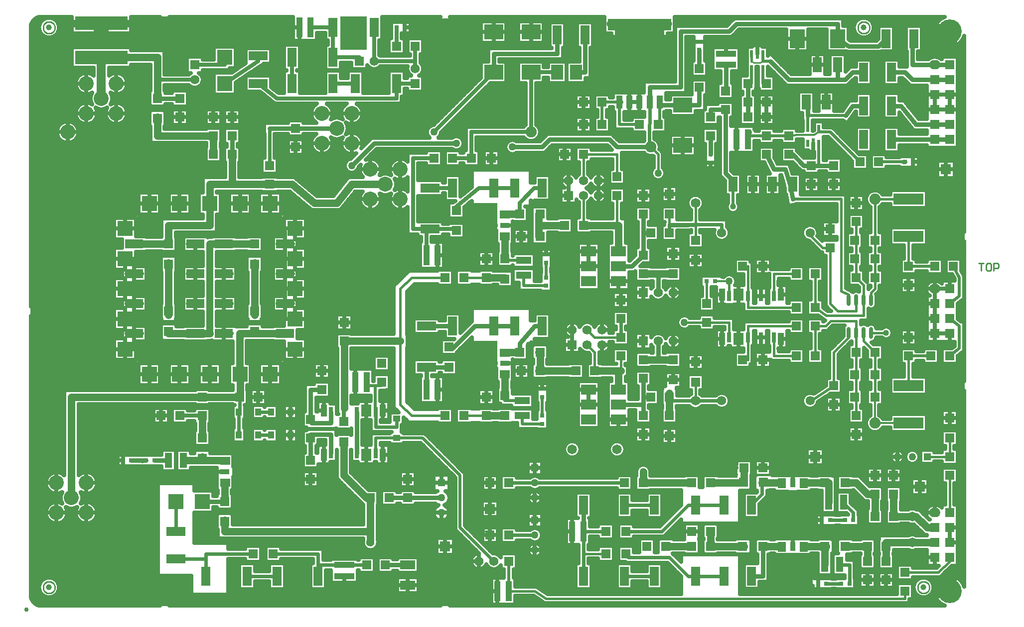
<source format=gtl>
*%FSLAX24Y24*%
*%MOIN*%
G01*
%ADD11C,0.0000*%
%ADD12C,0.0050*%
%ADD13C,0.0060*%
%ADD14C,0.0073*%
%ADD15C,0.0080*%
%ADD16C,0.0098*%
%ADD17C,0.0100*%
%ADD18C,0.0120*%
%ADD19C,0.0150*%
%ADD20C,0.0160*%
%ADD21C,0.0160*%
%ADD22C,0.0197*%
%ADD23C,0.0200*%
%ADD24C,0.0200*%
%ADD25C,0.0240*%
%ADD26O,0.0240X0.0800*%
%ADD27C,0.0250*%
%ADD28O,0.0280X0.0840*%
%ADD29C,0.0300*%
%ADD30C,0.0300*%
%ADD31C,0.0320*%
%ADD32C,0.0340*%
%ADD33C,0.0360*%
%ADD34C,0.0380*%
%ADD35C,0.0394*%
%ADD36C,0.0397*%
%ADD37C,0.0400*%
%ADD38C,0.0434*%
%ADD39C,0.0460*%
%ADD40C,0.0480*%
%ADD41C,0.0480*%
%ADD42C,0.0500*%
%ADD43C,0.0500*%
%ADD44C,0.0520*%
%ADD45C,0.0540*%
%ADD46C,0.0560*%
%ADD47C,0.0580*%
%ADD48C,0.0600*%
%ADD49C,0.0620*%
%ADD50C,0.0650*%
%ADD51C,0.0660*%
%ADD52C,0.0670*%
%ADD53C,0.0680*%
%ADD54C,0.0710*%
%ADD55C,0.0720*%
%ADD56O,0.0750X0.0620*%
%ADD57C,0.0750*%
%ADD58C,0.0760*%
%ADD59O,0.0790X0.0660*%
%ADD60C,0.0810*%
%ADD61C,0.0827*%
%ADD62C,0.0850*%
%ADD63C,0.0870*%
%ADD64C,0.1000*%
%ADD65C,0.1040*%
%ADD66C,0.1299*%
%ADD67C,0.1499*%
%ADD68C,0.1600*%
%ADD69C,0.1700*%
%ADD70C,0.1750*%
%ADD71C,0.1790*%
%ADD72C,0.2000*%
%ADD73C,0.2299*%
%ADD74R,0.0100X0.0100*%
%ADD75R,0.0200X0.0200*%
%ADD76R,0.0200X0.0500*%
%ADD77R,0.0200X0.0650*%
%ADD78R,0.0200X0.1600*%
%ADD79R,0.0240X0.0700*%
%ADD80R,0.0280X0.0600*%
%ADD81R,0.0300X0.0300*%
%ADD82R,0.0300X0.0300*%
%ADD83R,0.0300X0.0600*%
%ADD84R,0.0300X0.0650*%
%ADD85R,0.0300X0.0700*%
%ADD86R,0.0315X0.0709*%
%ADD87R,0.0320X0.0560*%
%ADD88R,0.0320X0.0640*%
%ADD89R,0.0335X0.0758*%
%ADD90R,0.0340X0.0340*%
%ADD91R,0.0340X0.0700*%
%ADD92R,0.0340X0.0800*%
%ADD93R,0.0344X0.0787*%
%ADD94R,0.0344X0.0797*%
%ADD95R,0.0350X0.0700*%
%ADD96R,0.0350X0.0800*%
%ADD97R,0.0354X0.0787*%
%ADD98R,0.0355X0.0749*%
%ADD99R,0.0360X0.0600*%
%ADD100R,0.0360X0.1300*%
%ADD101R,0.0394X0.0827*%
%ADD102R,0.0400X0.0200*%
%ADD103R,0.0400X0.0500*%
%ADD104R,0.0400X0.0640*%
%ADD105R,0.0400X0.0750*%
%ADD106R,0.0400X0.1350*%
%ADD107R,0.0420X0.0850*%
%ADD108R,0.0434X0.0867*%
%ADD109R,0.0440X0.0540*%
%ADD110R,0.0440X0.1390*%
%ADD111R,0.0460X0.0890*%
%ADD112R,0.0500X0.0200*%
%ADD113R,0.0500X0.0400*%
%ADD114R,0.0500X0.0500*%
%ADD115R,0.0500X0.0500*%
%ADD116R,0.0500X0.0850*%
%ADD117R,0.0500X0.1000*%
%ADD118R,0.0500X0.1200*%
%ADD119R,0.0540X0.0440*%
%ADD120R,0.0540X0.0540*%
%ADD121R,0.0540X0.0890*%
%ADD122R,0.0540X0.0960*%
%ADD123R,0.0540X0.1040*%
%ADD124R,0.0550X0.0650*%
%ADD125R,0.0550X0.0780*%
%ADD126R,0.0550X0.0800*%
%ADD127R,0.0560X0.0320*%
%ADD128R,0.0591X0.1260*%
%ADD129R,0.0600X0.0280*%
%ADD130R,0.0600X0.0360*%
%ADD131R,0.0600X0.0600*%
%ADD132R,0.0600X0.1000*%
%ADD133R,0.0600X0.1200*%
%ADD134R,0.0600X0.1250*%
%ADD135R,0.0620X0.0620*%
%ADD136R,0.0631X0.1300*%
%ADD137R,0.0640X0.0320*%
%ADD138R,0.0640X0.0400*%
%ADD139R,0.0640X0.0640*%
%ADD140R,0.0640X0.1040*%
%ADD141R,0.0640X0.1290*%
%ADD142R,0.0650X0.0200*%
%ADD143R,0.0650X0.0550*%
%ADD144R,0.0650X0.0650*%
%ADD145R,0.0660X0.0660*%
%ADD146R,0.0700X0.0700*%
%ADD147R,0.0700X0.0900*%
%ADD148R,0.0709X0.0827*%
%ADD149R,0.0740X0.0740*%
%ADD150R,0.0749X0.0867*%
%ADD151R,0.0750X0.0400*%
%ADD152R,0.0750X0.0750*%
%ADD153R,0.0750X0.0750*%
%ADD154R,0.0750X0.0800*%
%ADD155R,0.0790X0.0790*%
%ADD156R,0.0800X0.0750*%
%ADD157R,0.0800X0.0800*%
%ADD158R,0.0800X0.0800*%
%ADD159R,0.0800X0.1000*%
%ADD160R,0.0800X0.1250*%
%ADD161R,0.0840X0.1040*%
%ADD162R,0.0850X0.0500*%
%ADD163R,0.0890X0.0540*%
%ADD164R,0.0900X0.0600*%
%ADD165R,0.0900X0.0900*%
%ADD166R,0.0940X0.0940*%
%ADD167R,0.0960X0.0540*%
%ADD168R,0.0960X0.0960*%
%ADD169R,0.0960X0.1220*%
%ADD170R,0.1000X0.0500*%
%ADD171R,0.1000X0.0600*%
%ADD172R,0.1000X0.0700*%
%ADD173R,0.1000X0.1000*%
%ADD174R,0.1000X0.1000*%
%ADD175R,0.1000X0.1250*%
%ADD176R,0.1040X0.0540*%
%ADD177R,0.1040X0.0640*%
%ADD178R,0.1040X0.0740*%
%ADD179R,0.1040X0.1040*%
%ADD180R,0.1040X0.1290*%
%ADD181R,0.1060X0.1060*%
%ADD182R,0.1140X0.0540*%
%ADD183R,0.1200X0.0500*%
%ADD184R,0.1200X0.0600*%
%ADD185R,0.1220X0.0960*%
%ADD186R,0.1240X0.0640*%
%ADD187R,0.1250X0.0600*%
%ADD188R,0.1250X0.0800*%
%ADD189R,0.1250X0.1000*%
%ADD190R,0.1260X0.0591*%
%ADD191R,0.1290X0.0640*%
%ADD192R,0.1290X0.1040*%
%ADD193R,0.1300X0.0631*%
%ADD194R,0.1300X0.0360*%
%ADD195R,0.1350X0.0400*%
%ADD196R,0.1390X0.0440*%
%ADD197R,0.1500X0.1500*%
%ADD198R,0.1600X0.0200*%
%ADD199R,0.1600X0.2400*%
%ADD200R,0.1700X0.1700*%
%ADD201R,0.1800X0.1800*%
%ADD202R,0.1900X0.1900*%
%ADD203R,0.2000X0.0750*%
%ADD204R,0.2000X0.2000*%
%ADD205R,0.2040X0.0790*%
%ADD206R,0.2100X0.2100*%
%ADD207R,0.2200X0.2200*%
%ADD208R,0.2300X0.2300*%
%ADD209R,0.2400X0.1600*%
%ADD210R,0.2400X0.2400*%
%ADD211R,0.2500X0.2500*%
D16*
X94664Y30460D02*
X94662Y30427D01*
X94658Y30394D01*
X94651Y30362D01*
X94642Y30331D01*
X94630Y30300D01*
X94615Y30270D01*
X94598Y30242D01*
X94579Y30215D01*
X94557Y30190D01*
X94533Y30167D01*
X94508Y30146D01*
X94481Y30128D01*
X94452Y30111D01*
X94423Y30097D01*
X94392Y30086D01*
X94360Y30077D01*
X94328Y30071D01*
X94295Y30067D01*
X94262Y30066D01*
X94229Y30068D01*
X94196Y30073D01*
X94164Y30081D01*
X94133Y30091D01*
X94102Y30104D01*
X94073Y30119D01*
X94045Y30137D01*
X94019Y30157D01*
X93995Y30179D01*
X93972Y30203D01*
X93951Y30229D01*
X93933Y30256D01*
X93917Y30285D01*
X93904Y30315D01*
X93893Y30346D01*
X93885Y30378D01*
X93879Y30411D01*
X93877Y30444D01*
Y30476D01*
X93879Y30509D01*
X93885Y30542D01*
X93893Y30574D01*
X93904Y30605D01*
X93917Y30635D01*
X93933Y30664D01*
X93951Y30691D01*
X93972Y30717D01*
X93995Y30741D01*
X94019Y30763D01*
X94045Y30783D01*
X94073Y30801D01*
X94102Y30816D01*
X94133Y30829D01*
X94164Y30839D01*
X94196Y30847D01*
X94229Y30852D01*
X94262Y30854D01*
X94295Y30853D01*
X94328Y30849D01*
X94360Y30843D01*
X94392Y30834D01*
X94423Y30823D01*
X94452Y30809D01*
X94481Y30792D01*
X94508Y30774D01*
X94533Y30753D01*
X94557Y30730D01*
X94579Y30705D01*
X94598Y30678D01*
X94615Y30650D01*
X94630Y30620D01*
X94642Y30589D01*
X94651Y30558D01*
X94658Y30526D01*
X94662Y30493D01*
X94664Y30460D01*
X90664Y67960D02*
X90662Y67927D01*
X90658Y67894D01*
X90651Y67862D01*
X90642Y67831D01*
X90630Y67800D01*
X90615Y67770D01*
X90598Y67742D01*
X90579Y67715D01*
X90557Y67690D01*
X90533Y67667D01*
X90508Y67646D01*
X90481Y67628D01*
X90452Y67611D01*
X90423Y67597D01*
X90392Y67586D01*
X90360Y67577D01*
X90328Y67571D01*
X90295Y67567D01*
X90262Y67566D01*
X90229Y67568D01*
X90196Y67573D01*
X90164Y67581D01*
X90133Y67591D01*
X90102Y67604D01*
X90073Y67619D01*
X90045Y67637D01*
X90019Y67657D01*
X89995Y67679D01*
X89972Y67703D01*
X89951Y67729D01*
X89933Y67756D01*
X89917Y67785D01*
X89904Y67815D01*
X89893Y67846D01*
X89885Y67878D01*
X89879Y67911D01*
X89877Y67944D01*
Y67976D01*
X89879Y68009D01*
X89885Y68042D01*
X89893Y68074D01*
X89904Y68105D01*
X89917Y68135D01*
X89933Y68164D01*
X89951Y68191D01*
X89972Y68217D01*
X89995Y68241D01*
X90019Y68263D01*
X90045Y68283D01*
X90073Y68301D01*
X90102Y68316D01*
X90133Y68329D01*
X90164Y68339D01*
X90196Y68347D01*
X90229Y68352D01*
X90262Y68354D01*
X90295Y68353D01*
X90328Y68349D01*
X90360Y68343D01*
X90392Y68334D01*
X90423Y68323D01*
X90452Y68309D01*
X90481Y68292D01*
X90508Y68274D01*
X90533Y68253D01*
X90557Y68230D01*
X90579Y68205D01*
X90598Y68178D01*
X90615Y68150D01*
X90630Y68120D01*
X90642Y68089D01*
X90651Y68058D01*
X90658Y68026D01*
X90662Y67993D01*
X90664Y67960D01*
X36164D02*
X36162Y67927D01*
X36158Y67894D01*
X36151Y67862D01*
X36142Y67831D01*
X36130Y67800D01*
X36115Y67770D01*
X36098Y67742D01*
X36079Y67715D01*
X36057Y67690D01*
X36033Y67667D01*
X36008Y67646D01*
X35981Y67628D01*
X35952Y67611D01*
X35923Y67597D01*
X35892Y67586D01*
X35860Y67577D01*
X35828Y67571D01*
X35795Y67567D01*
X35762Y67566D01*
X35729Y67568D01*
X35696Y67573D01*
X35664Y67581D01*
X35633Y67591D01*
X35602Y67604D01*
X35573Y67619D01*
X35545Y67637D01*
X35519Y67657D01*
X35495Y67679D01*
X35472Y67703D01*
X35451Y67729D01*
X35433Y67756D01*
X35417Y67785D01*
X35404Y67815D01*
X35393Y67846D01*
X35385Y67878D01*
X35379Y67911D01*
X35377Y67944D01*
Y67976D01*
X35379Y68009D01*
X35385Y68042D01*
X35393Y68074D01*
X35404Y68105D01*
X35417Y68135D01*
X35433Y68164D01*
X35451Y68191D01*
X35472Y68217D01*
X35495Y68241D01*
X35519Y68263D01*
X35545Y68283D01*
X35573Y68301D01*
X35602Y68316D01*
X35633Y68329D01*
X35664Y68339D01*
X35696Y68347D01*
X35729Y68352D01*
X35762Y68354D01*
X35795Y68353D01*
X35828Y68349D01*
X35860Y68343D01*
X35892Y68334D01*
X35923Y68323D01*
X35952Y68309D01*
X35981Y68292D01*
X36008Y68274D01*
X36033Y68253D01*
X36057Y68230D01*
X36079Y68205D01*
X36098Y68178D01*
X36115Y68150D01*
X36130Y68120D01*
X36142Y68089D01*
X36151Y68058D01*
X36158Y68026D01*
X36162Y67993D01*
X36164Y67960D01*
Y30460D02*
X36162Y30427D01*
X36158Y30394D01*
X36151Y30362D01*
X36142Y30331D01*
X36130Y30300D01*
X36115Y30270D01*
X36098Y30242D01*
X36079Y30215D01*
X36057Y30190D01*
X36033Y30167D01*
X36008Y30146D01*
X35981Y30128D01*
X35952Y30111D01*
X35923Y30097D01*
X35892Y30086D01*
X35860Y30077D01*
X35828Y30071D01*
X35795Y30067D01*
X35762Y30066D01*
X35729Y30068D01*
X35696Y30073D01*
X35664Y30081D01*
X35633Y30091D01*
X35602Y30104D01*
X35573Y30119D01*
X35545Y30137D01*
X35519Y30157D01*
X35495Y30179D01*
X35472Y30203D01*
X35451Y30229D01*
X35433Y30256D01*
X35417Y30285D01*
X35404Y30315D01*
X35393Y30346D01*
X35385Y30378D01*
X35379Y30411D01*
X35377Y30444D01*
Y30476D01*
X35379Y30509D01*
X35385Y30542D01*
X35393Y30574D01*
X35404Y30605D01*
X35417Y30635D01*
X35433Y30664D01*
X35451Y30691D01*
X35472Y30717D01*
X35495Y30741D01*
X35519Y30763D01*
X35545Y30783D01*
X35573Y30801D01*
X35602Y30816D01*
X35633Y30829D01*
X35664Y30839D01*
X35696Y30847D01*
X35729Y30852D01*
X35762Y30854D01*
X35795Y30853D01*
X35828Y30849D01*
X35860Y30843D01*
X35892Y30834D01*
X35923Y30823D01*
X35952Y30809D01*
X35981Y30792D01*
X36008Y30774D01*
X36033Y30753D01*
X36057Y30730D01*
X36079Y30705D01*
X36098Y30678D01*
X36115Y30650D01*
X36130Y30620D01*
X36142Y30589D01*
X36151Y30558D01*
X36158Y30526D01*
X36162Y30493D01*
X36164Y30460D01*
D17*
X83320Y65610D02*
X83520Y65710D01*
X82920Y65610D02*
X82770Y65710D01*
X85320Y57460D02*
X85520D01*
X83320Y65610D02*
X82920D01*
X97970Y52160D02*
X98303D01*
X98137D01*
Y51660D01*
X98553Y52160D02*
X98720D01*
X98553D02*
X98470Y52077D01*
Y51743D01*
X98553Y51660D01*
X98720D01*
X98803Y51743D01*
Y52077D01*
X98720Y52160D01*
X98970D02*
Y51660D01*
Y52160D02*
X99220D01*
X99303Y52077D01*
Y51910D01*
X99220Y51827D01*
X98970D01*
D18*
X85870Y60760D02*
X85270Y60710D01*
X86970Y60760D02*
X87270Y60960D01*
X91020Y43210D02*
Y41460D01*
X93270D01*
X81270Y50960D02*
X80270D01*
X85870Y60760D02*
X86970D01*
D19*
X59270Y46960D02*
Y42710D01*
Y46960D02*
Y50460D01*
X60020Y51210D01*
X59270Y42710D02*
X60020Y41960D01*
X63520D02*
X65020D01*
X62270D02*
X60020D01*
X63520Y51210D02*
X65020D01*
X62270D02*
X60020D01*
D21*
X86770Y42960D02*
X88270Y43960D01*
X84270Y45960D02*
X84262Y47210D01*
Y49966D02*
X84270Y51460D01*
X59020Y66710D02*
Y67960D01*
X66270Y42060D02*
Y41960D01*
X68270Y30210D02*
X69020Y29710D01*
X71520Y32710D02*
Y34210D01*
Y54710D02*
Y56710D01*
Y57710D02*
Y59460D01*
X71770Y47710D02*
X72270Y47210D01*
X71770Y46710D02*
X72270Y46210D01*
X73770Y54710D02*
Y56710D01*
Y57960D02*
Y59460D01*
X72270Y46210D02*
Y44960D01*
X74020D02*
Y45960D01*
X77270Y54210D02*
Y55460D01*
X76520Y58210D02*
Y59460D01*
X76020Y59960D01*
X79020Y44210D02*
Y42960D01*
Y53710D02*
Y54710D01*
Y53710D02*
Y56210D01*
X81270Y48210D02*
Y47210D01*
Y49960D02*
Y50960D01*
X79770D02*
Y49460D01*
X83520Y65710D02*
Y66210D01*
X82770D02*
Y65710D01*
X82530Y49966D02*
Y49210D01*
Y49966D02*
Y51960D01*
Y47960D02*
Y47210D01*
Y45710D01*
X87020Y45960D02*
Y47960D01*
Y49210D02*
Y51460D01*
X87520Y53210D02*
X86520Y54210D01*
X87020Y49210D02*
X87770Y48660D01*
X89270Y49710D02*
Y50060D01*
Y47460D02*
Y47210D01*
X88770Y50310D02*
Y56460D01*
X88020Y53210D02*
Y49960D01*
Y49460D01*
X88270Y46210D02*
Y43960D01*
X87720Y47960D02*
X88070Y48310D01*
X89270Y47210D02*
X88270Y46210D01*
X88520Y48960D02*
X88020Y49460D01*
X88770Y50310D02*
X89270Y50060D01*
X89770Y47510D02*
Y47460D01*
Y48310D01*
Y47510D02*
Y46210D01*
X90270Y48660D02*
Y49710D01*
X89770Y46210D02*
Y44710D01*
Y51210D02*
Y54960D01*
X90270Y50710D02*
Y49710D01*
X89770Y44710D02*
Y43210D01*
Y41960D01*
X90770Y49710D02*
Y50210D01*
X91020Y44710D02*
Y43210D01*
Y44710D02*
Y46210D01*
Y43210D02*
Y42960D01*
Y54210D02*
Y56460D01*
Y52710D02*
Y51210D01*
Y50460D01*
Y52710D02*
Y54210D01*
X90270Y47510D02*
Y47210D01*
Y46960D01*
X89770Y48960D02*
Y49760D01*
X90770Y50210D02*
X91020Y50460D01*
X90270Y50710D02*
X89770Y51210D01*
X90270Y46960D02*
X91020Y46210D01*
X93270Y51960D02*
Y53960D01*
Y45960D02*
Y43960D01*
X93020Y30210D02*
Y29710D01*
X95270Y31460D02*
X96020Y32210D01*
Y35460D02*
Y37960D01*
Y39210D02*
Y40460D01*
Y32460D02*
Y32210D01*
X93020Y29710D02*
X69020D01*
X68270Y30210D02*
X66520D01*
X71520Y32710D02*
X73020D01*
X93020Y31460D02*
X95270D01*
X94520Y39210D02*
X96020D01*
X74020Y44960D02*
X72270D01*
X84270Y45960D02*
X85770D01*
X82530Y45710D02*
X82270D01*
X82170D01*
X87020Y47960D02*
X87720D01*
X88070Y48310D02*
X89770D01*
X81270Y48210D02*
X79770D01*
X82530Y47960D02*
X85770D01*
X73270Y47210D02*
X72270D01*
X73270D02*
X73770D01*
X74020D01*
X90770Y47510D02*
X91770D01*
X79770Y48210D02*
X78270D01*
X87770Y48660D02*
X90270D01*
X89770Y48960D02*
X88520D01*
X85770Y49210D02*
X82530D01*
X84270Y51460D02*
X85770D01*
X82530Y51960D02*
X82020D01*
X82170D01*
X87520Y53210D02*
X88020D01*
X79020Y54710D02*
X78520D01*
X91020Y56460D02*
X93270D01*
X73770Y59460D02*
X71520D01*
D24*
X88020Y60960D02*
X90020Y58960D01*
X63270Y37960D02*
X60770Y40460D01*
X63270Y34460D02*
X65520Y32210D01*
X58020Y43960D02*
Y44210D01*
X57600Y43960D02*
Y42210D01*
X57620Y40460D02*
Y39454D01*
X57020Y43960D02*
Y44210D01*
X63270Y37960D02*
Y34460D01*
X66270Y42960D02*
Y43210D01*
Y52360D02*
Y52460D01*
X66520Y32210D02*
Y30210D01*
X67520Y50660D02*
Y51360D01*
X67420Y41960D02*
Y41410D01*
X69020Y51210D02*
Y52210D01*
X68770Y43160D02*
Y41960D01*
X72770Y61460D02*
Y62960D01*
X73930D02*
Y61460D01*
X77270Y54760D02*
Y54710D01*
X76610Y61460D02*
Y62960D01*
X81520Y57460D02*
Y55960D01*
X83520Y65710D02*
Y66210D01*
Y65210D02*
Y64210D01*
X82770D02*
Y65210D01*
X87270Y60210D02*
Y58710D01*
X86520Y61210D02*
Y62960D01*
X87270Y61210D02*
Y60960D01*
X96670Y51210D02*
Y49960D01*
Y47960D02*
Y46460D01*
X96020Y49460D02*
X96670Y49960D01*
Y51210D02*
X96270Y51960D01*
X96670Y46460D02*
X96020Y45960D01*
X96670Y47960D02*
X96020Y48460D01*
X60770Y40460D02*
X57620D01*
X67420Y41410D02*
X68770D01*
X57600Y43960D02*
X57020D01*
X58020D01*
X66270Y42960D02*
X67420D01*
X93270Y45960D02*
X94770D01*
X67520Y52360D02*
X66270D01*
X93270Y51960D02*
X95020D01*
X69020Y50660D02*
X67520D01*
X85520Y56460D02*
X88770D01*
X91270Y58960D02*
X93020D01*
X89070Y62060D02*
X86520D01*
X75270Y61460D02*
X73930D01*
X87270Y60960D02*
X88020D01*
X83770Y60710D02*
X82520D01*
X83770D02*
X85270D01*
X82770Y64210D02*
X82520D01*
X83520D02*
X83770D01*
X74020Y62960D02*
X72770D01*
X83520Y65710D02*
X84020D01*
D25*
X78520Y35960D02*
X76770Y34210D01*
X82770Y36010D02*
X83470Y36710D01*
X48520Y42260D02*
X48470Y42210D01*
X77270Y32460D02*
X78520Y31210D01*
X74520Y32460D02*
X74270Y32710D01*
X89020Y36010D02*
X89570Y35460D01*
X89020Y36010D02*
X88920Y36160D01*
X88670Y32010D02*
X88770Y31960D01*
X75920Y59960D02*
X75940Y62960D01*
X44270Y36210D02*
Y34210D01*
X46270Y32710D02*
Y31210D01*
Y32360D01*
X48470Y40610D02*
Y42210D01*
X48520Y42260D02*
Y43210D01*
X48470Y40660D02*
Y40610D01*
X50520Y58710D02*
Y61210D01*
X53770Y31960D02*
Y31210D01*
Y32710D01*
X55494Y41460D02*
Y42210D01*
X57620D02*
Y41210D01*
X59020Y41710D02*
Y41760D01*
Y41710D02*
Y41210D01*
X71520Y34210D02*
Y31210D01*
X74020Y47210D02*
Y48460D01*
X77270Y54210D02*
Y54760D01*
X80770D02*
Y54210D01*
X83470Y37460D02*
Y36710D01*
X82770Y36010D02*
Y35960D01*
X89320Y31960D02*
Y30710D01*
X89570Y34960D02*
Y35460D01*
X88770Y30710D02*
X87770D01*
X80920Y31210D02*
X79020D01*
X53770Y32710D02*
X50770D01*
X49520D02*
X46270D01*
X74520Y32460D02*
X77270D01*
X46270Y32360D02*
X44270D01*
X49020Y31210D02*
X51020D01*
X53770Y31960D02*
X55520D01*
X57020D01*
X74270Y31210D02*
X76270D01*
X78520D02*
X79020D01*
X88770Y31960D02*
X89320D01*
X73020Y34210D02*
X71520D01*
X74270D02*
X76770D01*
X68270Y33960D02*
X66520D01*
X74270Y35960D02*
X76270D01*
X79020D02*
X81020D01*
X79020D02*
X78520D01*
X88020Y34960D02*
X89020D01*
X74270Y37460D02*
X68270D01*
X66520D01*
X50570Y40660D02*
X49770D01*
X50570D02*
X50620D01*
Y42210D02*
X49770D01*
X55494D02*
X55494D01*
X57620Y41210D02*
X59020D01*
X77270Y42960D02*
X80770D01*
X80220Y54760D02*
X77270D01*
Y54710D02*
X78520D01*
X80220Y54760D02*
X80770D01*
X55020Y61210D02*
X52270D01*
D26*
X90770Y47510D02*
D03*
X90270D02*
D03*
X89770D02*
D03*
X89270D02*
D03*
Y49710D02*
D03*
X89770D02*
D03*
X90270D02*
D03*
X90770D02*
D03*
D27*
X84320Y38010D02*
X84295Y37985D01*
X81670Y38060D02*
X81595Y37985D01*
X61520Y60960D02*
X65520Y64960D01*
X91115Y67085D02*
X91245Y67215D01*
X91425Y66335D02*
X91270Y66180D01*
X91425Y66335D02*
X91450Y66360D01*
X92295Y67205D02*
X92300Y67210D01*
X61045Y60980D02*
X61025Y60960D01*
X61500Y61435D02*
X63670Y63605D01*
X63740Y63675D01*
X64300Y64235D01*
X64370Y64305D01*
X64650Y64585D01*
X64670Y64605D01*
X62365Y61310D02*
X61995Y60940D01*
X62365Y61310D02*
X63395Y62340D01*
X63670Y62615D01*
X64370Y63315D01*
X64670Y63615D01*
X65145Y64090D01*
X65290Y64235D01*
X81115Y68085D02*
X81395Y68365D01*
X81615Y68585D01*
X81645Y68615D01*
X81715Y68685D01*
X81395Y67305D02*
X81270Y67180D01*
X81395Y67305D02*
X81425Y67335D01*
X81645Y67555D01*
X81925Y67835D01*
X76790Y34718D02*
X76627Y34555D01*
X76790Y34718D02*
X76807Y34735D01*
X77115Y35043D01*
X77177Y35105D01*
X77687Y35615D01*
X78045Y35973D01*
X76790Y33742D02*
X76783Y33735D01*
X76790Y33742D02*
X76913Y33865D01*
X77115Y34067D01*
X77545Y34497D01*
X77603Y34555D01*
X77783Y34735D01*
X78045Y34997D01*
X83082Y36810D02*
X83115Y36843D01*
X83125Y36853D01*
X83603Y36355D02*
X83295Y36047D01*
X83603Y36355D02*
X83613Y36365D01*
X83815Y36567D01*
X83958Y36710D01*
X89045Y65015D02*
X89145Y65115D01*
X89365Y65335D01*
X89395Y65365D01*
X89520Y65490D01*
X89045Y63955D02*
X89020Y63930D01*
X89045Y63955D02*
X89145Y64055D01*
X89175Y64085D01*
X89200Y64110D01*
X89395Y64305D01*
X89675Y64585D01*
X47995Y42223D02*
X47982Y42210D01*
X47995Y42223D02*
X48045Y42273D01*
X48895Y42147D02*
X49008Y42260D01*
X55490Y58710D02*
X55549Y58769D01*
X55961Y59181D02*
X56338Y59559D01*
X56671Y59892D02*
X57145Y60365D01*
X57365Y60585D01*
X57520Y60740D01*
X56079Y58239D02*
X56020Y58180D01*
X56491Y58651D02*
X56619Y58778D01*
X56952Y59111D02*
X57145Y59305D01*
X57675Y59835D01*
X74615Y52335D02*
X74665Y52385D01*
X74765Y52485D01*
X74815Y52535D01*
X74995Y52715D01*
X74875Y51535D02*
X74770Y51430D01*
X74875Y51535D02*
X74925Y51585D01*
X74995Y51655D01*
X75325Y51985D02*
X75525Y52185D01*
X76045Y52705D02*
X76050Y52710D01*
X68615Y60335D02*
X68890Y60610D01*
X68895Y60615D01*
X69115Y60835D01*
X69145Y60865D01*
X69270Y60990D01*
X68895Y59555D02*
X68770Y59430D01*
X68895Y59555D02*
X68925Y59585D01*
X69145Y59805D01*
X69325Y59985D01*
X69425Y60085D01*
X58820Y42896D02*
X58634Y42710D01*
X60020Y41324D02*
X60206Y41510D01*
X87885Y61285D02*
X88020Y61420D01*
X73270Y60990D02*
X73115Y60835D01*
X92865Y65335D02*
X93020Y65490D01*
X93675Y64085D02*
X93520Y63930D01*
X84020Y66240D02*
X83845Y66065D01*
X85425Y64085D02*
X85270Y63930D01*
X89623Y37985D02*
X89573Y37935D01*
X89623Y37985D02*
X89770Y38132D01*
X93636Y35748D02*
X93770Y35882D01*
X89933Y35335D02*
X89915Y35317D01*
X89933Y35335D02*
X90058Y35460D01*
X60770Y40920D02*
X60635Y40785D01*
X63595Y37825D02*
X63730Y37960D01*
X80490Y58210D02*
X80645Y58365D01*
X62945Y34595D02*
X62810Y34460D01*
X67995Y57680D02*
X68020Y57705D01*
Y48490D02*
X67995Y48465D01*
X62885Y47105D02*
X62865Y47085D01*
X63290Y47511D02*
X63365Y47585D01*
X63645Y47865D01*
X63895Y48115D01*
X64045Y48265D01*
X62875Y46035D02*
X62770Y45930D01*
X63045Y46205D02*
X63145Y46305D01*
X63290Y46450D01*
X63575Y46735D01*
X63645Y46805D01*
X63675Y46835D01*
X63725Y46885D01*
X63895Y47055D01*
X63925Y47085D01*
X63945Y47105D01*
X64045Y47205D01*
X55010Y38148D02*
X54822Y37960D01*
X55010Y38148D02*
X55019Y38157D01*
X55019Y38157D01*
X58634Y50460D02*
X58820Y50646D01*
X58934Y50760D01*
X59084Y50910D01*
X59570Y51396D01*
X59720Y51546D01*
X59834Y51660D01*
X60020Y51846D01*
X60206Y50760D02*
X59720Y50274D01*
X95144Y31765D02*
X95284Y31905D01*
X95304Y31925D01*
X95396Y31155D02*
X95270Y31029D01*
X95396Y31155D02*
X95485Y31244D01*
X95555Y31314D01*
X95575Y31334D01*
X95715Y31474D01*
X96006Y31765D01*
X96146Y31905D01*
X96166Y31925D01*
X90575Y50446D02*
X90615Y50486D01*
X90644Y50515D01*
X90715Y50586D01*
X91115Y50124D02*
X91096Y50104D01*
X91115Y50124D02*
X91146Y50155D01*
X91325Y50334D01*
X91451Y50460D01*
X87678Y48349D02*
X87594Y48265D01*
X87678Y48349D02*
X87684Y48355D01*
X87765Y47574D02*
X87720Y47529D01*
X87765Y47574D02*
X87846Y47655D01*
X88025Y47834D01*
X88196Y48005D01*
X87965Y46336D02*
X87839Y46210D01*
X87965Y46336D02*
X88025Y46396D01*
X88114Y46485D01*
X88144Y46515D01*
X88364Y46735D01*
X88534Y46905D01*
X88575Y46946D01*
X88784Y47155D01*
X88925Y47296D01*
Y46434D02*
X88575Y46084D01*
X88925Y46434D02*
X88965Y46474D01*
X89006Y46515D01*
X89146Y46655D01*
X89226Y46735D01*
X89245Y46754D01*
X89396Y46905D01*
X89403Y46912D01*
X87589Y49460D02*
X87715Y49586D01*
X86089Y54210D02*
X86143Y54265D01*
X76951Y59460D02*
X76825Y59334D01*
X72675Y46184D02*
X72575Y46084D01*
X81670Y38060D02*
X81720Y38010D01*
X67820Y46660D02*
X67795Y46685D01*
X91115Y66335D02*
X91270Y66180D01*
X61045Y60940D02*
X61025Y60960D01*
X81115Y67335D02*
X81270Y67180D01*
X81925Y68585D02*
X81825Y68685D01*
X76627Y33865D02*
X76757Y33735D01*
X83858Y36810D02*
X83958Y36710D01*
X83858Y36810D02*
X83815Y36853D01*
X89020Y63930D02*
X88895Y64055D01*
X88865Y64085D01*
X89675Y65335D02*
X89520Y65490D01*
X56020Y58180D02*
X55961Y58239D01*
X55549Y58651D02*
X55490Y58710D01*
X57520Y60740D02*
X57675Y60585D01*
X74665Y51535D02*
X74770Y51430D01*
X74665Y51535D02*
X74615Y51585D01*
X68770Y59430D02*
X68615Y59585D01*
X69425Y60835D02*
X69270Y60990D01*
X59806Y42810D02*
X60206Y42410D01*
X59806Y42810D02*
X59720Y42896D01*
X60009Y41335D02*
X60020Y41324D01*
X60009Y41335D02*
X59979Y41365D01*
X59834Y41510D01*
X59789Y41555D01*
X59720Y41624D01*
X59674Y41670D01*
X59570Y41774D01*
X59495Y41849D01*
X59159Y42185D02*
X59084Y42260D01*
X58934Y42410D01*
X58820Y42524D01*
X58634Y42710D01*
X89830Y59610D02*
X89955Y59485D01*
X89830Y59610D02*
X89745Y59695D01*
X89495Y59945D01*
X88805Y60635D01*
X88795Y60645D01*
X88645Y60795D01*
X88345Y61095D01*
X88155Y61285D01*
X88130Y61310D01*
X88020Y61420D01*
X89435Y59085D02*
X89495Y59025D01*
X89435Y59085D02*
X89285Y59235D01*
X89035Y59485D01*
X88910Y59610D01*
X88795Y59725D01*
X88785Y59735D01*
X88645Y59875D01*
X88345Y60175D01*
X87985Y60535D01*
X87885Y60635D01*
X77615Y32603D02*
X78045Y32173D01*
X77615Y32603D02*
X77545Y32673D01*
X77533Y32685D01*
X77483Y32735D01*
X77687Y31555D02*
X78045Y31197D01*
X77687Y31555D02*
X77615Y31627D01*
X77545Y31697D01*
X77177Y32065D01*
X77127Y32115D01*
X74427Y32065D02*
X74377Y32115D01*
X74307Y32185D01*
X73925Y60335D02*
X73645Y60615D01*
X73605Y60655D01*
X73465Y60795D01*
X73425Y60835D01*
X73395Y60865D01*
X73325Y60935D01*
X73270Y60990D01*
X73395Y59805D02*
X73435Y59765D01*
X73395Y59805D02*
X73115Y60085D01*
X93020Y65490D02*
X93145Y65365D01*
X93395Y64055D02*
X93520Y63930D01*
X93395Y64055D02*
X93365Y64085D01*
X93340Y64110D01*
X93145Y64305D01*
X92865Y64585D01*
X85425Y64835D02*
X85095Y65165D01*
X84895Y65365D01*
X84875Y65385D01*
X84855Y65405D01*
X84725Y65535D01*
X84575Y65685D01*
X84525Y65735D01*
X84345Y65915D01*
X84295Y65965D01*
X84225Y66035D01*
X84020Y66240D01*
X85115Y64085D02*
X85270Y63930D01*
X85115Y64085D02*
X84895Y64305D01*
X84665Y64535D01*
X84465Y64735D01*
X84365Y64835D01*
X84345Y64855D01*
X84295Y64905D01*
X84095Y65105D01*
X83865Y65335D01*
X83845Y65355D01*
X90545Y37357D02*
X90667Y37235D01*
X90545Y37357D02*
X90495Y37407D01*
X90467Y37435D01*
X90245Y37657D01*
X90045Y37857D01*
X89967Y37935D01*
X89917Y37985D01*
X89770Y38132D01*
X90373Y36185D02*
X90520Y36038D01*
X90373Y36185D02*
X90323Y36235D01*
X90245Y36313D01*
X90045Y36513D01*
X89915Y36643D01*
X89673Y36885D01*
X89623Y36935D01*
X89573Y36985D01*
X94485Y35167D02*
X94657Y34995D01*
X94485Y35167D02*
X94245Y35407D01*
X94045Y35607D01*
X93995Y35657D01*
X93967Y35685D01*
X93770Y35882D01*
X94323Y33985D02*
X94373Y33935D01*
X94323Y33985D02*
X94313Y33995D01*
X94245Y34063D01*
X94045Y34263D01*
X93995Y34313D01*
X93636Y34672D01*
X90058Y35460D02*
X89915Y35603D01*
X89713Y35805D01*
X89395Y36123D01*
X89195Y35347D02*
X89207Y35335D01*
X89195Y35347D02*
X89107Y35435D01*
X63730Y37960D02*
X63695Y37995D01*
X63595Y38095D01*
X63405Y38285D01*
X62945Y38745D01*
X62555Y39135D01*
X61555Y40135D01*
X61485Y40205D01*
X61095Y40595D01*
X60905Y40785D01*
X60770Y40920D01*
X62775Y37995D02*
X62945Y37825D01*
X62775Y37995D02*
X62555Y38215D01*
X62535Y38235D01*
X62485Y38285D01*
X61485Y39285D01*
X61095Y39675D01*
X60635Y40135D01*
X81395Y58365D02*
X81575Y58185D01*
X80995Y57705D02*
X80915Y57785D01*
X80865Y57835D01*
X80645Y58055D01*
X80615Y58085D01*
X80515Y58185D01*
X80490Y58210D01*
X86245Y59265D02*
X86275Y59235D01*
X86245Y59265D02*
X86195Y59315D01*
X85895Y59615D01*
X85875Y59635D01*
X85795Y59715D01*
X85525Y59985D02*
X85520Y59990D01*
X86265Y58185D02*
X86270Y58180D01*
X86265Y58185D02*
X86115Y58335D01*
X86045Y58405D01*
X85895Y58555D01*
X85795Y58655D01*
X85615Y58835D01*
X85515Y58935D01*
X65445Y32745D02*
X65449Y32740D01*
X65445Y32745D02*
X64755Y33435D01*
X64745Y33445D01*
X64720Y33470D01*
X64575Y33615D01*
X64055Y34135D01*
X63885Y34305D01*
X63705Y34485D01*
X63595Y34595D01*
X63835Y33435D02*
X64525Y32745D01*
X63835Y33435D02*
X63595Y33675D01*
X63485Y33785D01*
X63135Y34135D01*
X62945Y34325D01*
X62810Y34460D01*
X68165Y57560D02*
X68020Y57705D01*
Y48490D02*
X68175Y48335D01*
X62770Y45930D02*
X62665Y46035D01*
X56795Y37331D02*
X57141Y36985D01*
X56795Y37331D02*
X56745Y37381D01*
X56743Y37383D01*
X56641Y37485D01*
X56519Y37607D01*
X56411Y37715D01*
X55978Y38148D01*
X55969Y38157D01*
X56745Y36037D02*
X56795Y35987D01*
X56745Y36037D02*
X56519Y36263D01*
X55969Y36813D01*
X55847Y36935D01*
X55797Y36985D01*
X55297Y37485D01*
X55019Y37763D01*
X54822Y37960D01*
X58820Y50274D02*
X58634Y50460D01*
X60056Y51810D02*
X60206Y51660D01*
X60056Y51810D02*
X60020Y51846D01*
X95144Y31155D02*
X95270Y31029D01*
X91451Y50460D02*
X91396Y50515D01*
X91325Y50586D01*
X90495Y50916D02*
X90465Y50946D01*
X90396Y51015D01*
X90295Y51116D01*
X89925Y50624D02*
X89965Y50584D01*
X89925Y50624D02*
X89864Y50685D01*
X90776Y46885D02*
X90926Y46735D01*
X90495Y46304D02*
X90465Y46334D01*
X90425Y46374D01*
X90295Y46504D01*
X87720Y47529D02*
X87594Y47655D01*
X87839Y46210D02*
X87965Y46084D01*
X88084Y48965D02*
X88025Y49024D01*
X87894Y49155D01*
X87784Y49265D01*
X87765Y49284D01*
X87715Y49334D01*
X87589Y49460D01*
X87495Y53666D02*
X87426Y53735D01*
X87226Y53935D01*
X87215Y53946D01*
X87166Y53996D01*
X87394Y52905D02*
X87520Y52779D01*
X87394Y52905D02*
X87215Y53084D01*
X86784Y53515D01*
X86621Y53678D01*
X86143Y54155D02*
X86089Y54210D01*
X76951Y59460D02*
X76826Y59585D01*
X76825Y59586D01*
X76646Y59765D01*
X76601Y59810D01*
X76170Y59379D02*
X76215Y59334D01*
X71874Y46175D02*
X71965Y46084D01*
X71874Y46175D02*
X71865Y46184D01*
X81745Y38935D02*
X81670Y38060D01*
X80720Y51310D02*
X80645Y51335D01*
X80720Y51310D02*
X80890Y51245D01*
X68220Y57210D02*
X67270Y56210D01*
X67920Y46760D02*
X67795Y46685D01*
X67920Y46760D02*
X67995Y46735D01*
X68020Y46860D01*
X49770Y65710D02*
X47520Y64210D01*
X49770D02*
X51020Y63210D01*
X63020Y55960D02*
X64520Y57210D01*
X89245Y67177D02*
X89384Y67085D01*
X89119Y66360D02*
X89156Y66335D01*
X89374Y66190D01*
X48239Y65110D02*
X47977Y64935D01*
X48239Y65110D02*
X48245Y65114D01*
X48427Y65235D01*
X48614Y65360D01*
X48877Y65535D01*
X48920Y65564D01*
X48901Y64710D02*
X48245Y64273D01*
X48901Y64710D02*
X48920Y64723D01*
X48938Y64735D01*
X49238Y64935D01*
X49420Y65056D01*
X49501Y65110D01*
X49688Y65235D01*
X49876Y65360D01*
X50120Y65523D01*
X50138Y65535D01*
X85203Y56135D02*
X85226Y56019D01*
X85203Y56135D02*
X85195Y56173D01*
X85083Y56735D01*
X85073Y56785D01*
X84995Y57173D02*
X84993Y57185D01*
X84956Y57369D01*
X85226Y56019D02*
X85807Y56135D01*
X85494Y58185D02*
X85449Y58335D01*
X85395Y58515D01*
X85299Y58835D01*
X85271Y58927D01*
X84846Y57735D02*
X84956Y57369D01*
X84846Y57735D02*
X84745Y58072D01*
X84741Y58085D01*
X84965Y58835D02*
X85271Y58927D01*
X88839Y62385D02*
X89145Y62827D01*
X89324Y63085D01*
X89395Y63188D01*
X89425Y63232D01*
X89301Y61735D02*
X89165Y61538D01*
X89301Y61735D02*
X89388Y61860D01*
X89395Y61871D01*
X89716Y62335D01*
X89165Y61538D02*
X88881Y61735D01*
X89637Y63085D02*
X89425Y63232D01*
X93930Y61860D02*
X93950Y61835D01*
X93930Y61860D02*
X93878Y61925D01*
X93822Y61995D01*
X93550Y62335D01*
X93395Y62529D01*
X93145Y62842D01*
X93078Y62925D01*
X93022Y62995D01*
X92950Y63085D01*
X92829Y63237D01*
X93590Y61085D02*
X93711Y60933D01*
X93590Y61085D02*
X93410Y61310D01*
X93395Y61328D01*
X93145Y61641D01*
X92990Y61835D01*
X92970Y61860D01*
X92645Y62266D01*
Y63090D02*
X92829Y63237D01*
X93902Y61085D02*
X93711Y60933D01*
X52192Y57935D02*
X51959Y58129D01*
X52192Y57935D02*
X52495Y57682D01*
X53045Y57224D01*
X53332Y56985D01*
X53692Y56685D01*
X51956Y56895D02*
X51848Y56985D01*
X51956Y56895D02*
X52208Y56685D01*
X52495Y56446D01*
X53045Y55988D01*
X53348Y55735D01*
X53581Y55541D01*
X51798Y57935D02*
X51959Y58129D01*
X53742Y55735D02*
X53581Y55541D01*
X54792Y56685D02*
X55032Y56985D01*
X55495Y57564D01*
X55545Y57627D01*
X55792Y57935D01*
X55946Y58128D01*
X55248Y55735D02*
X55094Y55542D01*
X55248Y55735D02*
X55495Y56043D01*
X55545Y56106D01*
X56008Y56685D01*
X56248Y56985D01*
X55094Y55542D02*
X54853Y55735D01*
X56187Y57935D02*
X55946Y58128D01*
X53013Y41085D02*
X53026Y41019D01*
X53013Y41085D02*
X52993Y41185D01*
X50670Y63938D02*
X50620Y63978D01*
X50670Y63938D02*
X50768Y63860D01*
X50987Y63685D01*
X51143Y63560D01*
X50022D02*
X49866Y63685D01*
X50022Y63560D02*
X50120Y63482D01*
X50620Y63082D01*
X50670Y63042D01*
X50897Y62860D01*
X51075Y62718D01*
X55002Y41085D02*
X55002Y41084D01*
X55002Y41085D02*
X55002Y41115D01*
X55002Y41084D02*
X54969Y41084D01*
X86928Y43432D02*
X86933Y43435D01*
X87263Y43655D01*
X87745Y43977D01*
X87732Y43235D02*
X87205Y42883D01*
X87732Y43235D02*
X87745Y43243D01*
X87965Y43390D01*
X88032Y43435D01*
X82355Y61360D02*
X82382Y61435D01*
X83045Y61061D02*
X83036Y61035D01*
X83045Y61061D02*
X83054Y61085D01*
X83072Y61135D01*
X83090Y61186D01*
X82606Y61360D02*
X82398Y61435D01*
X82953Y61235D02*
X83090Y61186D01*
X84452Y58935D02*
X84502Y58835D01*
X84452Y58935D02*
X84377Y59085D01*
X84295Y59249D01*
X83895Y58371D02*
X83988Y58185D01*
X83895Y58371D02*
X83663Y58835D01*
X83645Y58871D01*
X83613Y58935D01*
X75578Y60365D02*
X75581Y60935D01*
X75588Y61985D02*
X75591Y62310D01*
X76272Y60935D02*
X76269Y60506D01*
X84572Y46473D02*
X84573Y46265D01*
X83963D02*
X83963Y46235D01*
X83963Y46265D02*
X83961Y46631D01*
X84045Y45654D02*
X84271Y45655D01*
X83960Y50545D02*
X83963Y51155D01*
X83965Y51435D01*
X83965Y51461D01*
X84573Y51155D02*
X84571Y50703D01*
X84271Y51765D02*
X84045Y51766D01*
X55019Y38875D02*
X55019Y38735D01*
X55019Y38875D02*
X55019Y39079D01*
X55019Y39210D01*
X55969Y39454D02*
X55969Y39685D01*
X62803Y56235D02*
X62893Y56310D01*
X62947Y56355D01*
X63290Y56641D02*
X63370Y56707D01*
X63545Y56853D01*
X63553Y56860D01*
X63645Y56936D01*
X64045Y57270D01*
X63597Y55985D02*
X63545Y55942D01*
X63597Y55985D02*
X63645Y56025D01*
X63777Y56135D01*
X63897Y56235D01*
X63987Y56310D01*
X64041Y56355D01*
X64045Y56359D01*
X96555Y49462D02*
X96781Y49635D01*
X96995Y49800D01*
Y51291D02*
X96918Y51435D01*
X96865Y51535D01*
X96795Y51666D01*
X96182Y51435D02*
X96345Y51129D01*
Y46620D02*
X96169Y46485D01*
X96545Y45954D02*
X96781Y46135D01*
X96995Y46300D01*
X96781Y48285D02*
X96555Y48458D01*
X89245Y50414D02*
X89075Y50499D01*
X89245Y50414D02*
X89342Y50365D01*
X89425Y50324D01*
X89554Y50259D01*
X87611Y49155D02*
X87545Y49203D01*
X87611Y49155D02*
X87715Y49079D01*
X87765Y49042D01*
X87870Y48965D01*
X87316Y48615D02*
X87220Y48685D01*
X87316Y48615D02*
X87325Y48608D01*
X87465Y48505D01*
X87493Y48485D01*
X87545Y48447D01*
X87670Y48355D01*
X87678Y48349D01*
X86884Y61045D02*
X86945Y61086D01*
X85858Y61045D02*
X85795Y61040D01*
X85858Y61045D02*
X86130Y61068D01*
X85882Y60475D02*
X85795Y60468D01*
X86132Y61045D02*
X86130Y61068D01*
X68185Y30633D02*
X68362Y30515D01*
X68575Y30373D01*
X68715Y30280D01*
X69112Y30015D01*
X68575Y29640D02*
X68178Y29905D01*
X68575Y29640D02*
X68715Y29547D01*
X68928Y29405D01*
X69105Y29287D01*
X67920Y46660D02*
X67820Y46760D01*
X34545Y48644D02*
Y29960D01*
Y49276D02*
Y67960D01*
X36270Y36185D02*
Y35460D01*
Y34735D01*
Y37460D02*
Y38185D01*
Y37460D02*
Y36735D01*
X35520Y48960D02*
Y49985D01*
Y48960D02*
Y47935D01*
X36520Y34779D02*
Y29235D01*
Y36141D02*
Y36779D01*
Y38141D02*
Y42735D01*
Y43685D01*
Y48735D01*
Y49185D02*
Y60435D01*
Y61485D02*
Y68685D01*
X36270Y30017D02*
Y29235D01*
Y30903D02*
Y34735D01*
Y36185D02*
Y36735D01*
Y38185D02*
Y48261D01*
Y49659D02*
Y67517D01*
Y68403D02*
Y68685D01*
X36020Y29841D02*
Y29235D01*
Y31079D02*
Y34779D01*
Y36141D02*
Y36779D01*
Y38141D02*
Y48065D01*
Y49855D02*
Y67341D01*
X35770Y29792D02*
Y29235D01*
Y31128D02*
Y34935D01*
Y35985D02*
Y36935D01*
Y37985D02*
Y47966D01*
Y49954D02*
Y67292D01*
X35520Y29841D02*
Y29235D01*
Y31079D02*
Y47935D01*
Y49985D02*
Y67341D01*
X35270Y30017D02*
Y29235D01*
Y30903D02*
Y47966D01*
Y49954D02*
Y67517D01*
Y68403D02*
Y68685D01*
X35020Y48065D02*
Y29279D01*
Y49855D02*
Y68641D01*
X34770Y29685D02*
Y29435D01*
Y29685D02*
Y48261D01*
Y49659D02*
Y68235D01*
Y68485D01*
X38270Y38185D02*
Y37460D01*
Y36735D01*
Y36185D02*
Y35460D01*
Y34735D01*
Y62210D02*
Y62935D01*
Y62210D02*
Y61485D01*
Y64210D02*
Y64935D01*
Y64210D02*
Y63485D01*
X37020Y61685D02*
Y60960D01*
Y60235D01*
X37295Y67585D02*
Y68685D01*
Y66635D02*
Y65285D01*
X36795Y42735D02*
Y37960D01*
X37745D02*
Y42735D01*
X38520Y34779D02*
Y29235D01*
Y36141D02*
Y36779D01*
Y38141D02*
Y42735D01*
Y43685D02*
Y61529D01*
Y62891D02*
Y63529D01*
Y64891D02*
Y65285D01*
Y66635D02*
Y67585D01*
X38270Y34735D02*
Y29235D01*
Y36185D02*
Y36735D01*
Y38185D02*
Y42735D01*
Y43685D02*
Y61485D01*
Y62935D02*
Y63485D01*
Y64935D02*
Y65285D01*
Y66635D02*
Y67585D01*
X38020Y34779D02*
Y29235D01*
Y36141D02*
Y36779D01*
Y38141D02*
Y42735D01*
Y43685D02*
Y61529D01*
Y62891D02*
Y63529D01*
Y64891D02*
Y65285D01*
Y66635D02*
Y67585D01*
X37770Y34935D02*
Y29235D01*
Y37985D02*
Y42735D01*
Y43685D02*
Y61685D01*
Y62735D02*
Y63685D01*
Y64735D02*
Y65285D01*
Y66635D02*
Y67585D01*
X37520Y35779D02*
Y29235D01*
Y43685D02*
Y60435D01*
Y61485D02*
Y65285D01*
Y66635D02*
Y67585D01*
X37270Y35735D02*
Y29235D01*
Y43685D02*
Y60279D01*
Y61641D02*
Y65285D01*
Y66635D01*
Y67585D01*
Y68685D01*
X37020Y35779D02*
Y29235D01*
Y43685D02*
Y60235D01*
Y61685D02*
Y65285D01*
Y66635D01*
Y67585D01*
Y68685D01*
X36770Y34935D02*
Y29235D01*
Y37985D02*
Y42735D01*
Y43685D01*
Y60279D01*
Y61641D02*
Y68685D01*
X36795Y43685D02*
Y42735D01*
X40270Y64210D02*
Y64935D01*
Y64210D02*
Y63485D01*
Y62935D02*
Y62210D01*
Y61485D01*
X40135Y53205D02*
Y51755D01*
Y51185D02*
Y49735D01*
Y49165D02*
Y47715D01*
Y47145D02*
Y45695D01*
Y53775D02*
Y55225D01*
X40345Y39335D02*
Y38585D01*
X38745Y64758D02*
Y65285D01*
X39795D02*
Y64758D01*
X40520Y35502D02*
Y29235D01*
Y36418D02*
Y38585D01*
Y39335D02*
Y42735D01*
Y43685D02*
Y45695D01*
Y47145D02*
Y47715D01*
Y49165D02*
Y49735D01*
Y51185D02*
Y51755D01*
Y53205D02*
Y53775D01*
Y55225D02*
Y57502D01*
Y58418D02*
Y61529D01*
Y62891D02*
Y63529D01*
Y64891D02*
Y65285D01*
Y66635D02*
Y67585D01*
X40270Y38585D02*
Y29235D01*
Y38585D02*
Y39335D01*
Y42735D01*
Y43685D02*
Y45695D01*
Y47145D02*
Y47715D01*
Y49165D02*
Y49735D01*
Y51185D02*
Y51755D01*
Y53205D02*
Y53775D01*
Y55225D02*
Y61485D01*
Y62935D02*
Y63485D01*
Y64935D02*
Y65285D01*
Y66635D02*
Y67585D01*
X40020Y42735D02*
Y29235D01*
Y43685D02*
Y45695D01*
Y47145D01*
Y47715D01*
Y49165D01*
Y49735D01*
Y51185D01*
Y51755D01*
Y53205D01*
Y53775D01*
Y55225D01*
Y61529D01*
Y62891D02*
Y63529D01*
Y64891D02*
Y65285D01*
Y66635D02*
Y67585D01*
X39770Y42735D02*
Y29235D01*
Y43685D02*
Y61685D01*
Y66635D02*
Y67585D01*
X39520Y42735D02*
Y29235D01*
Y43685D02*
Y62529D01*
Y66635D02*
Y67585D01*
X39270Y42735D02*
Y29235D01*
Y43685D02*
Y62485D01*
Y66635D02*
Y67585D01*
X39020Y42735D02*
Y29235D01*
Y43685D02*
Y62529D01*
Y66635D02*
Y67585D01*
X38770Y34935D02*
Y29235D01*
Y35985D02*
Y36935D01*
Y37985D02*
Y42735D01*
Y43685D02*
Y61685D01*
Y66635D02*
Y67585D01*
X42020Y38960D02*
Y38910D01*
X40720Y38960D02*
Y39335D01*
Y38960D02*
Y38585D01*
X41470Y47460D02*
Y48285D01*
Y47460D02*
Y46635D01*
Y49460D02*
Y50285D01*
Y49460D02*
Y48635D01*
Y51460D02*
Y52285D01*
Y51460D02*
Y50635D01*
X42480Y56170D02*
Y56895D01*
Y56170D02*
Y55445D01*
X40860Y55225D02*
Y54500D01*
X42480Y45475D02*
Y44750D01*
Y44025D01*
X40860Y46420D02*
Y47145D01*
Y46420D02*
Y45695D01*
Y48440D02*
Y49165D01*
Y48440D02*
Y47715D01*
Y50460D02*
Y51185D01*
Y50460D02*
Y49735D01*
Y51755D02*
Y52480D01*
X41520Y57960D02*
Y59060D01*
Y57960D02*
Y56860D01*
Y37060D02*
Y35960D01*
Y34860D01*
X41245Y67585D02*
Y68685D01*
Y65485D02*
Y65285D01*
Y66435D02*
Y66635D01*
X41585Y52935D02*
Y51985D01*
Y50935D02*
Y49985D01*
Y48935D02*
Y47985D01*
Y46935D02*
Y45695D01*
X41755Y45475D02*
Y44025D01*
X41585Y53985D02*
Y55225D01*
X41755Y55445D02*
Y56885D01*
X40645Y51755D02*
Y51185D01*
X42295Y50935D02*
Y51985D01*
X40645Y49735D02*
Y49165D01*
X42295Y48935D02*
Y49985D01*
X40645Y47715D02*
Y47145D01*
X42295Y46935D02*
Y47985D01*
X40645Y53205D02*
Y53775D01*
X42295Y52985D02*
Y52935D01*
Y53935D02*
Y53985D01*
X41645Y38585D02*
Y38560D01*
X41670D02*
Y38585D01*
X42370D02*
Y38560D01*
X42270Y35155D02*
Y29235D01*
Y36765D02*
Y38560D01*
Y39335D02*
Y42735D01*
Y43685D02*
Y44025D01*
Y45475D02*
Y46935D01*
Y47985D02*
Y48935D01*
Y49985D02*
Y50935D01*
Y51985D02*
Y52935D01*
Y53985D02*
Y55445D01*
Y56895D02*
Y57155D01*
Y58765D02*
Y60235D01*
Y61185D01*
Y61335D02*
Y62385D01*
Y62435D02*
Y62685D01*
Y62735D02*
Y63735D01*
Y65485D01*
Y66435D02*
Y68685D01*
X42020Y34980D02*
Y29235D01*
Y36940D02*
Y38560D01*
Y39335D02*
Y42735D01*
Y43685D02*
Y44025D01*
Y45475D02*
Y46935D01*
Y47985D02*
Y48935D01*
Y49985D02*
Y50935D01*
Y51985D02*
Y52935D01*
Y53985D02*
Y55445D01*
Y58940D02*
Y65485D01*
Y66435D02*
Y68685D01*
X41770Y34889D02*
Y29235D01*
Y37031D02*
Y38560D01*
Y39335D02*
Y42735D01*
Y43685D02*
Y44025D01*
Y45695D02*
Y46935D01*
Y47985D02*
Y48935D01*
Y49985D02*
Y50935D01*
Y51985D02*
Y52935D01*
Y53985D02*
Y55225D01*
Y59031D02*
Y65485D01*
Y66435D02*
Y68685D01*
X41520Y34860D02*
Y29235D01*
Y37060D02*
Y38560D01*
Y39335D02*
Y42735D01*
Y43685D02*
Y44025D01*
Y45475D01*
Y55445D02*
Y56860D01*
Y59060D02*
Y65285D01*
Y66635D02*
Y67585D01*
Y68685D01*
X41270Y34889D02*
Y29235D01*
Y37031D02*
Y38585D01*
Y39335D02*
Y42735D01*
Y43685D02*
Y45695D01*
Y55225D02*
Y56889D01*
Y59031D02*
Y65285D01*
Y66635D02*
Y67585D01*
Y68685D01*
X41020Y34980D02*
Y29235D01*
Y36940D02*
Y38585D01*
Y39335D02*
Y42735D01*
Y43685D02*
Y45695D01*
Y55225D02*
Y56980D01*
Y58940D02*
Y65285D01*
Y66635D02*
Y67585D01*
X40770Y35155D02*
Y29235D01*
Y36765D02*
Y38585D01*
Y39335D02*
Y42735D01*
Y43685D02*
Y45695D01*
Y55225D02*
Y57155D01*
Y58765D02*
Y61685D01*
Y62735D02*
Y63685D01*
Y64735D02*
Y65285D01*
Y66635D02*
Y67585D01*
X42445Y38585D02*
Y38560D01*
X43020Y63210D02*
Y64460D01*
X43270Y42485D02*
Y41960D01*
Y41435D01*
X43520Y66685D02*
Y67710D01*
X43245Y51585D02*
Y51460D01*
Y51585D02*
Y52635D01*
Y52685D01*
X44295Y51585D02*
Y51460D01*
Y51585D02*
Y52635D01*
Y52685D01*
X43245Y52935D02*
Y52985D01*
Y53935D02*
Y53985D01*
X44295Y52985D02*
Y52935D01*
Y52985D02*
Y53935D01*
Y53985D01*
X42495Y61210D02*
Y61335D01*
Y62385D01*
Y62435D01*
X43545Y61335D02*
Y61210D01*
Y61335D02*
Y62385D01*
Y62435D01*
X42495Y62685D02*
Y62735D01*
Y62835D01*
Y62860D01*
Y63585D01*
Y63735D01*
X43545Y62735D02*
Y62685D01*
Y62735D02*
Y62835D01*
Y63585D02*
Y63735D01*
X43995Y61435D02*
Y61310D01*
Y61435D02*
Y62485D01*
Y62560D02*
Y62685D01*
Y62835D01*
Y63585D02*
Y63735D01*
X43205Y45475D02*
Y44025D01*
X43775D02*
Y45475D01*
Y55445D02*
Y56895D01*
X43205D02*
Y55445D01*
X43245Y46985D02*
Y46960D01*
Y46985D02*
Y47085D01*
Y47935D01*
Y48135D01*
Y48235D01*
X44295Y46985D02*
Y46960D01*
Y47935D02*
Y48135D01*
Y48235D01*
X43245Y48435D02*
Y49485D01*
X44295D02*
Y48435D01*
Y38235D02*
Y38110D01*
Y38235D02*
Y38485D01*
Y39435D02*
Y39685D01*
X43295Y38585D02*
Y38235D01*
Y39335D02*
Y39685D01*
X44245Y38485D02*
Y38235D01*
Y38485D02*
Y38585D01*
Y39335D01*
Y39435D01*
Y39685D01*
X42745Y41435D02*
Y42485D01*
X43795D02*
Y41435D01*
X43995D02*
Y41610D01*
Y42310D01*
Y42485D01*
X43045Y32985D02*
Y32860D01*
Y33435D02*
Y37435D01*
Y32985D02*
Y31235D01*
X43295Y46860D02*
Y46985D01*
Y47085D01*
X44295Y38485D02*
Y38360D01*
X43295Y48110D02*
Y48135D01*
Y48235D01*
Y48435D01*
Y49485D02*
Y51585D01*
Y52635D02*
Y52685D01*
X44245Y48135D02*
Y48110D01*
Y48135D02*
Y48235D01*
Y48435D01*
Y49485D02*
Y51585D01*
Y52635D02*
Y52685D01*
X43295Y52935D02*
Y52985D01*
Y53935D02*
Y53985D01*
Y54235D01*
X44245D02*
Y53985D01*
X42545Y62685D02*
Y62735D01*
Y63735D02*
Y64110D01*
Y64810D01*
Y65485D01*
X43495Y62735D02*
Y62685D01*
Y63735D02*
Y64110D01*
Y64810D02*
Y65485D01*
X42545Y60235D02*
Y60110D01*
Y61185D02*
Y61335D01*
Y62385D02*
Y62435D01*
X43495Y60235D02*
Y60110D01*
Y61185D02*
Y61335D01*
Y62385D02*
Y62435D01*
X44270Y29511D02*
Y29235D01*
Y30909D02*
Y31235D01*
Y37435D02*
Y38235D01*
Y38485D01*
Y38585D02*
Y39335D01*
Y39435D02*
Y39685D01*
Y41435D01*
Y42485D02*
Y42735D01*
Y43685D02*
Y44025D01*
Y45475D02*
Y46985D01*
Y49485D02*
Y51585D01*
Y52685D02*
Y52935D01*
Y53985D02*
Y54235D01*
Y55185D02*
Y55445D01*
Y56895D02*
Y60235D01*
Y61185D02*
Y61435D01*
Y63735D02*
Y64110D01*
Y64810D02*
Y67011D01*
Y68409D02*
Y68685D01*
X44020Y38235D02*
Y37435D01*
Y39685D02*
Y41435D01*
Y42485D02*
Y42735D01*
Y43685D02*
Y44025D01*
Y45475D02*
Y46985D01*
Y52685D02*
Y52935D01*
Y55185D02*
Y55445D01*
Y56895D02*
Y60235D01*
Y61185D02*
Y61435D01*
Y63735D02*
Y64110D01*
Y64810D02*
Y66815D01*
X43770Y38235D02*
Y37435D01*
Y39685D02*
Y41435D01*
Y42485D02*
Y42735D01*
Y43685D02*
Y44025D01*
Y45475D01*
Y46985D01*
Y52685D02*
Y52935D01*
Y55185D02*
Y55445D01*
Y56895D01*
Y60235D01*
Y61435D02*
Y62385D01*
Y63735D02*
Y64110D01*
Y64810D02*
Y65485D01*
Y66435D01*
Y66716D01*
X43520Y38235D02*
Y37435D01*
Y39685D02*
Y41435D01*
Y42485D02*
Y42735D01*
Y43685D02*
Y44025D01*
Y45475D01*
Y46985D01*
Y52685D02*
Y52935D01*
Y55185D02*
Y55445D01*
Y56895D01*
Y60235D01*
Y62435D02*
Y62685D01*
Y63735D02*
Y64110D01*
Y64810D02*
Y65485D01*
Y66435D01*
Y66685D01*
X43270Y38235D02*
Y37435D01*
Y38235D02*
Y38585D01*
Y39335D02*
Y39685D01*
Y41435D01*
Y42485D02*
Y42735D01*
Y43685D02*
Y44025D01*
Y45475D01*
Y46985D01*
Y49485D02*
Y51585D01*
Y52685D02*
Y52935D01*
Y53985D02*
Y54235D01*
Y55185D01*
Y55445D01*
Y56895D01*
Y60235D01*
Y62435D02*
Y62685D01*
Y66435D02*
Y66716D01*
X43020Y32985D02*
Y31235D01*
Y32985D02*
Y33435D01*
Y37435D01*
Y38235D01*
Y38585D01*
Y39335D02*
Y39685D01*
Y41435D01*
Y42485D02*
Y42735D01*
Y43685D02*
Y44025D01*
Y45475D02*
Y46985D01*
Y47085D02*
Y47935D01*
Y48435D02*
Y49485D01*
Y51585D01*
Y52635D01*
Y52685D02*
Y52935D01*
Y53985D02*
Y54235D01*
Y55185D01*
Y55445D01*
Y56895D02*
Y60235D01*
Y62435D02*
Y62685D01*
Y66435D02*
Y66815D01*
X42770Y29511D02*
Y29235D01*
Y30909D02*
Y31235D01*
Y32985D01*
Y33435D01*
Y37435D01*
Y38585D01*
Y39335D02*
Y41435D01*
Y42485D02*
Y42735D01*
Y43685D02*
Y44025D01*
Y45475D02*
Y52985D01*
Y53935D02*
Y55445D01*
Y56895D02*
Y60235D01*
Y62435D02*
Y62685D01*
Y66435D02*
Y67011D01*
Y68409D02*
Y68685D01*
X42520Y29985D02*
Y29235D01*
Y30435D02*
Y35502D01*
Y36418D02*
Y38560D01*
Y39335D02*
Y41435D01*
Y42485D01*
Y42735D01*
Y43685D02*
Y44025D01*
Y45475D02*
Y46935D01*
Y47985D01*
Y48935D01*
Y49985D01*
Y50935D01*
Y51985D01*
Y52935D01*
Y53985D02*
Y55445D01*
Y56895D02*
Y57502D01*
Y58418D02*
Y60235D01*
Y61185D01*
Y62435D02*
Y62685D01*
Y63735D02*
Y64110D01*
Y64810D01*
Y65485D01*
Y66435D02*
Y67485D01*
Y67935D02*
Y68685D01*
X42645Y38585D02*
Y38560D01*
X44295Y38585D02*
Y38485D01*
Y38585D02*
Y39335D01*
Y39435D01*
X43045Y33435D02*
Y32985D01*
X43495Y65485D02*
Y66435D01*
X42545Y61185D02*
Y60235D01*
X43295Y55185D02*
Y54235D01*
X44245Y52985D02*
Y52935D01*
Y53935D02*
Y53985D01*
X45570Y52285D02*
Y51460D01*
Y50635D01*
Y50285D02*
Y49460D01*
Y48635D01*
Y52635D02*
Y53460D01*
X44500Y56170D02*
Y56895D01*
Y56170D02*
Y55445D01*
Y45475D02*
Y44750D01*
Y44025D01*
X44520Y61960D02*
Y62485D01*
Y61960D02*
Y61435D01*
X45045D02*
Y61310D01*
Y61435D02*
Y62485D01*
Y62560D02*
Y62685D01*
Y62835D01*
Y63585D01*
Y63735D01*
X44985Y64810D02*
Y64925D01*
Y65110D01*
Y65810D01*
Y65995D01*
X46055Y64925D02*
Y64810D01*
Y64925D02*
Y65110D01*
Y65810D02*
Y65995D01*
X46245Y58935D02*
Y58810D01*
Y58935D02*
Y58985D01*
Y59985D01*
Y61310D02*
Y61435D01*
Y62485D01*
Y60185D02*
Y60060D01*
Y60185D02*
Y60235D01*
Y61185D02*
Y61235D01*
X45225Y45475D02*
Y44025D01*
Y55445D02*
Y56895D01*
X45795Y45475D02*
Y44025D01*
Y55445D02*
Y55695D01*
Y55735D01*
Y56645D01*
Y56685D01*
Y56895D01*
Y56985D01*
X44745Y53985D02*
Y52935D01*
X46395Y53925D02*
Y53935D01*
Y53985D01*
X44745Y49985D02*
Y48935D01*
Y50935D02*
Y51985D01*
Y46985D02*
Y46935D01*
Y47935D02*
Y47985D01*
X46395Y46985D02*
Y46935D01*
X45245Y38485D02*
Y38235D01*
Y39435D02*
Y39635D01*
Y39685D01*
X45495Y38485D02*
Y38460D01*
Y39435D02*
Y39635D01*
Y39685D01*
Y39935D02*
Y39985D01*
Y40985D01*
X45045Y41435D02*
Y41610D01*
Y42310D02*
Y42485D01*
X45495Y41435D02*
Y41310D01*
Y41435D02*
Y41610D01*
Y42310D02*
Y42435D01*
Y42485D01*
Y42560D02*
Y42685D01*
Y42735D01*
Y43685D02*
Y43735D01*
Y35485D02*
Y33435D01*
Y36935D02*
Y37435D01*
X45295Y31235D02*
Y29985D01*
X46045Y52860D02*
Y52935D01*
X45545Y42735D02*
Y42685D01*
Y43685D02*
Y43735D01*
X46055Y47985D02*
Y48935D01*
Y49985D02*
Y50935D01*
Y51985D02*
Y52935D01*
X46045Y54110D02*
Y54235D01*
Y55185D02*
Y55445D01*
X46295Y58935D02*
Y58985D01*
Y59985D02*
Y60185D01*
Y60235D01*
Y61185D02*
Y61235D01*
X45545Y39935D02*
Y39860D01*
Y39935D02*
Y39985D01*
Y40985D02*
Y41435D01*
Y42435D02*
Y42485D01*
X46270Y29985D02*
Y29235D01*
Y33435D02*
Y35485D01*
Y36935D02*
Y38485D01*
Y39685D02*
Y39935D01*
Y43735D02*
Y44025D01*
Y45475D02*
Y46935D01*
Y53985D02*
Y54235D01*
Y57935D02*
Y58935D01*
Y62485D02*
Y64925D01*
Y65995D02*
Y68685D01*
X46020Y29985D02*
Y29235D01*
Y33435D02*
Y35485D01*
Y36935D02*
Y38485D01*
Y39685D02*
Y39935D01*
Y43735D02*
Y44025D01*
Y45475D02*
Y46935D01*
Y47985D02*
Y48935D01*
Y49985D02*
Y50935D01*
Y51985D02*
Y52935D01*
Y53985D02*
Y54235D01*
Y55185D02*
Y55445D01*
Y56985D02*
Y57935D01*
Y58935D01*
Y58985D02*
Y59985D01*
Y61435D02*
Y62485D01*
Y64110D01*
Y65995D02*
Y68685D01*
X45770Y29985D02*
Y29235D01*
Y33435D02*
Y35485D01*
Y36935D02*
Y37435D01*
Y38485D01*
Y39685D02*
Y39935D01*
Y43735D02*
Y44025D01*
Y45475D01*
Y46935D01*
Y47985D02*
Y48935D01*
Y49985D02*
Y50935D01*
Y51985D02*
Y52935D01*
Y53985D02*
Y54235D01*
Y55185D02*
Y55445D01*
Y55695D01*
Y55735D02*
Y56645D01*
Y56985D02*
Y57935D01*
Y60235D01*
Y61185D02*
Y63987D01*
Y65995D02*
Y68685D01*
X45520Y29985D02*
Y29235D01*
Y33435D02*
Y35485D01*
Y36935D02*
Y37435D01*
Y38235D01*
Y38485D01*
Y39685D02*
Y39935D01*
Y40985D02*
Y41435D01*
Y43735D02*
Y44025D01*
Y45475D01*
Y46935D01*
Y47985D02*
Y48935D01*
Y49985D02*
Y50935D01*
Y51985D02*
Y52935D01*
Y53985D02*
Y54235D01*
Y55185D02*
Y55445D01*
Y56895D01*
Y60235D01*
Y61185D02*
Y63925D01*
Y65995D02*
Y68685D01*
X45270Y29985D02*
Y29235D01*
Y29985D02*
Y31235D01*
Y37435D02*
Y38235D01*
Y38485D01*
Y39685D02*
Y39935D01*
Y39985D02*
Y40985D01*
Y41435D01*
Y43735D02*
Y44025D01*
Y45475D01*
Y46935D01*
Y47985D02*
Y48935D01*
Y49985D02*
Y50935D01*
Y51985D02*
Y52935D01*
Y53985D02*
Y54235D01*
Y55185D02*
Y55445D01*
Y56895D01*
Y60235D01*
Y61185D02*
Y61435D01*
Y62485D01*
Y62685D02*
Y63735D01*
Y63987D01*
Y65995D02*
Y68685D01*
X45020Y29985D02*
Y29235D01*
Y29985D02*
Y31235D01*
Y37435D02*
Y38235D01*
Y39685D02*
Y41435D01*
Y42485D02*
Y42735D01*
Y43685D02*
Y44025D01*
Y45475D02*
Y46935D01*
Y47985D02*
Y48935D01*
Y49985D02*
Y50935D01*
Y51985D02*
Y52935D01*
Y53985D02*
Y54235D01*
Y55185D02*
Y55445D01*
Y56895D02*
Y60235D01*
Y61185D02*
Y61435D01*
Y63735D02*
Y64110D01*
Y65995D02*
Y68685D01*
X44770Y31235D02*
Y29235D01*
Y37435D02*
Y38235D01*
Y39685D02*
Y41435D01*
Y42485D02*
Y42735D01*
Y43685D02*
Y44025D01*
Y45475D02*
Y46935D01*
Y47985D02*
Y48935D01*
Y49985D02*
Y50935D01*
Y51985D02*
Y52935D01*
Y53985D02*
Y54235D01*
Y55185D02*
Y55445D01*
Y56895D02*
Y60235D01*
Y61185D02*
Y61435D01*
Y63735D02*
Y64110D01*
Y64925D02*
Y65995D01*
Y68685D01*
X44520Y29985D02*
Y29235D01*
Y30435D02*
Y31235D01*
Y37435D02*
Y38235D01*
Y39685D02*
Y41435D01*
Y42485D02*
Y42735D01*
Y43685D02*
Y44025D01*
Y45475D02*
Y46935D01*
Y48435D02*
Y48935D01*
Y49485D01*
Y49985D01*
Y50935D01*
Y51585D01*
Y51985D01*
Y52635D01*
Y52685D02*
Y52935D01*
Y52985D02*
Y53935D01*
Y53985D02*
Y54235D01*
Y55185D02*
Y55445D01*
Y56895D02*
Y60235D01*
Y61185D02*
Y61435D01*
Y63735D02*
Y64110D01*
Y64810D02*
Y67485D01*
Y67935D02*
Y68685D01*
X46045Y56985D02*
Y56895D01*
Y56985D02*
Y57935D01*
X45545Y38485D02*
Y38360D01*
Y39635D02*
Y39685D01*
X46520Y44750D02*
Y45475D01*
Y44750D02*
Y44025D01*
X47470Y47460D02*
Y48285D01*
Y47460D02*
Y46635D01*
Y49460D02*
Y50285D01*
Y49460D02*
Y48635D01*
Y51460D02*
Y52285D01*
Y51460D02*
Y50635D01*
X48020Y61960D02*
Y62485D01*
Y61960D02*
Y61435D01*
X46770Y61960D02*
Y62485D01*
Y61960D02*
Y61435D01*
X47495Y58935D02*
Y58810D01*
Y58935D02*
Y58985D01*
Y59085D01*
Y59935D01*
Y59985D01*
X47295Y58935D02*
Y58810D01*
Y58935D02*
Y58985D01*
Y59935D01*
Y59985D01*
Y61310D02*
Y61435D01*
Y62485D01*
Y60185D02*
Y60060D01*
Y60185D02*
Y60235D01*
Y61185D01*
Y61235D01*
X47495Y60185D02*
Y60060D01*
Y60185D02*
Y60235D01*
Y61085D01*
Y61185D01*
Y61235D01*
Y61310D02*
Y61435D01*
Y62485D01*
X46795Y65810D02*
Y66685D01*
X48245Y65235D02*
Y65114D01*
Y65235D02*
Y66685D01*
X46795Y63485D02*
Y63360D01*
Y63485D02*
Y64935D01*
X48245Y63485D02*
Y63360D01*
Y63485D02*
Y64273D01*
X48295Y51985D02*
Y50935D01*
Y49985D02*
Y48935D01*
X46645Y46985D02*
Y46935D01*
Y46985D02*
Y46995D01*
X48295Y47935D02*
Y47985D01*
X46645Y53935D02*
Y53985D01*
X48295Y52985D02*
Y52935D01*
Y53935D02*
Y53985D01*
X47815Y55445D02*
Y56895D01*
Y56985D01*
X47245Y45475D02*
Y44025D01*
Y55445D02*
Y55695D01*
Y55735D01*
Y56645D01*
Y56685D01*
Y56895D01*
Y56985D01*
X47815Y44235D02*
Y44025D01*
Y44235D02*
Y45225D01*
Y45475D01*
X46745Y35435D02*
Y35385D01*
Y35435D02*
Y35485D01*
Y35685D01*
Y35735D01*
Y35835D01*
Y36585D02*
Y36735D01*
Y36935D01*
Y36985D01*
X46995Y34335D02*
Y34210D01*
Y34335D02*
Y34685D01*
Y35385D01*
Y35435D01*
Y35485D01*
X48045Y35385D02*
Y34685D01*
Y35385D02*
Y35435D01*
X46995Y35560D02*
Y35685D01*
Y35735D01*
Y35835D01*
Y36585D02*
Y36735D01*
X48045Y35735D02*
Y35685D01*
Y35735D02*
Y35835D01*
Y36585D01*
Y36735D01*
Y36785D01*
X46995Y38470D02*
Y38485D01*
Y36985D02*
Y36970D01*
X48045D02*
Y36985D01*
X46995Y37680D02*
Y37805D01*
Y37985D02*
Y38435D01*
Y38310D01*
Y36935D02*
Y36860D01*
Y36935D02*
Y36985D01*
X48095D02*
Y36860D01*
Y36735D02*
Y36660D01*
Y36735D02*
Y36785D01*
Y36985D01*
Y39435D02*
Y39635D01*
X46545Y38485D02*
Y38460D01*
Y39435D02*
Y39635D01*
Y39685D01*
Y39935D02*
Y39985D01*
Y40985D01*
Y41310D02*
Y41435D01*
Y41610D01*
Y42310D01*
Y42435D01*
Y42485D01*
Y42560D02*
Y42685D01*
Y42735D01*
Y43685D02*
Y43735D01*
X47995Y42735D02*
Y42685D01*
Y43685D02*
Y43735D01*
X48045Y40265D02*
Y40185D01*
Y40265D02*
Y41005D01*
Y41135D01*
Y41610D02*
Y41735D01*
Y41915D01*
Y42147D01*
Y42273D01*
Y42555D01*
Y42685D01*
X47745Y29985D02*
Y29860D01*
Y29985D02*
Y31235D01*
Y31110D01*
Y31935D02*
Y32365D01*
Y33055D02*
Y33435D01*
X47870Y65110D02*
Y65235D01*
X48045Y42685D02*
Y42610D01*
Y43685D02*
Y43735D01*
X46495Y42735D02*
Y42685D01*
Y43685D02*
Y43735D01*
X48125Y41735D02*
Y41135D01*
X48065Y42685D02*
Y42735D01*
Y43685D02*
Y43735D01*
Y44025D01*
X48045Y45475D02*
Y46935D01*
X46985Y47985D02*
Y48935D01*
Y49985D02*
Y50935D01*
Y51985D02*
Y52935D01*
X47045Y33735D02*
Y33610D01*
Y35385D02*
Y35435D01*
X47995Y33735D02*
Y33610D01*
Y35385D02*
Y35435D01*
X47045Y35685D02*
Y35735D01*
Y36735D02*
Y36985D01*
X47995Y35735D02*
Y35685D01*
Y36735D02*
Y36785D01*
Y36985D01*
X47645Y59985D02*
Y60185D01*
X47545Y56985D02*
Y56895D01*
Y57935D02*
Y58935D01*
Y59935D02*
Y59985D01*
X46995Y54235D02*
Y54110D01*
Y55185D02*
Y55445D01*
Y56895D02*
Y56985D01*
X47245Y58935D02*
Y58985D01*
Y59935D02*
Y59985D01*
Y60185D01*
X46495Y39935D02*
Y39860D01*
Y39935D02*
Y39985D01*
Y40985D02*
Y41435D01*
Y42435D02*
Y42485D01*
X48270Y30355D02*
Y29235D01*
Y30355D02*
Y32065D01*
Y32365D01*
Y33055D02*
Y33735D01*
Y34685D02*
Y35385D01*
Y35435D02*
Y35685D01*
Y35735D02*
Y36735D01*
Y39635D02*
Y40185D01*
Y47985D02*
Y48935D01*
Y49985D02*
Y50935D01*
Y51985D02*
Y52935D01*
Y53985D02*
Y55445D01*
Y62485D02*
Y63485D01*
Y64289D01*
Y65235D02*
Y66685D01*
Y68685D01*
X48020Y29985D02*
Y29235D01*
Y29985D02*
Y31235D01*
Y31935D01*
Y32365D01*
Y33055D02*
Y33435D01*
Y33735D01*
Y35435D02*
Y35685D01*
Y39635D02*
Y40185D01*
Y40265D02*
Y41005D01*
Y41135D02*
Y41735D01*
Y41915D02*
Y42172D01*
Y42248D02*
Y42555D01*
Y43735D02*
Y44025D01*
Y45475D02*
Y46935D01*
Y47985D02*
Y48935D01*
Y49985D02*
Y50935D01*
Y51985D02*
Y52935D01*
Y53985D02*
Y55445D01*
Y62485D02*
Y63485D01*
Y66685D02*
Y68685D01*
X47770Y29985D02*
Y29235D01*
Y29985D02*
Y31235D01*
Y31935D01*
Y32365D01*
Y33055D02*
Y33435D01*
Y33735D01*
Y35435D02*
Y35685D01*
Y39435D02*
Y40185D01*
Y41135D01*
Y41735D01*
Y42685D01*
Y43735D02*
Y44025D01*
Y44235D02*
Y45225D01*
Y45475D01*
Y46935D01*
Y47985D02*
Y48935D01*
Y49985D02*
Y50935D01*
Y51985D02*
Y52935D01*
Y53985D02*
Y55445D01*
Y56895D01*
Y62485D02*
Y63485D01*
Y66685D02*
Y68685D01*
X47520Y29985D02*
Y29235D01*
Y33435D02*
Y33735D01*
Y35435D02*
Y35685D01*
Y39435D02*
Y42735D01*
Y43685D02*
Y44025D01*
Y45475D01*
Y46935D01*
Y47985D02*
Y48935D01*
Y49985D02*
Y50935D01*
Y51985D02*
Y52935D01*
Y53985D02*
Y55445D01*
Y56895D01*
Y57935D02*
Y58935D01*
Y62485D02*
Y63485D01*
Y66685D02*
Y68685D01*
X47270Y29985D02*
Y29235D01*
Y33435D02*
Y33735D01*
Y35435D02*
Y35685D01*
Y39435D02*
Y42735D01*
Y43685D02*
Y44025D01*
Y45475D01*
Y46935D01*
Y47985D02*
Y48935D01*
Y49985D02*
Y50935D01*
Y51985D02*
Y52935D01*
Y53985D02*
Y54235D01*
Y55185D01*
Y55445D01*
Y55695D01*
Y55735D02*
Y56645D01*
Y57935D02*
Y58935D01*
Y62485D02*
Y63485D01*
Y66685D02*
Y68685D01*
X47020Y29985D02*
Y29235D01*
Y33435D02*
Y33735D01*
Y34335D01*
Y39435D02*
Y42735D01*
Y43685D02*
Y44025D01*
Y45475D02*
Y46935D01*
Y47985D02*
Y48935D01*
Y49985D02*
Y50935D01*
Y51985D02*
Y52935D01*
Y53985D02*
Y54235D01*
Y55185D01*
Y55445D01*
Y57935D02*
Y58935D01*
Y62485D02*
Y63485D01*
Y66685D02*
Y68685D01*
X46770Y29985D02*
Y29235D01*
Y33435D02*
Y33735D01*
Y34335D01*
Y34685D01*
Y35385D01*
Y37095D02*
Y37805D01*
Y37985D02*
Y38435D01*
Y39685D02*
Y39935D01*
Y39985D02*
Y40985D01*
Y41435D01*
Y42435D01*
Y43735D02*
Y44025D01*
Y45475D02*
Y46935D01*
Y53985D02*
Y54235D01*
Y57935D02*
Y58935D01*
Y62485D02*
Y63485D01*
Y64935D01*
Y65810D02*
Y66685D01*
Y68685D01*
X46520Y29985D02*
Y29235D01*
Y33435D02*
Y35485D01*
Y36935D02*
Y38485D01*
Y39685D02*
Y39935D01*
Y40985D02*
Y41435D01*
Y43735D02*
Y44025D01*
Y45475D02*
Y46935D01*
Y53985D02*
Y54235D01*
Y57935D02*
Y58935D01*
Y62485D02*
Y63485D01*
Y64935D01*
Y65810D02*
Y66685D01*
Y68685D01*
X46995Y37095D02*
Y36985D01*
Y37095D02*
Y37805D01*
Y37825D01*
Y37935D01*
Y37985D01*
Y38435D02*
Y38485D01*
X48095Y38535D02*
Y38595D01*
Y38615D01*
Y39325D01*
Y39435D01*
Y37095D02*
Y36985D01*
Y37095D02*
Y37805D01*
Y37825D01*
Y37885D01*
X48045Y42685D02*
Y42735D01*
X47745Y31935D02*
Y31235D01*
X47245Y60185D02*
Y60235D01*
Y61185D02*
Y61235D01*
X46995Y55185D02*
Y54235D01*
Y52935D02*
Y52860D01*
X47045Y34335D02*
Y33735D01*
X46495Y38360D02*
Y38485D01*
Y39635D02*
Y39685D01*
X49770Y65710D02*
Y66210D01*
Y64360D02*
Y64210D01*
Y43735D02*
Y43210D01*
Y42685D01*
X48540Y56170D02*
Y56895D01*
Y56170D02*
Y55445D01*
X48995Y51585D02*
Y51460D01*
Y51585D02*
Y52635D01*
Y52685D01*
X50045Y51585D02*
Y51460D01*
Y51585D02*
Y52635D01*
Y52685D01*
X48995Y52935D02*
Y52985D01*
Y53935D02*
Y53985D01*
X50045Y52985D02*
Y52935D01*
Y52985D02*
Y53935D01*
Y53985D01*
X49995Y56895D02*
Y56935D01*
Y56985D01*
Y57935D02*
Y57985D01*
Y58060D02*
Y58185D01*
Y58365D01*
Y59235D01*
X48545Y58935D02*
Y58810D01*
Y58935D02*
Y59085D01*
Y59935D01*
Y59985D01*
Y60060D02*
Y60185D01*
Y61085D01*
Y61235D01*
Y61310D02*
Y61435D01*
Y62485D01*
X48920Y65564D02*
Y66585D01*
Y64723D02*
Y63685D01*
X48995Y46985D02*
Y46960D01*
Y47935D02*
Y48135D01*
Y48235D01*
X50045Y46985D02*
Y46960D01*
Y47935D02*
Y48135D01*
Y48235D01*
X48995Y48435D02*
Y49485D01*
X50045D02*
Y48435D01*
X49265Y55445D02*
Y56895D01*
Y56985D01*
X49835Y45475D02*
Y44025D01*
Y55445D02*
Y56895D01*
Y56935D01*
Y56985D01*
X49265Y44235D02*
Y44025D01*
Y44235D02*
Y45225D01*
Y45475D01*
X50145Y39635D02*
Y36785D01*
X49245Y42685D02*
Y42735D01*
Y43685D01*
Y43735D01*
X50295D02*
Y42685D01*
X49045D02*
Y42735D01*
Y43555D01*
Y43685D01*
Y43735D01*
X49345Y40315D02*
Y40185D01*
Y40315D02*
Y41005D01*
Y41135D01*
X48895Y40265D02*
Y40185D01*
Y40265D02*
Y41005D01*
Y41135D01*
Y41735D02*
Y41915D01*
Y42147D01*
Y42373D01*
Y42555D01*
Y42685D01*
X49345Y41865D02*
Y41735D01*
Y41865D02*
Y42555D01*
Y42685D01*
X48895Y32185D02*
Y32065D01*
Y32185D02*
Y32365D01*
Y33055D02*
Y33235D01*
X49945Y32365D02*
Y32185D01*
Y32365D02*
Y33055D01*
Y33235D01*
X50245Y32185D02*
Y32065D01*
Y32185D02*
Y32365D01*
Y33055D01*
Y33235D01*
X48500Y30865D02*
Y30355D01*
Y30865D02*
Y31555D01*
Y32065D01*
X49540Y30865D02*
Y30355D01*
Y31555D02*
Y32065D01*
Y32185D01*
X50145Y60835D02*
Y61555D01*
Y61585D01*
X49995Y52985D02*
Y52935D01*
Y53935D02*
Y53985D01*
X48995Y42735D02*
Y42685D01*
X50175Y59235D02*
Y60835D01*
Y61555D02*
Y61585D01*
X48815Y41735D02*
Y41135D01*
X49045Y48135D02*
Y48235D01*
Y48435D01*
Y49485D02*
Y51585D01*
Y52635D02*
Y52685D01*
X49995Y48135D02*
Y48110D01*
Y48135D02*
Y48235D01*
Y48435D01*
Y49485D02*
Y51585D01*
Y52635D02*
Y52685D01*
X50120Y65360D02*
Y65523D01*
Y65535D01*
X49015Y44025D02*
Y43735D01*
X48995Y45475D02*
Y46985D01*
X48395Y59985D02*
Y60185D01*
X48495Y56985D02*
Y56895D01*
Y57935D02*
Y58935D01*
Y59935D02*
Y59985D01*
X50270Y30355D02*
Y29235D01*
Y30355D02*
Y30865D01*
Y31555D02*
Y32065D01*
Y33235D02*
Y33735D01*
Y34685D02*
Y36785D01*
Y39635D01*
Y40185D01*
Y41135D02*
Y41735D01*
Y43735D02*
Y44025D01*
Y45475D02*
Y46985D01*
Y48435D02*
Y49485D01*
Y51585D01*
Y52635D01*
Y52685D02*
Y52935D01*
Y52985D02*
Y53935D01*
Y53985D02*
Y55445D01*
Y61585D02*
Y63362D01*
Y64735D02*
Y65360D01*
Y66585D02*
Y68685D01*
X50020Y30865D02*
Y29235D01*
Y31555D02*
Y32185D01*
Y32365D02*
Y33055D01*
Y33235D02*
Y33735D01*
Y34685D02*
Y36785D01*
Y39635D02*
Y40185D01*
Y41135D02*
Y41735D01*
Y43735D02*
Y44025D01*
Y45475D02*
Y46985D01*
Y49485D02*
Y51585D01*
Y52685D02*
Y52935D01*
Y53985D02*
Y55445D01*
Y59235D02*
Y60835D01*
Y61555D01*
Y61585D02*
Y63562D01*
Y64735D02*
Y65360D01*
Y66585D02*
Y68685D01*
X49770Y30355D02*
Y29235D01*
Y30355D02*
Y30865D01*
Y31555D02*
Y32065D01*
Y33235D02*
Y33735D01*
Y34685D02*
Y36785D01*
Y39635D02*
Y40185D01*
Y41135D02*
Y41735D01*
Y43735D02*
Y44025D01*
Y45475D01*
Y46985D01*
Y52685D02*
Y52935D01*
Y53985D02*
Y55445D01*
Y56895D01*
Y58185D02*
Y59235D01*
Y63685D01*
Y64735D02*
Y65289D01*
Y66585D02*
Y68685D01*
X49520Y30355D02*
Y29235D01*
Y33235D02*
Y33735D01*
Y34685D02*
Y36785D01*
Y39635D02*
Y40185D01*
Y41135D02*
Y41735D01*
Y43735D02*
Y44025D01*
Y45475D01*
Y46985D01*
Y52685D02*
Y52935D01*
Y53985D02*
Y55445D01*
Y56895D01*
Y57935D02*
Y63685D01*
Y64735D02*
Y65123D01*
Y66585D02*
Y68685D01*
X49270Y30355D02*
Y29235D01*
Y33235D02*
Y33735D01*
Y34685D02*
Y36785D01*
Y39635D02*
Y40185D01*
Y40315D02*
Y41005D01*
Y41135D02*
Y41735D01*
Y41865D02*
Y42555D01*
Y43735D02*
Y44025D01*
Y44235D02*
Y45225D01*
Y45475D01*
Y46985D01*
Y52685D02*
Y52935D01*
Y53985D02*
Y55445D01*
Y56895D01*
Y57935D02*
Y63685D01*
Y66585D02*
Y68685D01*
X49020Y30355D02*
Y29235D01*
Y33235D02*
Y33735D01*
Y34685D02*
Y36785D01*
Y39635D02*
Y40185D01*
Y40265D02*
Y41005D01*
Y41135D02*
Y41735D01*
Y41915D02*
Y42555D01*
Y43735D02*
Y44025D01*
Y45475D02*
Y46985D01*
Y49485D02*
Y51585D01*
Y52685D02*
Y52935D01*
Y53985D02*
Y55445D01*
Y57935D02*
Y63685D01*
Y66585D02*
Y68685D01*
X48770Y30355D02*
Y29235D01*
Y33235D02*
Y33735D01*
Y34685D02*
Y36785D01*
Y39635D02*
Y40185D01*
Y48435D02*
Y49485D01*
Y51585D01*
Y52635D01*
Y52685D02*
Y52935D01*
Y53985D02*
Y55445D01*
Y57935D02*
Y58935D01*
Y59935D01*
Y60185D02*
Y61235D01*
Y61435D02*
Y62485D01*
Y63685D01*
Y64623D01*
Y65535D02*
Y66585D01*
Y68685D01*
X48520Y30355D02*
Y29235D01*
Y32065D02*
Y32365D01*
Y33055D02*
Y33735D01*
Y34685D02*
Y36785D01*
Y39635D02*
Y40185D01*
Y47985D02*
Y48935D01*
Y49985D01*
Y50935D01*
Y51985D01*
Y52935D01*
Y53985D02*
Y55445D01*
Y57935D02*
Y58935D01*
Y62485D02*
Y63485D01*
Y64456D01*
Y65297D02*
Y66685D01*
Y68685D01*
X50195Y40315D02*
Y40185D01*
Y41005D02*
Y41135D01*
Y41735D02*
Y41865D01*
Y42555D02*
Y42685D01*
X49015D02*
Y42735D01*
Y43685D02*
Y43735D01*
X52020Y64210D02*
Y65960D01*
X51920Y41135D02*
Y40660D01*
Y40185D01*
Y42210D02*
Y42685D01*
Y42210D02*
Y41735D01*
X52230Y54500D02*
Y55225D01*
Y54500D02*
Y53775D01*
X50560Y56170D02*
Y56895D01*
Y56170D02*
Y55445D01*
X52230Y53205D02*
Y52480D01*
Y51755D01*
Y51185D02*
Y50460D01*
Y49735D01*
Y49165D02*
Y48440D01*
Y46420D02*
Y45695D01*
X50560Y45475D02*
Y44750D01*
Y44025D01*
X51570Y51460D02*
Y52285D01*
Y51460D02*
Y50635D01*
Y50285D02*
Y49460D01*
Y48635D01*
Y53460D02*
Y54285D01*
Y53460D02*
Y52635D01*
X51500Y63560D02*
Y63860D01*
Y65065D01*
X51745Y59435D02*
Y59310D01*
Y59435D02*
Y60485D01*
Y60560D02*
Y60685D01*
Y60835D01*
Y61585D02*
Y61735D01*
X51045Y56935D02*
Y56895D01*
Y56935D02*
Y56985D01*
Y57935D02*
Y57985D01*
Y58060D02*
Y58185D01*
Y58365D01*
Y59235D01*
X50620Y65535D02*
Y66585D01*
Y64735D02*
Y63978D01*
X51500Y64980D02*
Y65065D01*
Y65105D02*
Y66310D01*
Y66815D01*
X52095Y67060D02*
Y68685D01*
X50745Y53985D02*
Y52935D01*
Y49985D02*
Y48935D01*
Y50935D02*
Y51985D01*
Y46985D02*
Y46935D01*
Y47935D02*
Y47985D01*
X51285Y45475D02*
Y44025D01*
X51505Y45695D02*
Y46935D01*
Y47985D02*
Y48935D01*
Y49985D02*
Y50935D01*
Y51985D02*
Y52935D01*
X51285Y55445D02*
Y56895D01*
Y56935D01*
Y56985D01*
X51505Y55225D02*
Y53985D01*
X51045Y41865D02*
Y41735D01*
Y41865D02*
Y42555D01*
Y42685D01*
X51495D02*
Y41735D01*
Y41135D02*
Y40185D01*
X51045D02*
Y40315D01*
Y41005D01*
Y41135D01*
X51295Y32185D02*
Y32065D01*
Y32185D02*
Y32365D01*
Y33055D02*
Y33235D01*
X50500Y30865D02*
Y30355D01*
Y31555D02*
Y32065D01*
Y32185D01*
X51540Y30865D02*
Y30355D01*
Y30865D02*
Y31555D01*
Y32065D01*
Y32185D01*
X50670Y62860D02*
Y63042D01*
X51670Y65065D02*
Y65105D01*
X50865Y60835D02*
Y59235D01*
X52020Y32365D02*
Y29235D01*
Y33055D02*
Y33735D01*
Y34685D02*
Y40185D01*
Y41135D02*
Y41735D01*
Y42685D02*
Y45695D01*
Y55225D02*
Y56842D01*
Y58078D02*
Y59435D01*
Y61735D02*
Y62860D01*
Y67060D02*
Y68685D01*
X51770Y30355D02*
Y29235D01*
Y30355D02*
Y32065D01*
Y32365D01*
Y33055D02*
Y33735D01*
Y34685D02*
Y40185D01*
Y41135D02*
Y41735D01*
Y42685D02*
Y45695D01*
Y55225D02*
Y56985D01*
Y57935D02*
Y59435D01*
Y61735D02*
Y62860D01*
Y66815D02*
Y68685D01*
X51520Y30355D02*
Y29235D01*
Y33235D02*
Y33735D01*
Y34685D02*
Y40185D01*
Y41135D02*
Y41735D01*
Y42685D02*
Y44025D01*
Y45475D01*
Y55445D02*
Y56895D01*
Y57935D02*
Y59435D01*
Y60485D01*
Y61735D02*
Y62860D01*
Y66815D02*
Y68685D01*
X51270Y30355D02*
Y29235D01*
Y33235D02*
Y33735D01*
Y34685D02*
Y40185D01*
Y41135D01*
Y41735D01*
Y42685D01*
Y44025D01*
Y45695D02*
Y46935D01*
Y47985D02*
Y48935D01*
Y49985D02*
Y50935D01*
Y51985D02*
Y52935D01*
Y53985D02*
Y55225D01*
Y58185D02*
Y59235D01*
Y60835D01*
Y61585D02*
Y62860D01*
Y63560D02*
Y65065D01*
Y65105D02*
Y66815D01*
Y68685D01*
X51020Y30355D02*
Y29235D01*
Y33235D02*
Y33735D01*
Y34685D02*
Y40185D01*
Y41135D02*
Y41735D01*
Y42685D02*
Y44025D01*
Y45475D02*
Y46935D01*
Y47985D02*
Y48935D01*
Y49985D02*
Y50935D01*
Y51985D02*
Y52935D01*
Y53985D02*
Y55445D01*
Y59235D02*
Y60835D01*
Y61585D02*
Y62762D01*
Y63658D02*
Y68685D01*
X50770Y30355D02*
Y29235D01*
Y33235D02*
Y33735D01*
Y34685D02*
Y40185D01*
Y41135D02*
Y41735D01*
Y42685D02*
Y44025D01*
Y45475D02*
Y46935D01*
Y47985D02*
Y48935D01*
Y49985D02*
Y50935D01*
Y51985D02*
Y52935D01*
Y53985D02*
Y55445D01*
Y61585D02*
Y62860D01*
Y63858D02*
Y64735D01*
Y65535D01*
Y66585D01*
Y68685D01*
X50520Y30355D02*
Y29235D01*
Y33235D02*
Y33735D01*
Y34685D02*
Y40185D01*
Y41135D02*
Y41735D01*
Y42685D02*
Y43735D01*
Y44025D01*
Y45475D02*
Y46935D01*
Y47985D02*
Y48935D01*
Y49985D01*
Y50935D01*
Y51985D01*
Y52935D01*
Y53985D01*
Y55445D01*
Y61585D02*
Y62860D01*
Y63162D01*
Y64735D02*
Y65535D01*
Y66585D02*
Y68685D01*
X51500Y65105D02*
Y65065D01*
X54155Y42947D02*
Y42308D01*
Y39994D02*
Y39356D01*
Y38717D01*
X53270Y38235D02*
Y37710D01*
Y37185D01*
X54020Y57960D02*
Y59060D01*
Y57960D02*
Y56860D01*
Y37060D02*
Y35960D01*
Y34860D01*
X52520Y67060D02*
Y67960D01*
X52270Y60485D02*
Y59960D01*
Y59435D01*
X54020Y59485D02*
Y60210D01*
Y45485D02*
Y44960D01*
Y44435D01*
X53495D02*
Y44310D01*
Y44435D02*
Y45485D01*
Y44235D02*
Y44085D01*
X52540Y63560D02*
Y63860D01*
Y65065D01*
X52795Y59435D02*
Y59310D01*
Y59435D02*
Y60485D01*
Y60560D02*
Y60685D01*
Y60835D01*
Y61585D02*
Y61735D01*
X52540Y64980D02*
Y65065D01*
Y65105D02*
Y66310D01*
Y66815D01*
X53695Y67060D02*
Y67610D01*
X52395Y53775D02*
Y53205D01*
Y49735D02*
Y49165D01*
Y51185D02*
Y51755D01*
Y47715D02*
Y47145D01*
X52955D02*
Y45695D01*
Y47715D02*
Y49165D01*
Y49735D02*
Y51185D01*
Y51755D02*
Y53205D01*
Y53775D02*
Y55225D01*
X52345Y42685D02*
Y41735D01*
Y41135D02*
Y40185D01*
X52745Y37185D02*
Y37060D01*
Y37185D02*
Y38235D01*
X53795Y37185D02*
Y37060D01*
Y37185D02*
Y38235D01*
X52745Y38310D02*
Y38435D01*
Y38585D01*
Y39485D01*
X53795Y38435D02*
Y38310D01*
Y38435D02*
Y38585D01*
Y38717D01*
X52745Y41060D02*
Y41085D01*
Y41185D01*
Y41235D01*
Y41335D01*
Y41835D01*
Y42085D01*
Y42235D01*
Y39935D02*
Y39810D01*
Y39935D02*
Y40085D01*
Y40335D01*
Y40835D01*
Y40985D01*
Y41085D01*
X53795Y39994D02*
Y39935D01*
Y39994D02*
Y40085D01*
Y40335D01*
X53250Y30865D02*
Y30355D01*
Y30865D02*
Y31615D01*
Y32065D01*
X53734Y39485D02*
Y39935D01*
Y39994D01*
Y42235D02*
Y42947D01*
X52495Y57682D02*
Y57935D01*
X53045Y55988D02*
Y55735D01*
X52945Y41085D02*
Y40985D01*
Y41085D02*
Y41185D01*
X52895D02*
Y41110D01*
Y42235D02*
Y43335D01*
X53645Y42947D02*
Y42235D01*
Y42947D02*
Y43185D01*
X52895Y39935D02*
Y39485D01*
X53645D02*
Y39935D01*
X52370Y65065D02*
Y65105D01*
X54020Y30355D02*
Y29235D01*
Y33055D02*
Y33735D01*
Y37185D02*
Y38235D01*
Y38435D02*
Y38717D01*
Y40033D02*
Y40335D01*
Y45485D02*
Y55735D01*
Y59060D02*
Y59485D01*
Y63560D02*
Y65065D01*
Y65105D02*
Y66815D01*
Y67105D01*
Y67610D01*
X53770Y30355D02*
Y29235D01*
Y33055D02*
Y33735D01*
Y45485D02*
Y55735D01*
Y59031D02*
Y59529D01*
Y63560D02*
Y67060D01*
Y67610D01*
X53520Y30355D02*
Y29235D01*
Y33055D02*
Y33735D01*
Y34685D02*
Y34980D01*
Y45485D02*
Y55592D01*
Y58940D02*
Y59685D01*
Y63560D02*
Y67060D01*
X53270Y30355D02*
Y29235D01*
Y33055D02*
Y33735D01*
Y34685D02*
Y35155D01*
Y36765D02*
Y37185D01*
Y44435D02*
Y45485D01*
Y55735D01*
Y58765D02*
Y60835D01*
Y61585D02*
Y62860D01*
Y63560D02*
Y67060D01*
X53020Y30355D02*
Y29235D01*
Y30355D02*
Y32065D01*
Y32365D01*
Y33055D02*
Y33735D01*
Y34685D02*
Y35502D01*
Y36418D02*
Y37185D01*
Y44085D02*
Y45695D01*
Y47145D01*
Y47715D01*
Y49165D01*
Y49735D01*
Y51185D01*
Y51755D01*
Y53205D01*
Y53775D01*
Y55225D01*
Y55735D01*
Y56008D01*
Y57245D02*
Y57502D01*
Y58418D02*
Y59435D01*
Y60485D01*
Y61735D02*
Y62860D01*
Y63560D02*
Y67060D01*
X52770Y32365D02*
Y29235D01*
Y33055D02*
Y33735D01*
Y34685D02*
Y37185D01*
Y39485D02*
Y39935D01*
Y42235D02*
Y43335D01*
Y44085D01*
Y45695D01*
Y47145D02*
Y47715D01*
Y49165D02*
Y49735D01*
Y51185D02*
Y51755D01*
Y53205D02*
Y53775D01*
Y55225D02*
Y55735D01*
Y56217D01*
Y57453D02*
Y57935D01*
Y59435D01*
Y61735D02*
Y62860D01*
Y63560D02*
Y65065D01*
Y65105D02*
Y66815D01*
X52520Y32365D02*
Y29235D01*
Y33055D02*
Y33735D01*
Y34685D02*
Y37185D01*
Y38235D01*
Y38435D02*
Y39485D01*
Y39935D01*
Y40185D01*
Y40985D01*
Y41185D02*
Y41735D01*
Y42235D01*
Y42685D01*
Y45695D01*
Y47145D02*
Y47715D01*
Y49165D02*
Y49735D01*
Y51185D02*
Y51755D01*
Y53205D02*
Y53775D01*
Y55225D02*
Y56425D01*
Y57662D02*
Y57935D01*
Y59435D01*
Y61735D02*
Y62860D01*
X52270Y32365D02*
Y29235D01*
Y33055D02*
Y33735D01*
Y34685D02*
Y40185D01*
Y41135D02*
Y41735D01*
Y42685D02*
Y45695D01*
Y55225D02*
Y56633D01*
Y57935D02*
Y59435D01*
Y61735D02*
Y62860D01*
X52540Y65065D02*
Y65105D01*
X52895Y44085D02*
Y43335D01*
Y41085D02*
Y40985D01*
Y41085D02*
Y41185D01*
X54115Y32365D02*
Y32305D01*
Y32365D02*
Y33055D01*
X53425Y32305D02*
Y32065D01*
Y32305D02*
Y32365D01*
X54770Y65960D02*
Y67960D01*
X55520Y31210D02*
Y30310D01*
Y48210D02*
Y48735D01*
Y48210D02*
Y47685D01*
X56020Y61485D02*
Y62210D01*
Y60935D02*
Y60210D01*
Y59485D01*
X54545Y44435D02*
Y44310D01*
Y44435D02*
Y45485D01*
Y43185D02*
Y43060D01*
Y43185D02*
Y43335D01*
Y44085D01*
Y44235D01*
X55985Y65065D02*
Y65175D01*
Y65360D01*
Y65610D01*
X54250Y63860D02*
Y63560D01*
Y63860D02*
Y64560D01*
Y65065D01*
X55290D02*
Y64560D01*
X54250Y64980D02*
Y65065D01*
Y65105D02*
Y65610D01*
Y66310D01*
Y66815D01*
X55290Y65065D02*
Y64980D01*
Y65105D02*
Y65610D01*
X54250Y66980D02*
Y67105D01*
Y67610D01*
X55750Y65065D02*
Y64560D01*
Y65065D02*
Y65175D01*
X54995Y47685D02*
Y47560D01*
Y47685D02*
Y48735D01*
X56045Y47685D02*
Y47560D01*
Y47685D02*
Y48735D01*
X54995Y46435D02*
Y46310D01*
Y46435D02*
Y46485D01*
Y47435D01*
Y47485D01*
X56045Y46435D02*
Y46310D01*
Y46435D02*
Y46485D01*
Y47435D02*
Y47485D01*
X54969Y41084D02*
Y41035D01*
Y41084D02*
Y41085D01*
Y41115D01*
X54620Y31535D02*
Y31410D01*
Y32305D02*
Y32385D01*
Y30785D02*
Y30660D01*
Y30785D02*
Y31535D01*
X54290Y30865D02*
Y30355D01*
Y30865D02*
Y31615D01*
X55978Y38875D02*
Y39079D01*
Y39085D01*
Y39685D01*
X54245Y39994D02*
Y40033D01*
X55010Y39079D02*
Y38875D01*
Y39079D02*
Y39685D01*
Y42085D02*
Y42555D01*
Y42789D01*
X54577Y38875D02*
Y38717D01*
Y42789D02*
Y42947D01*
X55545Y57627D02*
Y57935D01*
X55495Y56043D02*
Y55735D01*
X55985Y40735D02*
Y40685D01*
Y40735D02*
Y41035D01*
Y41115D01*
X54253Y40033D02*
Y39994D01*
Y40033D02*
Y40335D01*
X54420Y66815D02*
Y67105D01*
X55019Y37763D02*
Y37485D01*
Y37763D02*
Y38157D01*
Y38735D01*
Y38735D01*
Y38875D01*
Y39079D01*
X55969Y38735D02*
Y38157D01*
Y38735D02*
Y38875D01*
Y39079D01*
Y39085D01*
Y39454D01*
Y39685D01*
X55019Y38735D02*
Y38735D01*
Y38735D02*
Y38875D01*
Y39079D01*
Y39210D01*
Y39685D01*
Y40685D02*
Y40735D01*
X55969D02*
Y40685D01*
X55045Y42085D02*
Y42555D01*
Y42789D01*
Y46435D01*
X55995Y43310D02*
Y42789D01*
Y45110D02*
Y46435D01*
Y46485D01*
Y47435D02*
Y47485D01*
X56020Y30785D02*
Y29235D01*
Y32385D02*
Y33735D01*
Y34685D02*
Y36762D01*
Y38106D02*
Y38735D01*
Y42789D02*
Y43310D01*
Y45110D02*
Y46435D01*
Y48735D02*
Y56700D01*
Y60935D02*
Y61485D01*
X55770Y30785D02*
Y29235D01*
Y32385D02*
Y33735D01*
Y34685D02*
Y37012D01*
Y40735D02*
Y41035D01*
Y48735D02*
Y55735D01*
Y56387D01*
Y57935D02*
Y58306D01*
Y59114D02*
Y59529D01*
Y60891D02*
Y61529D01*
Y65175D02*
Y65610D01*
X55520Y30785D02*
Y29235D01*
Y32385D02*
Y33735D01*
Y34685D02*
Y37262D01*
Y40735D02*
Y41035D01*
Y48735D02*
Y55735D01*
Y56075D01*
Y57595D02*
Y57935D01*
Y58680D01*
Y58740D02*
Y59685D01*
Y64560D02*
Y65065D01*
Y65105D02*
Y65610D01*
X55270Y30785D02*
Y29235D01*
Y32385D02*
Y33735D01*
Y34685D02*
Y37485D01*
Y40735D02*
Y41035D01*
Y48735D02*
Y55735D01*
Y57283D02*
Y57935D01*
Y60529D01*
Y61891D02*
Y62860D01*
X55020Y30785D02*
Y29235D01*
Y32385D02*
Y33735D01*
Y34685D02*
Y35502D01*
Y36418D02*
Y37485D01*
Y37762D01*
Y40735D02*
Y41035D01*
Y42085D02*
Y42555D01*
Y42789D02*
Y46435D01*
Y48735D02*
Y55602D01*
Y56970D02*
Y57502D01*
Y58418D02*
Y60485D01*
Y61935D02*
Y62860D01*
X54770Y30785D02*
Y29235D01*
Y32385D02*
Y33735D01*
Y34685D02*
Y35155D01*
Y36765D02*
Y37485D01*
Y38717D01*
Y43185D02*
Y44235D01*
Y44435D02*
Y45485D01*
Y46435D01*
Y46485D02*
Y47435D01*
Y47685D02*
Y48735D01*
Y55735D01*
Y56685D02*
Y57155D01*
Y58765D02*
Y60529D01*
Y61891D02*
Y62860D01*
X54520Y30355D02*
Y29235D01*
Y30355D02*
Y30785D01*
Y31535D01*
Y32385D02*
Y33735D01*
Y34685D02*
Y34980D01*
Y36940D02*
Y38717D01*
Y45485D02*
Y55735D01*
Y56685D02*
Y56980D01*
Y58940D02*
Y59685D01*
X54270Y30355D02*
Y29235D01*
Y32365D02*
Y33055D01*
Y33735D01*
Y37031D02*
Y38717D01*
Y45485D02*
Y55735D01*
Y59031D02*
Y59529D01*
Y66815D02*
Y67105D01*
X54250Y65105D02*
Y65065D01*
X55290D02*
Y65105D01*
X54620Y31615D02*
Y31535D01*
X55045Y46435D02*
Y46485D01*
Y47435D02*
Y47485D01*
X55003Y41085D02*
Y41035D01*
Y41085D02*
Y41115D01*
Y40735D02*
Y40685D01*
Y40735D02*
Y41035D01*
X57520Y65710D02*
Y67960D01*
X56520Y65960D02*
Y65710D01*
X56990Y42947D02*
Y42308D01*
Y41670D01*
X58092Y42308D02*
Y42947D01*
Y42308D02*
Y41670D01*
Y39994D02*
Y39356D01*
Y38717D01*
X56990Y39356D02*
Y39994D01*
Y39356D02*
Y38717D01*
X57270Y58460D02*
Y59185D01*
Y56460D02*
Y55735D01*
X56270Y45110D02*
Y44210D01*
Y43310D01*
X57055Y65065D02*
Y65175D01*
Y65360D01*
Y65445D01*
X58040Y67105D02*
Y68310D01*
Y68685D01*
X56790Y63860D02*
Y63560D01*
Y63860D02*
Y64560D01*
Y65065D01*
Y65175D01*
X57445Y44535D02*
Y44285D01*
Y44535D02*
Y44735D01*
Y44935D01*
Y45110D01*
X56695Y43310D02*
Y43185D01*
X57495Y44285D02*
Y44535D01*
Y44735D01*
Y44810D02*
Y44935D01*
Y45110D01*
Y45985D01*
X57995Y35985D02*
Y35935D01*
Y35985D02*
Y36085D01*
Y36835D01*
Y36935D01*
Y36985D01*
X56745Y35985D02*
Y35935D01*
Y35985D02*
Y36037D01*
X57795Y35985D02*
Y35935D01*
Y35985D02*
Y36935D01*
Y36985D01*
X56495Y31535D02*
Y31435D01*
Y31535D02*
Y31615D01*
Y32305D02*
Y32385D01*
Y32485D01*
X57545Y31615D02*
Y31435D01*
Y31615D02*
Y32305D01*
Y32485D01*
X57745Y31585D02*
Y31435D01*
Y31585D02*
Y32335D01*
Y32485D01*
X56420Y31435D02*
Y31410D01*
Y32305D02*
Y32385D01*
Y32485D01*
Y30785D02*
Y30660D01*
Y30785D02*
Y31435D01*
X56743Y39994D02*
Y40033D01*
X57238D02*
Y39994D01*
Y40033D02*
Y40135D01*
X58002Y40033D02*
Y39994D01*
Y40033D02*
Y40135D01*
X57238Y41555D02*
Y41631D01*
Y41670D01*
X58002Y41631D02*
Y41555D01*
Y41631D02*
Y41670D01*
X56743D02*
Y41631D01*
X56411Y38875D02*
Y38717D01*
X57569D02*
Y38875D01*
X57671D02*
Y38717D01*
X56411Y42789D02*
Y42947D01*
X57145Y60365D02*
Y60585D01*
X56519Y35985D02*
Y35935D01*
Y35985D02*
Y36263D01*
X57965Y40785D02*
Y40865D01*
Y41555D02*
Y41631D01*
Y41670D01*
X57870Y66115D02*
Y67105D01*
X57275Y43310D02*
Y42947D01*
X57925D02*
Y43635D01*
X57295Y40033D02*
Y39994D01*
X57945D02*
Y40033D01*
Y40135D01*
Y40785D02*
Y40865D01*
X56735Y40033D02*
Y39994D01*
Y40033D02*
Y41631D01*
Y41670D01*
X56795Y35935D02*
Y34685D01*
Y35935D02*
Y35985D01*
Y35987D01*
X57745Y32985D02*
Y32860D01*
Y34685D02*
Y35935D01*
X58020Y31435D02*
Y29235D01*
Y32485D02*
Y32985D01*
Y33735D01*
Y34685D01*
Y35935D01*
Y36985D02*
Y38717D01*
Y42947D02*
Y43635D01*
Y45985D02*
Y46485D01*
Y47435D02*
Y56779D01*
Y58141D02*
Y59835D01*
Y60585D02*
Y62860D01*
Y63560D02*
Y65360D01*
Y66060D02*
Y67105D01*
X57770Y31435D02*
Y29235D01*
Y32485D02*
Y32985D01*
Y33389D01*
Y33735D02*
Y34685D01*
Y35935D01*
Y36985D02*
Y38717D01*
Y45985D02*
Y46485D01*
Y47435D02*
Y55935D01*
Y58985D02*
Y59835D01*
Y60585D02*
Y62860D01*
Y63560D02*
Y65237D01*
X57520Y31435D02*
Y29235D01*
Y32485D02*
Y32985D01*
Y36985D02*
Y38717D01*
Y45985D02*
Y46485D01*
Y47435D02*
Y55779D01*
Y59141D02*
Y59680D01*
Y60740D02*
Y62860D01*
Y63560D02*
Y65175D01*
X57270Y31435D02*
Y29235D01*
Y32485D02*
Y32955D01*
Y36985D02*
Y38717D01*
Y40135D02*
Y40785D01*
Y40865D02*
Y41555D01*
Y42947D02*
Y43310D01*
Y45110D02*
Y45985D01*
Y46485D01*
Y47435D02*
Y55735D01*
Y60585D02*
Y62860D01*
Y63560D02*
Y65175D01*
X57020Y31435D02*
Y29235D01*
Y32485D02*
Y32985D01*
Y37106D02*
Y38717D01*
Y40135D02*
Y40785D01*
Y40865D02*
Y41555D01*
Y42947D02*
Y43310D01*
Y45110D02*
Y46485D01*
Y47435D02*
Y55779D01*
Y60240D02*
Y60585D01*
Y62860D01*
Y63560D02*
Y65065D01*
X56770Y31435D02*
Y29235D01*
Y32485D02*
Y32985D01*
Y33389D01*
Y34685D02*
Y35935D01*
Y37356D02*
Y38717D01*
Y40033D02*
Y41631D01*
Y42947D02*
Y43310D01*
Y45110D02*
Y46485D01*
Y47435D02*
Y55935D01*
Y59990D02*
Y62860D01*
X56520Y30785D02*
Y29235D01*
Y30785D02*
Y31435D01*
Y32485D02*
Y32985D01*
Y33735D01*
Y34685D02*
Y35935D01*
Y35985D02*
Y36262D01*
Y37606D02*
Y38717D01*
Y42947D02*
Y43310D01*
Y45110D02*
Y46485D01*
Y47435D02*
Y56985D01*
Y57935D02*
Y58680D01*
Y60735D02*
Y61685D01*
X56270Y30785D02*
Y29235D01*
Y32485D02*
Y33735D01*
Y34685D02*
Y35985D01*
Y36512D01*
Y37856D02*
Y38717D01*
Y42947D02*
Y43310D01*
Y45110D02*
Y46435D01*
Y47685D02*
Y48735D01*
Y56985D01*
Y57935D02*
Y58306D01*
Y60891D02*
Y61529D01*
X56420Y31535D02*
Y31435D01*
Y31535D02*
Y31615D01*
X57275Y40785D02*
Y40865D01*
Y41555D01*
Y41631D01*
Y41670D01*
X57295Y40135D02*
Y40033D01*
Y40135D02*
Y40785D01*
Y40865D01*
X57745Y35985D02*
Y35935D01*
Y36935D02*
Y36985D01*
Y34685D02*
Y33735D01*
X56795Y33289D02*
Y32985D01*
Y33631D02*
Y33735D01*
X57745Y33289D02*
Y32985D01*
Y33631D02*
Y33735D01*
X59020Y66710D02*
Y67960D01*
Y64210D02*
Y63210D01*
X59770Y31335D02*
Y30610D01*
Y29885D01*
Y37710D02*
Y38235D01*
Y37710D02*
Y37185D01*
X59270Y56460D02*
Y57185D01*
Y56460D02*
Y55735D01*
Y58460D02*
Y59185D01*
Y58460D02*
Y57735D01*
X59570Y67960D02*
Y68335D01*
Y67960D02*
Y67585D01*
X59945D02*
Y68335D01*
X58645Y68265D02*
Y67585D01*
Y68265D02*
Y68310D01*
Y68335D01*
X59745Y66185D02*
Y66060D01*
Y66185D02*
Y67060D01*
Y67235D01*
X58495Y66185D02*
Y66060D01*
Y66185D02*
Y66360D01*
Y66405D01*
Y67235D01*
X59545Y66185D02*
Y66060D01*
Y66185D02*
Y66360D01*
Y66405D01*
Y67235D01*
X58500Y63860D02*
Y63560D01*
Y63860D02*
Y64560D01*
Y65065D01*
X59540Y63560D02*
Y63355D01*
Y63560D02*
Y63675D01*
Y63860D01*
Y64560D02*
Y64745D01*
Y65065D01*
X59735Y63860D02*
Y63675D01*
Y64560D02*
Y64745D01*
Y64860D01*
X58545Y41670D02*
Y41555D01*
Y41670D02*
Y42055D01*
Y42105D01*
Y42185D01*
Y42260D01*
X59495Y41365D02*
Y41335D01*
Y41365D02*
Y41510D01*
Y41555D01*
Y41849D01*
X58545Y40035D02*
Y39994D01*
Y40035D02*
Y40135D01*
Y40785D02*
Y40865D01*
X59495Y40135D02*
Y40035D01*
Y40785D02*
Y40865D01*
Y40885D01*
X58545Y43560D02*
Y43635D01*
Y43685D01*
Y44285D01*
Y44535D01*
Y44735D01*
Y44810D02*
Y44935D01*
Y45985D01*
X59045Y36085D02*
Y35935D01*
Y36835D02*
Y36985D01*
X59245Y37060D02*
Y37185D01*
Y38235D01*
Y35935D02*
Y35810D01*
Y35935D02*
Y36085D01*
Y36835D02*
Y36985D01*
X59045Y30085D02*
Y29960D01*
Y30085D02*
Y31135D01*
Y31435D02*
Y31585D01*
Y32335D02*
Y32485D01*
X58795Y31585D02*
Y31435D01*
Y32335D02*
Y32485D01*
X58514Y38717D02*
Y39994D01*
Y40035D01*
Y41555D02*
Y41670D01*
Y42055D01*
Y42105D01*
Y42185D01*
Y42947D01*
X59570Y51396D02*
Y51660D01*
Y41555D02*
Y41510D01*
Y41555D02*
Y41774D01*
X58715Y68310D02*
Y68335D01*
X58670Y67585D02*
Y67235D01*
Y68265D02*
Y68310D01*
Y68335D01*
X59370Y67585D02*
Y67235D01*
X59365Y41335D02*
Y41240D01*
X58820Y46385D02*
Y46485D01*
Y47435D02*
Y50274D01*
Y50646D01*
Y50910D01*
X59720Y46485D02*
Y46385D01*
Y47435D02*
Y50274D01*
X58820Y42260D02*
Y42185D01*
Y42260D02*
Y42524D01*
Y42896D01*
Y43685D01*
Y44735D01*
Y44935D01*
Y45985D01*
Y46485D01*
X59720D02*
Y42896D01*
X60020Y30085D02*
Y29235D01*
Y31135D02*
Y31435D01*
Y32485D02*
Y35935D01*
Y38235D02*
Y40135D01*
Y40785D02*
Y41324D01*
Y42596D02*
Y44690D01*
Y45730D01*
Y46485D01*
Y47435D01*
Y47440D02*
Y48480D01*
Y50574D01*
Y51846D02*
Y54110D01*
Y59560D02*
Y59835D01*
Y60585D02*
Y63675D01*
Y67235D02*
Y67585D01*
Y68335D01*
Y68685D01*
X59770Y30085D02*
Y29235D01*
Y31135D02*
Y31435D01*
Y32485D02*
Y35935D01*
Y38235D02*
Y40035D01*
Y40885D02*
Y41335D01*
Y42846D02*
Y46485D01*
Y46510D02*
Y47410D01*
Y47435D02*
Y50324D01*
Y51660D02*
Y54110D01*
Y59560D02*
Y59835D01*
Y60585D02*
Y63355D01*
Y63675D01*
Y67235D02*
Y67585D01*
Y68335D02*
Y68685D01*
X59520Y30085D02*
Y29235D01*
Y31135D02*
Y31435D01*
Y32485D02*
Y35935D01*
Y38235D02*
Y40035D01*
Y40885D02*
Y41335D01*
Y41555D02*
Y41824D01*
Y51346D02*
Y51660D01*
Y54110D01*
Y54810D01*
Y55779D01*
Y57141D02*
Y57779D01*
Y59141D02*
Y59560D01*
Y59835D01*
Y60585D02*
Y62860D01*
Y63355D01*
Y65065D02*
Y65360D01*
Y67235D02*
Y67585D01*
Y68335D02*
Y68685D01*
X59270Y30085D02*
Y29235D01*
Y31135D02*
Y31435D01*
Y32485D02*
Y35935D01*
Y38235D02*
Y40035D01*
Y51096D02*
Y51660D01*
Y55735D01*
Y57185D02*
Y57735D01*
Y59185D02*
Y59835D01*
Y60585D02*
Y62860D01*
Y65065D02*
Y65360D01*
Y68335D02*
Y68685D01*
X59020Y30085D02*
Y29235D01*
Y30085D02*
Y31135D01*
Y31435D01*
Y32485D02*
Y35935D01*
Y37185D02*
Y38235D01*
Y40035D01*
Y50910D02*
Y55779D01*
Y57141D02*
Y57779D01*
Y59141D02*
Y59835D01*
Y60585D02*
Y62860D01*
Y65065D02*
Y65360D01*
Y68335D02*
Y68685D01*
X58770Y30085D02*
Y29235D01*
Y30085D02*
Y31135D01*
Y31435D01*
Y32485D02*
Y35935D01*
Y36985D02*
Y38717D01*
Y39994D01*
Y42260D02*
Y42574D01*
Y42846D01*
Y42947D02*
Y43685D01*
Y44735D01*
Y44935D02*
Y45985D01*
Y46485D01*
Y47435D02*
Y50324D01*
Y50596D01*
Y50910D01*
Y55935D01*
Y58985D02*
Y59835D01*
Y60585D02*
Y62860D01*
Y65065D02*
Y65360D01*
Y68335D02*
Y68685D01*
X58520Y31435D02*
Y29235D01*
Y32485D02*
Y35935D01*
Y36985D02*
Y38717D01*
Y39994D01*
Y41670D02*
Y42055D01*
Y42260D02*
Y42947D01*
Y43635D01*
Y45985D02*
Y46485D01*
Y47435D02*
Y50910D01*
Y56779D01*
Y58141D02*
Y59835D01*
Y60585D02*
Y62860D01*
Y65065D02*
Y65360D01*
Y67235D02*
Y67585D01*
Y68265D01*
Y68335D02*
Y68685D01*
X58270Y31435D02*
Y29235D01*
Y32485D02*
Y35935D01*
Y36985D02*
Y38717D01*
Y42947D02*
Y43635D01*
Y45985D02*
Y46485D01*
Y47435D02*
Y56735D01*
Y58185D02*
Y59835D01*
Y60585D02*
Y62860D01*
Y63560D02*
Y65065D01*
Y65360D01*
Y66185D02*
Y67105D01*
Y67235D02*
Y68685D01*
X59370Y63355D02*
Y62860D01*
X59770Y59560D02*
Y58985D01*
Y54810D02*
Y54110D01*
X59745Y46510D02*
Y46485D01*
Y46510D02*
Y47410D01*
Y47435D01*
X58345Y43685D02*
Y43635D01*
X59365Y40885D02*
Y40865D01*
Y40885D02*
Y41335D01*
X59920Y66060D02*
Y66185D01*
X59770Y55935D02*
Y54810D01*
Y56985D02*
Y57935D01*
X59720Y46510D02*
Y46485D01*
Y47410D02*
Y47435D01*
X61020Y52710D02*
Y54460D01*
X60270Y65210D02*
Y65710D01*
Y65210D02*
Y66710D01*
X60120Y59210D02*
Y54460D01*
X62020Y35460D02*
Y34925D01*
Y37460D02*
Y37995D01*
X61770Y52710D02*
Y53610D01*
Y52710D02*
Y51810D01*
Y44610D02*
Y43710D01*
Y42810D01*
X60595D02*
Y43335D01*
Y44610D01*
Y44690D01*
X61445D02*
Y44610D01*
X60165Y47440D02*
Y48480D01*
X61875Y47585D02*
Y47440D01*
Y48335D02*
Y48480D01*
X60165Y45730D02*
Y44690D01*
X61875Y44685D02*
Y44610D01*
Y44685D02*
Y44690D01*
Y44835D01*
Y45585D02*
Y45730D01*
Y45735D01*
X61995Y46035D02*
Y46085D01*
Y46835D01*
Y47085D01*
Y47105D01*
Y44685D02*
Y44610D01*
Y44685D02*
Y44690D01*
Y44835D01*
Y45585D02*
Y45730D01*
Y45735D01*
X61745Y50685D02*
Y50760D01*
Y51660D02*
Y51735D01*
Y51810D01*
X60995Y58685D02*
Y58860D01*
Y59560D02*
Y59735D01*
Y59835D01*
X62045Y58860D02*
Y58685D01*
Y58860D02*
Y59560D01*
Y59735D01*
Y59835D01*
X60595Y52360D02*
Y51810D01*
Y52360D02*
Y53610D01*
X61445Y51810D02*
Y51735D01*
X60795Y66060D02*
Y66185D01*
Y67060D01*
Y67235D01*
X60805Y63860D02*
Y63675D01*
Y63860D02*
Y64560D01*
Y64745D01*
Y64860D01*
X61745Y41510D02*
Y41435D01*
Y42410D02*
Y42485D01*
X60295Y37185D02*
Y37060D01*
Y37185D02*
Y38235D01*
Y35935D02*
Y35810D01*
Y35935D02*
Y36085D01*
Y36835D02*
Y36985D01*
X61485Y36925D02*
Y36835D01*
Y36925D02*
Y37995D01*
X61695Y33785D02*
Y32635D01*
X60495Y30085D02*
Y29960D01*
Y30085D02*
Y31135D01*
Y31435D02*
Y32485D01*
X60415Y53940D02*
Y54110D01*
X61095Y40785D02*
Y40595D01*
X60670Y53610D02*
Y53940D01*
X61370D02*
Y53610D01*
X60645Y44690D02*
Y44610D01*
X61395D02*
Y44690D01*
X60470Y54980D02*
Y56690D01*
Y57730D02*
Y58860D01*
X62020Y32635D02*
Y31204D01*
Y33785D02*
Y34925D01*
Y37995D02*
Y38750D01*
Y39670D02*
Y41435D01*
Y42485D02*
Y42810D01*
Y45735D02*
Y46035D01*
Y47105D02*
Y47440D01*
Y48480D02*
Y48815D01*
Y50685D01*
Y53610D02*
Y53940D01*
Y54980D02*
Y56355D01*
Y56690D01*
Y57730D02*
Y58065D01*
Y58685D01*
Y60585D02*
Y60965D01*
Y61955D02*
Y66716D01*
X61770Y32635D02*
Y31105D01*
Y33785D02*
Y34987D01*
Y37995D02*
Y39000D01*
Y39920D02*
Y41435D01*
Y42485D02*
Y42810D01*
Y45735D02*
Y46035D01*
Y47085D01*
Y47440D01*
Y48480D02*
Y50685D01*
Y53610D02*
Y53940D01*
Y54980D02*
Y56690D01*
Y57730D02*
Y58685D01*
Y61705D02*
Y66815D01*
X61520Y29511D02*
Y29235D01*
Y30909D02*
Y32635D01*
Y33785D01*
Y35270D01*
Y35650D02*
Y36085D01*
Y37995D02*
Y39250D01*
Y40170D02*
Y41435D01*
Y42485D02*
Y42810D01*
Y45730D02*
Y47440D01*
Y48480D02*
Y50685D01*
Y53610D02*
Y53940D01*
Y54980D02*
Y56690D01*
Y57730D02*
Y58685D01*
Y61455D02*
Y67011D01*
Y68409D02*
Y68685D01*
X61270Y29985D02*
Y29235D01*
Y30435D02*
Y36085D01*
Y36925D02*
Y37995D01*
Y39500D01*
Y40420D02*
Y40785D01*
Y41510D01*
Y42410D02*
Y42810D01*
Y45730D02*
Y47440D01*
Y48480D02*
Y50760D01*
Y54980D02*
Y56690D01*
Y57730D02*
Y58685D01*
Y61364D02*
Y67485D01*
Y67935D02*
Y68685D01*
X61020Y36085D02*
Y29235D01*
Y36835D02*
Y39750D01*
Y40785D02*
Y41510D01*
Y42410D02*
Y42810D01*
Y45730D02*
Y47440D01*
Y48480D02*
Y50760D01*
Y54980D02*
Y56690D01*
Y57730D02*
Y58685D01*
Y60585D02*
Y63675D01*
Y64745D01*
Y66185D01*
Y67235D01*
Y68685D01*
X60770Y30085D02*
Y29235D01*
Y30085D02*
Y31135D01*
Y31435D01*
Y32485D01*
Y36085D01*
Y36835D02*
Y40000D01*
Y40920D02*
Y41510D01*
Y42410D02*
Y42810D01*
Y45730D02*
Y47440D01*
Y48480D02*
Y50760D01*
Y54980D02*
Y56690D01*
Y57730D02*
Y58685D01*
Y60585D02*
Y63675D01*
Y65400D02*
Y66060D01*
Y67235D02*
Y68685D01*
X60520Y30085D02*
Y29235D01*
Y30085D02*
Y31135D01*
Y31435D01*
Y32485D01*
Y35935D01*
Y37185D02*
Y38235D01*
Y40135D01*
Y40785D02*
Y41510D01*
Y42410D02*
Y42810D01*
Y43335D01*
Y44610D01*
Y45730D02*
Y47440D01*
Y48480D02*
Y50760D01*
Y51810D02*
Y52360D01*
Y53610D01*
Y53940D01*
Y54980D02*
Y56690D01*
Y57730D02*
Y58860D01*
Y59560D02*
Y59835D01*
Y60585D02*
Y63675D01*
Y67235D02*
Y68685D01*
X60270Y30085D02*
Y29235D01*
Y31135D02*
Y31435D01*
Y32485D02*
Y35935D01*
Y38235D02*
Y40135D01*
Y40785D02*
Y41510D01*
Y42410D02*
Y44690D01*
Y45730D02*
Y47440D01*
Y48480D02*
Y50760D01*
Y51660D02*
Y53940D01*
Y59560D02*
Y59835D01*
Y60585D02*
Y63675D01*
Y67235D02*
Y68685D01*
X60620Y66060D02*
Y65615D01*
Y66060D02*
Y66185D01*
X63020Y55960D02*
Y55710D01*
X62270Y33785D02*
Y33210D01*
Y32635D01*
Y31235D02*
Y30210D01*
Y66685D02*
Y67710D01*
X62195Y44610D02*
Y42810D01*
Y44610D02*
Y44685D01*
X63045Y46035D02*
Y46085D01*
Y46205D01*
Y44685D02*
Y44560D01*
Y44685D02*
Y44835D01*
Y45585D01*
Y45735D01*
X62995Y50685D02*
Y50735D01*
Y50760D01*
Y51660D01*
Y51685D01*
Y51735D01*
X62795Y50735D02*
Y50685D01*
Y50735D02*
Y50760D01*
Y51660D01*
Y51685D01*
Y51735D01*
X63495Y58685D02*
Y58860D01*
Y59560D02*
Y59735D01*
Y59835D01*
X62245Y58860D02*
Y58685D01*
Y58860D02*
Y59560D01*
Y59735D01*
Y59835D01*
X63295Y58860D02*
Y58685D01*
Y59560D02*
Y59735D01*
X62495Y53835D02*
Y53710D01*
Y53835D02*
Y54110D01*
Y54810D02*
Y54885D01*
X63545Y53835D02*
Y53710D01*
Y53835D02*
Y54110D01*
Y54810D01*
Y54885D01*
X62495Y55185D02*
Y55360D01*
Y56235D01*
Y56310D01*
Y56355D01*
X63545Y55360D02*
Y55185D01*
Y55360D02*
Y55942D01*
X62195Y51810D02*
Y51735D01*
Y51810D02*
Y53610D01*
X63645Y53835D02*
Y53285D01*
Y53835D02*
Y54110D01*
Y54810D01*
Y54885D01*
Y55185D01*
Y55360D01*
Y56025D01*
Y46805D02*
Y44035D01*
X62995Y41485D02*
Y41435D01*
Y41485D02*
Y41510D01*
Y42410D01*
Y42435D01*
Y42485D01*
X62795Y41485D02*
Y41435D01*
Y41485D02*
Y41510D01*
Y42410D01*
Y42435D01*
Y42485D01*
X62555Y36925D02*
Y36835D01*
Y36925D02*
Y37995D01*
X62845Y33785D02*
Y32635D01*
X62125Y56690D02*
Y56860D01*
Y57560D02*
Y57730D01*
Y54110D02*
Y53940D01*
Y54810D02*
Y54980D01*
X62250Y56235D02*
Y56355D01*
Y56690D01*
Y56860D01*
Y57560D02*
Y57730D01*
Y58065D01*
X63290Y56860D02*
Y56641D01*
Y56860D02*
Y57560D01*
Y58065D01*
X62250Y47105D02*
Y47085D01*
Y47105D02*
Y47585D01*
Y48335D02*
Y48815D01*
X63290Y47585D02*
Y47511D01*
Y47585D02*
Y48335D01*
Y48815D01*
X63395Y59735D02*
Y59835D01*
Y59918D01*
Y60502D02*
Y60585D01*
Y60610D01*
X63045Y50735D02*
Y50685D01*
Y51685D02*
Y51735D01*
X63895Y48335D02*
Y48115D01*
X63145Y46085D02*
Y46035D01*
Y46085D02*
Y46305D01*
X63045Y41485D02*
Y41435D01*
Y42435D02*
Y42485D01*
X63670Y59735D02*
Y59835D01*
Y60585D01*
X62945Y34325D02*
Y34135D01*
Y34325D02*
Y34595D01*
Y37825D01*
X63595D02*
Y34595D01*
Y37825D02*
Y38095D01*
Y38285D01*
X62670Y56235D02*
Y56310D01*
Y56355D01*
X63770Y33500D02*
Y29235D01*
Y34420D02*
Y38285D01*
Y41435D01*
Y42485D02*
Y44035D01*
Y47990D02*
Y48335D01*
Y49185D01*
Y50685D01*
Y51735D02*
Y53285D01*
Y57041D02*
Y58435D01*
Y58685D01*
Y61310D02*
Y62715D01*
Y63705D02*
Y68685D01*
X63520Y33750D02*
Y29235D01*
Y38285D02*
Y41435D01*
Y42485D02*
Y44035D01*
Y46680D01*
Y47740D02*
Y48815D01*
Y50685D01*
Y51735D02*
Y53285D01*
Y53835D01*
Y54885D02*
Y55185D01*
Y56832D02*
Y58065D01*
Y58685D01*
Y59835D02*
Y60585D01*
Y60610D02*
Y61310D01*
Y62465D01*
Y63455D02*
Y68685D01*
X63270Y29985D02*
Y29235D01*
Y30435D02*
Y34000D01*
Y38420D02*
Y41435D01*
Y42485D02*
Y44685D01*
Y45735D01*
Y46035D01*
Y46085D02*
Y46430D01*
Y48815D02*
Y50685D01*
Y51735D02*
Y53835D01*
Y54885D02*
Y55185D01*
Y58065D02*
Y58685D01*
Y60614D02*
Y62215D01*
Y63205D02*
Y67485D01*
Y67935D02*
Y68685D01*
X63020Y29511D02*
Y29235D01*
Y30909D02*
Y32635D01*
Y33785D01*
Y34135D01*
Y38670D02*
Y41435D01*
Y42485D02*
Y44685D01*
Y45735D02*
Y46035D01*
Y48815D02*
Y50685D01*
Y51735D02*
Y53835D01*
Y54885D02*
Y55185D01*
Y58065D02*
Y58685D01*
Y60685D02*
Y61965D01*
Y62955D02*
Y67011D01*
Y68409D02*
Y68685D01*
X62770Y32635D02*
Y31105D01*
Y33785D02*
Y34135D01*
Y36925D01*
Y37995D01*
Y38920D02*
Y41435D01*
Y42485D02*
Y44685D01*
Y48815D02*
Y50685D01*
Y51735D02*
Y53835D01*
Y54885D02*
Y55185D01*
Y58065D02*
Y58685D01*
Y60614D02*
Y61715D01*
Y62705D02*
Y66815D01*
X62520Y32635D02*
Y31204D01*
Y33785D02*
Y35270D01*
Y35650D02*
Y36085D01*
Y37995D02*
Y38250D01*
Y39170D02*
Y41435D01*
Y42485D02*
Y44685D01*
Y45735D02*
Y46035D01*
Y48815D02*
Y50685D01*
Y51735D02*
Y53835D01*
Y54885D02*
Y55185D01*
Y58065D02*
Y58685D01*
Y60585D02*
Y61465D01*
Y62455D02*
Y66716D01*
X62270Y32635D02*
Y31235D01*
Y33785D02*
Y34987D01*
Y37995D02*
Y38500D01*
Y39420D02*
Y41435D01*
Y42485D02*
Y42810D01*
Y44610D01*
Y45735D02*
Y46035D01*
Y48815D02*
Y50685D01*
Y51810D02*
Y53610D01*
Y55185D02*
Y56235D01*
Y58065D02*
Y58685D01*
Y60585D02*
Y61215D01*
Y62205D02*
Y66685D01*
X63670Y60610D02*
Y60585D01*
Y60610D02*
Y61310D01*
X64020Y60960D02*
Y59210D01*
X65770Y31110D02*
Y30210D01*
Y29310D01*
X64520Y32210D02*
Y32745D01*
Y32210D02*
Y31675D01*
X65270Y33960D02*
Y34485D01*
Y33960D02*
Y33435D01*
Y35710D02*
Y36260D01*
Y35710D02*
Y35160D01*
Y37460D02*
Y37985D01*
Y37460D02*
Y36935D01*
X65020Y43210D02*
Y43735D01*
Y43210D02*
Y42685D01*
Y52460D02*
Y52985D01*
Y52460D02*
Y51935D01*
X65520Y67660D02*
Y68510D01*
Y67660D02*
Y66810D01*
X65370Y59735D02*
Y59210D01*
Y58685D01*
X64045Y50735D02*
Y50685D01*
Y51685D02*
Y51735D01*
X64845Y58685D02*
Y59735D01*
X65895D02*
Y58685D01*
X64545D02*
Y58860D01*
Y59560D01*
Y59735D01*
X64670Y66935D02*
Y68385D01*
Y65685D02*
Y64605D01*
X65745Y53485D02*
Y53470D01*
X65695Y53485D02*
Y53360D01*
Y53285D02*
Y53160D01*
Y53285D02*
Y53485D01*
X65745Y50585D02*
Y50460D01*
Y50585D02*
Y50685D01*
Y50735D01*
Y51685D02*
Y51735D01*
Y51935D02*
Y51985D01*
Y52035D01*
Y52685D01*
Y52785D01*
Y52985D01*
X64495Y51935D02*
Y51810D01*
Y51935D02*
Y52985D01*
X65545Y51935D02*
Y51810D01*
Y51935D02*
Y51985D01*
Y52985D01*
X64495Y50685D02*
Y50560D01*
Y50685D02*
Y50735D01*
Y51685D02*
Y51735D01*
X65545Y50585D02*
Y50560D01*
Y50585D02*
Y50685D01*
Y50735D01*
Y51685D02*
Y51735D01*
X65745Y44235D02*
Y44220D01*
X65695Y44235D02*
Y44110D01*
Y44035D02*
Y43910D01*
Y44035D02*
Y44235D01*
X65745Y41435D02*
Y41310D01*
Y41435D02*
Y41485D01*
Y42435D02*
Y42485D01*
Y42685D02*
Y42735D01*
Y42785D01*
Y43285D01*
Y43535D01*
Y43735D01*
Y43835D01*
X64495Y41435D02*
Y41310D01*
Y41435D02*
Y41485D01*
Y42435D02*
Y42485D01*
X65545Y41435D02*
Y41310D01*
Y41435D02*
Y41485D01*
Y42435D02*
Y42485D01*
X64495Y42560D02*
Y42685D01*
Y43735D01*
X65545Y42685D02*
Y42560D01*
Y42685D02*
Y42735D01*
Y42785D01*
Y43735D01*
Y43835D01*
X64045Y41485D02*
Y41435D01*
Y42435D02*
Y42485D01*
X64745Y37985D02*
Y36935D01*
X65795D02*
Y37985D01*
X64720Y36260D02*
Y35160D01*
X65820D02*
Y36260D01*
X64745Y34485D02*
Y33445D01*
X65795Y33435D02*
Y34485D01*
X65345Y29310D02*
Y29235D01*
Y29310D02*
Y31110D01*
X64045Y56135D02*
Y56359D01*
Y57270D02*
Y57560D01*
Y58435D01*
Y47205D02*
Y46885D01*
Y48265D02*
Y48335D01*
Y49185D01*
X65495Y50685D02*
Y50735D01*
Y51685D02*
Y51735D01*
X64545Y50735D02*
Y50685D01*
Y51685D02*
Y51735D01*
X65495Y41485D02*
Y41435D01*
Y42435D02*
Y42485D01*
X64545Y41485D02*
Y41435D01*
Y42435D02*
Y42485D01*
X65795Y42635D02*
Y42685D01*
Y42735D01*
Y42785D01*
Y43835D02*
Y44035D01*
Y44235D01*
Y51935D02*
Y51985D01*
Y52985D02*
Y53285D01*
Y53485D01*
X64370Y59735D02*
Y60610D01*
X65145Y65685D02*
Y65835D01*
X65895D02*
Y65685D01*
X65770Y31675D02*
Y31110D01*
Y32745D02*
Y33435D01*
Y34485D02*
Y35160D01*
Y36260D02*
Y36935D01*
Y37985D02*
Y41435D01*
Y49185D02*
Y50585D01*
Y52985D02*
Y53285D01*
Y58435D02*
Y58685D01*
Y59735D02*
Y60610D01*
Y61310D02*
Y64235D01*
Y66585D02*
Y66935D01*
Y68385D02*
Y68685D01*
X65520Y31675D02*
Y31110D01*
Y32745D02*
Y33435D01*
Y34485D02*
Y35160D01*
Y36260D02*
Y36935D01*
Y37985D02*
Y41435D01*
Y49185D02*
Y50585D01*
Y52985D02*
Y53285D01*
Y58435D02*
Y58685D01*
Y59735D02*
Y60610D01*
Y61310D02*
Y64235D01*
Y66585D02*
Y66935D01*
Y68385D02*
Y68685D01*
X65270Y31110D02*
Y29310D01*
Y31110D02*
Y31737D01*
Y32920D02*
Y33435D01*
Y34485D02*
Y35160D01*
Y36260D02*
Y36935D01*
Y37985D02*
Y41435D01*
Y43735D02*
Y44035D01*
Y49185D02*
Y50685D01*
Y52985D02*
Y53285D01*
Y58435D02*
Y58685D01*
Y59735D02*
Y60610D01*
Y61310D02*
Y64215D01*
Y66585D02*
Y66935D01*
Y68385D02*
Y68685D01*
X65020Y32020D02*
Y29235D01*
Y33170D02*
Y33435D01*
Y34485D02*
Y35160D01*
Y36260D02*
Y36935D01*
Y37985D02*
Y41435D01*
Y43735D02*
Y44035D01*
Y49185D02*
Y50685D01*
Y52985D02*
Y53285D01*
Y58435D02*
Y58685D01*
Y59735D02*
Y60610D01*
Y61310D02*
Y63965D01*
Y65835D02*
Y66585D01*
Y66935D01*
Y68385D02*
Y68685D01*
X64770Y31737D02*
Y29235D01*
Y34485D02*
Y35160D01*
Y36260D02*
Y36935D01*
Y37985D02*
Y41435D01*
Y43735D02*
Y44035D01*
Y49185D02*
Y50685D01*
Y52985D02*
Y53285D01*
Y58435D02*
Y58685D01*
Y59735D01*
Y60610D01*
Y61310D02*
Y63715D01*
Y65685D02*
Y66935D01*
Y68385D02*
Y68685D01*
X64520Y31675D02*
Y29235D01*
Y33670D02*
Y34485D01*
Y35160D01*
Y36260D01*
Y36935D01*
Y37985D01*
Y41435D01*
Y43735D02*
Y44035D01*
Y49185D02*
Y50685D01*
Y52985D02*
Y53285D01*
Y58435D02*
Y58685D01*
Y59735D02*
Y60610D01*
Y61310D02*
Y63465D01*
Y64455D02*
Y65685D01*
Y66935D01*
Y68385D01*
Y68685D01*
X64270Y31737D02*
Y29235D01*
Y32683D02*
Y33000D01*
Y33920D02*
Y41435D01*
Y42685D02*
Y43735D01*
Y44035D01*
Y49185D02*
Y50685D01*
Y51935D02*
Y52985D01*
Y53285D01*
Y58435D02*
Y58685D01*
Y61310D02*
Y63215D01*
Y64205D02*
Y68685D01*
X64020Y32020D02*
Y29235D01*
Y32400D02*
Y33250D01*
Y34170D02*
Y41435D01*
Y42485D02*
Y44035D01*
Y46885D02*
Y47180D01*
Y48335D02*
Y49185D01*
Y50685D01*
Y51735D02*
Y53285D01*
Y57249D02*
Y57560D01*
Y58435D01*
Y58685D01*
Y61310D02*
Y62965D01*
Y63955D02*
Y68685D01*
X65695Y53595D02*
Y53485D01*
Y53595D02*
Y54305D01*
Y54325D01*
Y54385D01*
Y44345D02*
Y44235D01*
Y44345D02*
Y45055D01*
Y45075D01*
Y45135D01*
X65145Y65835D02*
Y66585D01*
X65945Y42735D02*
Y42635D01*
Y42735D02*
Y42785D01*
X67270Y55460D02*
Y56210D01*
X67370Y45485D02*
Y44960D01*
Y44435D01*
Y53960D02*
Y54485D01*
Y53960D02*
Y53435D01*
X67795Y35435D02*
Y34485D01*
X66370Y66935D02*
Y68385D01*
Y65685D02*
Y64235D01*
X67170Y66935D02*
Y68385D01*
Y65685D02*
Y64235D01*
X66795Y51835D02*
Y51760D01*
Y50885D02*
Y50760D01*
Y51685D02*
Y51835D01*
X66845Y53435D02*
Y53485D01*
Y53595D01*
Y54305D01*
Y54325D01*
Y54435D01*
Y54485D01*
X67895Y53485D02*
Y53435D01*
Y53485D02*
Y54235D01*
Y54435D01*
Y54485D01*
X67795Y54935D02*
Y54985D01*
Y55110D01*
Y55185D01*
Y55935D01*
Y55985D01*
X66795Y53485D02*
Y53470D01*
Y54970D02*
Y54985D01*
Y54305D02*
Y54180D01*
Y54485D02*
Y54935D01*
Y53435D02*
Y53360D01*
Y53435D02*
Y53485D01*
Y54810D02*
Y54935D01*
Y50585D02*
Y50460D01*
Y50585D02*
Y50735D01*
Y50885D01*
Y51810D02*
Y51835D01*
Y52835D02*
Y52985D01*
X67795Y45735D02*
Y45685D01*
Y45735D02*
Y45835D01*
Y46685D01*
X66845Y44435D02*
Y44345D01*
Y44435D02*
Y45055D01*
Y45075D01*
Y45185D01*
Y45235D01*
Y45485D01*
X67895Y44485D02*
Y44435D01*
Y44485D02*
Y45435D01*
Y45485D01*
X66795Y44235D02*
Y44220D01*
Y45720D02*
Y45735D01*
Y45055D02*
Y44930D01*
Y45235D02*
Y45485D01*
Y45685D01*
Y44235D02*
Y44110D01*
Y45560D02*
Y45685D01*
Y41435D02*
Y41310D01*
Y41435D02*
Y41485D01*
Y42435D02*
Y42485D01*
Y43435D02*
Y43535D01*
Y43835D01*
X66695Y42635D02*
Y42485D01*
Y41435D02*
Y41360D01*
X65995Y37115D02*
Y36935D01*
Y37115D02*
Y37805D01*
Y37985D01*
X67045Y37115D02*
Y36935D01*
Y37805D02*
Y37985D01*
X65995Y33615D02*
Y33435D01*
Y33615D02*
Y34305D01*
Y34485D01*
X67045Y33615D02*
Y33435D01*
Y34305D02*
Y34485D01*
X65985Y31945D02*
Y31675D01*
Y32475D02*
Y32535D01*
Y32745D01*
X67055Y32535D02*
Y31675D01*
Y32535D02*
Y32745D01*
X66095Y29310D02*
Y29235D01*
X66945D02*
Y29310D01*
Y29885D01*
Y29905D01*
Y30515D02*
Y31110D01*
X66195Y29310D02*
Y29235D01*
X67795Y37985D02*
Y38935D01*
X66395Y59585D02*
Y59668D01*
Y60252D02*
Y60335D01*
X67745Y54985D02*
Y54935D01*
Y55935D02*
Y55985D01*
X66745Y51685D02*
Y51635D01*
X67745Y45735D02*
Y45685D01*
X66745Y41435D02*
Y41360D01*
Y41435D02*
Y41485D01*
Y42435D02*
Y42485D01*
X67670Y61447D02*
Y64235D01*
X66745Y44235D02*
Y43835D01*
Y51885D02*
Y51935D01*
Y51985D01*
Y52985D02*
Y53435D01*
Y53485D01*
X66195Y31675D02*
Y31110D01*
X66845D02*
Y31675D01*
X67770Y29905D02*
Y29235D01*
Y30515D02*
Y33615D01*
Y34485D02*
Y35435D01*
Y37115D01*
Y37985D02*
Y38935D01*
Y41085D01*
Y43435D02*
Y44435D01*
Y49185D02*
Y50335D01*
Y52835D02*
Y53435D01*
Y54485D02*
Y54935D01*
Y58435D02*
Y59585D01*
Y66585D02*
Y66935D01*
Y68385D02*
Y68685D01*
X67520Y29905D02*
Y29235D01*
Y30515D02*
Y33615D01*
Y34485D02*
Y35435D01*
Y37115D01*
Y37985D02*
Y38935D01*
Y41085D01*
Y43435D02*
Y44435D01*
Y49185D02*
Y50335D01*
Y52835D02*
Y53435D01*
Y54485D02*
Y54935D01*
Y58435D02*
Y59585D01*
Y60335D02*
Y60610D01*
Y61310D02*
Y64235D01*
Y66585D02*
Y66935D01*
Y68385D02*
Y68685D01*
X67270Y29905D02*
Y29235D01*
Y30515D02*
Y31675D01*
Y32745D01*
Y33435D01*
Y34485D02*
Y36935D01*
Y37985D02*
Y41085D01*
Y43435D02*
Y44435D01*
Y49185D02*
Y50335D01*
Y52835D02*
Y53435D01*
Y54485D02*
Y54935D01*
Y58435D02*
Y59585D01*
Y60335D02*
Y60610D01*
Y61310D02*
Y64235D01*
Y66585D02*
Y66935D01*
Y68385D02*
Y68685D01*
X67020Y29885D02*
Y29310D01*
Y30515D02*
Y31110D01*
Y31675D01*
Y32745D02*
Y33435D01*
Y34485D02*
Y36935D01*
Y37985D02*
Y41085D01*
Y41435D01*
Y43435D02*
Y43835D01*
Y44235D01*
Y49185D02*
Y50335D01*
Y50585D01*
Y52985D02*
Y53435D01*
Y54485D02*
Y54935D01*
Y58435D02*
Y59556D01*
Y61310D02*
Y64235D01*
Y65685D01*
Y66585D02*
Y66935D01*
Y68385D01*
Y68685D01*
X66770Y33435D02*
Y32745D01*
Y34485D02*
Y36935D01*
Y37985D02*
Y41435D01*
Y43835D02*
Y44235D01*
Y49185D02*
Y50585D01*
Y52985D02*
Y53435D01*
Y58435D02*
Y59485D01*
Y61310D02*
Y65835D01*
Y66585D02*
Y68685D01*
X66520Y33435D02*
Y32745D01*
Y34485D02*
Y36935D01*
Y37985D02*
Y41435D01*
Y49185D02*
Y50585D01*
Y58435D02*
Y59556D01*
Y61310D02*
Y64235D01*
Y65685D01*
Y66585D02*
Y66935D01*
Y68385D01*
Y68685D01*
X66270Y33435D02*
Y32745D01*
Y34485D02*
Y36935D01*
Y37985D02*
Y41435D01*
Y49185D02*
Y50585D01*
Y51685D02*
Y51935D01*
Y58435D02*
Y59585D01*
Y60335D01*
Y60610D01*
Y61310D02*
Y64235D01*
Y66585D02*
Y66935D01*
Y68385D02*
Y68685D01*
X66020Y31675D02*
Y31110D01*
Y32745D02*
Y33435D01*
Y34485D02*
Y35160D01*
Y36260D01*
Y36935D01*
Y37985D02*
Y41435D01*
Y49185D02*
Y50585D01*
Y51685D02*
Y51935D01*
Y58435D02*
Y58685D01*
Y59735D01*
Y60610D01*
Y61310D02*
Y64235D01*
Y66585D02*
Y66935D01*
Y68385D02*
Y68685D01*
X67920Y46760D02*
Y46660D01*
X66795Y51835D02*
Y51885D01*
Y51935D01*
Y51985D01*
Y52035D01*
Y52685D02*
Y52785D01*
Y52835D01*
Y51635D02*
Y50885D01*
Y51635D02*
Y51685D01*
Y53485D02*
Y53595D01*
Y54305D01*
Y54325D01*
Y54435D01*
Y54485D01*
Y54935D02*
Y54985D01*
Y44345D02*
Y44235D01*
Y44345D02*
Y44435D01*
Y45055D01*
Y45075D01*
Y45185D01*
Y45235D01*
Y45685D02*
Y45735D01*
X67195Y50335D02*
Y50885D01*
X67095Y41485D02*
Y41085D01*
X68020Y46735D02*
Y46860D01*
Y60960D02*
Y64960D01*
X68770Y44135D02*
Y43760D01*
X69020Y52760D02*
Y53135D01*
X68270Y36935D02*
Y36460D01*
Y35985D01*
Y38460D02*
Y38935D01*
Y38460D02*
Y37985D01*
X68020Y67660D02*
Y68510D01*
Y67660D02*
Y66810D01*
X68270Y33435D02*
Y32960D01*
Y32485D01*
Y34960D02*
Y35435D01*
Y34960D02*
Y34485D01*
X68745D02*
Y35435D01*
X69245Y66585D02*
Y66610D01*
Y67835D01*
Y68310D01*
X69145Y64610D02*
Y64235D01*
Y65310D02*
Y65685D01*
X68870Y66935D02*
Y68385D01*
Y64610D02*
Y64235D01*
Y65310D02*
Y65685D01*
X69745Y59985D02*
Y58935D01*
Y59985D02*
Y60085D01*
Y54235D02*
Y54185D01*
Y55185D02*
Y55235D01*
X68245Y51835D02*
Y51760D01*
Y51885D02*
Y52835D01*
Y51835D02*
Y50985D01*
X68095Y53435D02*
Y53485D01*
X69145D02*
Y53435D01*
Y53485D02*
Y54235D01*
X68095Y55935D02*
Y55985D01*
X69145Y55935D02*
Y55185D01*
Y55935D02*
Y55985D01*
X68095Y45685D02*
Y45560D01*
Y45685D02*
Y45735D01*
Y46685D02*
Y46735D01*
X69145Y45685D02*
Y45560D01*
Y45685D02*
Y45735D01*
Y46685D01*
Y46735D01*
X68095Y44435D02*
Y44310D01*
Y44435D02*
Y44485D01*
Y45435D02*
Y45485D01*
X69145Y44435D02*
Y44310D01*
Y44435D02*
Y44485D01*
Y45435D02*
Y45485D01*
X68145Y42435D02*
Y42360D01*
Y42485D02*
Y42835D01*
Y43385D01*
Y43435D01*
Y43485D01*
Y41785D02*
Y41735D01*
Y41785D02*
Y42335D01*
Y42435D01*
X68745Y38935D02*
Y37985D01*
X68245Y57560D02*
Y58060D01*
X69295Y56860D02*
Y56360D01*
Y56860D02*
Y57560D01*
Y58060D01*
X68245Y48810D02*
Y48335D01*
X69295Y47585D02*
Y47110D01*
Y47585D02*
Y48335D01*
Y48810D01*
X68645Y52260D02*
Y52385D01*
Y52585D02*
Y53135D01*
X69395Y52385D02*
Y52260D01*
Y52585D02*
Y53135D01*
X68645Y51835D02*
Y51710D01*
Y51835D02*
Y52385D01*
X69395Y51835D02*
Y51710D01*
Y51835D02*
Y52385D01*
X68645Y51585D02*
Y51035D01*
X69395Y50835D02*
Y50710D01*
Y51035D02*
Y51585D01*
X68645Y50285D02*
Y50160D01*
Y50285D02*
Y50335D01*
X69395Y50285D02*
Y50160D01*
Y50285D02*
Y50335D01*
Y50835D01*
X68395Y43385D02*
Y43260D01*
Y43585D02*
Y44135D01*
X69145Y43385D02*
Y43260D01*
Y43585D02*
Y44135D01*
X68395Y42835D02*
Y42710D01*
Y42835D02*
Y43385D01*
X69145Y42835D02*
Y42710D01*
Y42835D02*
Y43385D01*
X68395Y42335D02*
Y41785D01*
Y42335D02*
Y42435D01*
X69145Y41585D02*
Y41460D01*
Y41785D02*
Y42335D01*
X68395Y41035D02*
Y40910D01*
Y41035D02*
Y41085D01*
X69145Y41035D02*
Y40910D01*
Y41035D02*
Y41085D01*
Y41585D01*
X67995Y55935D02*
Y55985D01*
Y56360D01*
Y57560D02*
Y57680D01*
Y58060D01*
Y58435D01*
Y46735D02*
Y46685D01*
Y48335D02*
Y48465D01*
Y48810D01*
Y49185D01*
X68895Y60615D02*
Y60835D01*
X69145Y59805D02*
Y59585D01*
X68045Y54235D02*
Y54110D01*
X69345Y50285D02*
Y50210D01*
Y50285D02*
Y50335D01*
X68045Y45735D02*
Y45685D01*
Y45735D02*
Y46685D01*
Y46735D01*
X69095Y44435D02*
Y44360D01*
Y41035D02*
Y40960D01*
Y41035D02*
Y41085D01*
X68615Y33634D02*
Y33615D01*
Y34286D02*
Y34305D01*
X68715Y29547D02*
Y29405D01*
X68575Y30373D02*
Y30515D01*
X68370Y61447D02*
Y64235D01*
X69395Y66585D02*
Y66610D01*
X68145Y44485D02*
Y44435D01*
Y45435D02*
Y45485D01*
Y45685D01*
Y45735D01*
Y46685D02*
Y46735D01*
X69095Y45685D02*
Y45485D01*
X68045Y55185D02*
Y55935D01*
Y55985D01*
X68695Y51835D02*
Y51585D01*
X69345D02*
Y51835D01*
X68445Y42835D02*
Y42335D01*
X69095D02*
Y42835D01*
X69770Y37115D02*
Y30015D01*
Y37805D02*
Y44485D01*
Y45435D02*
Y54185D01*
Y55235D02*
Y56175D01*
Y57245D01*
Y58935D01*
Y60835D02*
Y64235D01*
Y68310D02*
Y68685D01*
X69520Y37115D02*
Y30015D01*
Y37805D02*
Y44485D01*
Y45435D02*
Y47110D01*
Y48810D01*
Y50285D01*
Y50335D02*
Y50835D01*
Y51035D02*
Y51585D01*
Y51835D01*
Y52385D01*
Y52585D02*
Y53135D01*
Y54185D01*
Y55235D02*
Y56360D01*
Y58060D01*
Y58935D01*
Y59985D01*
Y60835D02*
Y64235D01*
Y68310D02*
Y68685D01*
X69270Y37115D02*
Y30015D01*
Y37805D02*
Y41035D01*
Y41085D02*
Y41585D01*
Y41785D02*
Y42335D01*
Y42835D01*
Y43385D01*
Y43585D02*
Y44135D01*
Y44435D01*
Y45735D02*
Y46685D01*
Y46735D02*
Y47110D01*
Y48810D02*
Y50285D01*
Y53135D02*
Y53435D01*
Y53485D02*
Y54235D01*
Y55185D02*
Y55935D01*
Y55985D02*
Y56360D01*
Y58060D02*
Y59585D01*
Y59930D01*
Y60990D02*
Y64235D01*
Y68310D02*
Y68685D01*
X69020Y34485D02*
Y30077D01*
Y34485D02*
Y35435D01*
Y37115D01*
Y37985D02*
Y38935D01*
Y41035D01*
Y44135D02*
Y44435D01*
Y46735D02*
Y47110D01*
Y48810D02*
Y50285D01*
Y53135D02*
Y53435D01*
Y55985D02*
Y56360D01*
Y58060D02*
Y59585D01*
Y60835D02*
Y64235D01*
Y64610D01*
Y65310D02*
Y65685D01*
Y66610D02*
Y66935D01*
Y68310D01*
Y68385D02*
Y68685D01*
X68770Y30515D02*
Y30243D01*
Y30515D02*
Y33615D01*
Y34305D01*
Y34485D02*
Y35435D01*
Y37115D01*
Y37985D02*
Y38935D01*
Y41035D01*
Y44135D02*
Y44435D01*
Y46735D02*
Y47110D01*
Y48810D02*
Y50285D01*
Y53135D02*
Y53435D01*
Y55985D02*
Y56360D01*
Y58060D02*
Y59430D01*
Y60490D02*
Y60835D01*
Y64235D01*
Y66585D02*
Y66935D01*
Y68385D02*
Y68685D01*
X68520Y29677D02*
Y29405D01*
Y30515D02*
Y32556D01*
Y35435D02*
Y36056D01*
Y38935D02*
Y41035D01*
Y44135D02*
Y44435D01*
Y46735D02*
Y47110D01*
Y48810D02*
Y50285D01*
Y51035D02*
Y51585D01*
Y51835D01*
Y51885D02*
Y52385D01*
Y52585D02*
Y52835D01*
Y53135D01*
Y53435D01*
Y55985D02*
Y56360D01*
Y58060D02*
Y59585D01*
Y60335D02*
Y60610D01*
Y61310D02*
Y64235D01*
Y66585D02*
Y66935D01*
Y68385D02*
Y68685D01*
X68270Y29843D02*
Y29235D01*
Y30577D02*
Y32485D01*
Y35435D02*
Y35985D01*
Y38935D02*
Y41035D01*
Y41785D02*
Y42335D01*
Y42485D02*
Y42835D01*
Y43385D01*
Y43585D02*
Y44135D01*
Y44435D01*
Y46735D02*
Y47110D01*
Y48810D02*
Y49185D01*
Y50335D01*
Y50985D02*
Y51835D01*
Y51885D02*
Y52835D01*
Y53435D01*
Y55985D02*
Y56360D01*
Y58060D02*
Y58435D01*
Y59585D01*
Y66585D02*
Y66935D01*
Y68385D02*
Y68685D01*
X68020Y29905D02*
Y29235D01*
Y30515D02*
Y32556D01*
Y35435D02*
Y36056D01*
Y38935D02*
Y41085D01*
Y43435D02*
Y44435D01*
Y44485D02*
Y45435D01*
Y45735D02*
Y46685D01*
Y48490D02*
Y48810D01*
Y49185D01*
Y50335D01*
Y52835D02*
Y53435D01*
Y53485D02*
Y54235D01*
Y54485D02*
Y54935D01*
Y55185D02*
Y55935D01*
Y55985D02*
Y56360D01*
Y57705D02*
Y58060D01*
Y58435D01*
Y59585D01*
Y66585D02*
Y66935D01*
Y68385D02*
Y68685D01*
X68245Y51885D02*
Y51835D01*
X68145Y42485D02*
Y42435D01*
X68645Y52385D02*
Y52535D01*
Y52585D01*
X69395Y52535D02*
Y52385D01*
Y52535D02*
Y52585D01*
X68645Y51035D02*
Y50985D01*
X69395Y50885D02*
Y50835D01*
Y50885D02*
Y50985D01*
Y51035D01*
X68395Y43435D02*
Y43385D01*
Y43435D02*
Y43485D01*
Y43585D01*
X69145Y43485D02*
Y43385D01*
Y43485D02*
Y43585D01*
X68395Y41785D02*
Y41735D01*
X69145Y41635D02*
Y41585D01*
Y41635D02*
Y41735D01*
Y41785D01*
X68045Y54235D02*
Y54435D01*
Y54485D01*
Y54935D01*
Y55185D01*
Y53435D02*
Y53360D01*
Y53435D02*
Y53485D01*
Y54235D01*
X69095Y53485D02*
Y53435D01*
Y45735D02*
Y45685D01*
Y46685D02*
Y46735D01*
X68045Y44435D02*
Y44360D01*
Y44435D02*
Y44485D01*
Y45435D01*
Y45485D01*
X69095Y44485D02*
Y44435D01*
Y45435D02*
Y45485D01*
X70520Y57710D02*
Y58245D01*
Y57710D02*
Y57175D01*
Y57245D02*
Y56710D01*
Y56175D01*
X70270Y59460D02*
Y59985D01*
Y59460D02*
Y58935D01*
X70770Y35110D02*
Y34210D01*
Y33310D01*
Y47710D02*
Y48245D01*
Y47710D02*
Y47175D01*
Y47245D02*
Y46710D01*
Y46175D01*
X71520Y62960D02*
Y63485D01*
Y62960D02*
Y62435D01*
Y61985D02*
Y61460D01*
Y60935D01*
X71145Y51385D02*
Y51260D01*
Y51535D02*
Y52385D01*
Y52260D01*
Y52535D02*
Y53535D01*
Y50385D02*
Y50260D01*
Y50385D02*
Y51385D01*
X70995Y60835D02*
Y60935D01*
Y61985D01*
Y62435D02*
Y63485D01*
X71000Y36335D02*
Y35110D01*
Y36335D02*
Y36815D01*
X71145Y42010D02*
Y42135D01*
Y42285D02*
Y43135D01*
Y43010D01*
Y43285D02*
Y44285D01*
Y41135D02*
Y41010D01*
Y41135D02*
Y42135D01*
X70235Y46175D02*
Y47245D01*
X71305Y46445D02*
Y46175D01*
X71745Y44485D02*
Y44435D01*
Y44485D02*
Y44585D01*
Y44655D01*
Y45265D01*
Y45335D01*
Y45435D01*
Y45485D01*
X70495Y44485D02*
Y44435D01*
Y45435D02*
Y45485D01*
X71545Y44485D02*
Y44435D01*
Y44485D02*
Y45435D01*
Y45485D01*
X71000Y30865D02*
Y30355D01*
Y30865D02*
Y32065D01*
X71095Y35105D02*
Y35110D01*
X70345D02*
Y33310D01*
X71095Y66610D02*
Y67835D01*
Y68310D01*
X70295Y66610D02*
Y66585D01*
Y66610D02*
Y67835D01*
Y68310D01*
X71645Y64585D02*
Y64235D01*
X70995Y59155D02*
Y58935D01*
Y59155D02*
Y59765D01*
Y59985D01*
Y60085D01*
X70795Y59985D02*
Y58935D01*
Y59985D02*
Y60085D01*
X69985Y57245D02*
Y56175D01*
X71055D02*
Y56445D01*
X70995Y54235D02*
Y54185D01*
Y54235D02*
Y54335D01*
Y54405D01*
Y55085D01*
Y55185D01*
Y55235D01*
X70795Y54235D02*
Y54185D01*
Y54235D02*
Y55185D01*
Y55235D01*
X70745Y54235D02*
Y54185D01*
Y55185D02*
Y55235D01*
X71795Y44485D02*
Y44435D01*
Y45435D02*
Y45485D01*
X71495Y44485D02*
Y44435D01*
Y45435D02*
Y45485D01*
X71245Y65685D02*
Y66610D01*
X71145Y35110D02*
Y35105D01*
X71175Y32405D02*
Y32065D01*
Y32405D02*
Y33015D01*
Y33310D01*
X71215Y55235D02*
Y56175D01*
Y56270D01*
X71825D02*
Y55235D01*
X71215Y58150D02*
Y58935D01*
X71825D02*
Y58150D01*
X71770Y30355D02*
Y30015D01*
Y36815D02*
Y37115D01*
Y37805D02*
Y41135D01*
Y45485D02*
Y46175D01*
Y48245D02*
Y50385D01*
Y53535D02*
Y54185D01*
Y61985D02*
Y62435D01*
Y63485D02*
Y64235D01*
Y64585D01*
Y68310D02*
Y68685D01*
X71520Y30355D02*
Y30015D01*
Y36815D02*
Y37115D01*
Y37805D02*
Y41135D01*
Y45485D02*
Y46175D01*
Y48183D02*
Y50385D01*
Y53535D02*
Y54185D01*
Y61985D02*
Y62435D01*
Y63485D02*
Y64235D01*
Y68310D02*
Y68685D01*
X71270Y30355D02*
Y30015D01*
Y36815D02*
Y37115D01*
Y37805D02*
Y39481D01*
Y39939D02*
Y41135D01*
Y45485D02*
Y46175D01*
Y47900D02*
Y50385D01*
Y53535D02*
Y54185D01*
Y61985D02*
Y62435D01*
Y63485D02*
Y64235D01*
Y68310D02*
Y68685D01*
X71020Y30355D02*
Y30015D01*
Y32065D02*
Y32405D01*
Y33015D01*
Y33310D01*
Y36815D02*
Y37115D01*
Y37805D02*
Y39220D01*
Y40200D02*
Y41135D01*
Y42135D01*
Y42285D02*
Y43135D01*
Y43285D02*
Y44285D01*
Y45485D02*
Y46175D01*
Y48183D02*
Y50385D01*
Y51385D01*
Y51535D02*
Y52385D01*
Y52535D02*
Y53535D01*
Y54185D01*
Y55235D02*
Y56175D01*
Y57900D02*
Y58935D01*
Y61985D02*
Y62435D01*
Y63485D02*
Y64235D01*
Y65685D02*
Y66610D01*
Y67835D01*
Y68310D01*
Y68685D01*
X70770Y30355D02*
Y30015D01*
Y30355D02*
Y32065D01*
Y33310D01*
Y35110D02*
Y36815D01*
Y37115D01*
Y37805D02*
Y39160D01*
Y40260D02*
Y44435D01*
Y45485D02*
Y46175D01*
Y48245D02*
Y54185D01*
Y55235D02*
Y56175D01*
Y58183D02*
Y58935D01*
Y60935D02*
Y61985D01*
Y62435D01*
Y63485D01*
Y64235D01*
Y65685D02*
Y68685D01*
X70520Y33310D02*
Y30015D01*
Y35110D02*
Y37115D01*
Y37805D02*
Y39220D01*
Y40200D02*
Y44435D01*
Y45485D02*
Y46175D01*
Y48183D02*
Y54185D01*
Y55235D02*
Y56175D01*
Y58245D02*
Y58935D01*
Y60835D02*
Y64235D01*
Y65685D02*
Y66610D01*
Y68310D01*
Y68685D01*
X70270Y33310D02*
Y30015D01*
Y33310D02*
Y35110D01*
Y37115D01*
Y37805D02*
Y39481D01*
Y39939D02*
Y44435D01*
Y45485D02*
Y46175D01*
Y47245D02*
Y47520D01*
Y47900D02*
Y54185D01*
Y55235D02*
Y56175D01*
Y58183D02*
Y58935D01*
Y60835D02*
Y64235D01*
Y65835D02*
Y66585D01*
Y68310D02*
Y68685D01*
X70020Y37115D02*
Y30015D01*
Y37805D02*
Y44485D01*
Y45435D02*
Y46175D01*
Y47245D01*
Y54185D01*
Y55235D02*
Y56175D01*
Y57245D02*
Y57520D01*
Y57900D02*
Y58935D01*
Y60835D02*
Y64235D01*
Y68310D02*
Y68685D01*
X71145Y51535D02*
Y51385D01*
Y52385D02*
Y52535D01*
Y42285D02*
Y42135D01*
Y43135D02*
Y43285D01*
X70395Y64235D02*
Y64585D01*
Y64610D01*
Y65310D01*
Y65335D01*
Y65685D01*
X70145Y65835D02*
Y66585D01*
Y66610D01*
X71045Y54235D02*
Y54185D01*
Y55185D02*
Y55235D01*
X72520Y57710D02*
Y58245D01*
Y57710D02*
Y57175D01*
Y57245D02*
Y56710D01*
Y56175D01*
X72770Y48245D02*
Y47710D01*
Y46710D02*
Y46175D01*
X71870Y43710D02*
Y42985D01*
Y42710D02*
Y43435D01*
Y52960D02*
Y53685D01*
Y52960D02*
Y52235D01*
Y51960D02*
Y52685D01*
X73145Y50385D02*
Y50260D01*
Y50385D02*
Y51385D01*
Y51260D01*
Y51535D02*
Y52385D01*
Y52260D01*
Y52535D02*
Y53435D01*
Y53535D01*
X72595Y51385D02*
Y51260D01*
Y51535D02*
Y52385D01*
Y52260D01*
Y52535D02*
Y53535D01*
Y50385D02*
Y50260D01*
Y50385D02*
Y51385D01*
X73245Y56060D02*
Y56185D01*
Y57015D01*
Y57235D01*
Y57310D02*
Y57435D01*
Y57655D01*
Y58485D01*
X72045Y60835D02*
Y60935D01*
Y61985D01*
X72245Y60935D02*
Y60835D01*
Y60935D02*
Y61135D01*
Y61985D01*
X73295Y60935D02*
Y60835D01*
Y60935D02*
Y60965D01*
Y61135D01*
Y61985D01*
X72045Y62435D02*
Y63485D01*
X72245Y62635D02*
Y62435D01*
Y62635D02*
Y63285D01*
Y63485D01*
X73295Y62435D02*
Y62310D01*
Y62435D02*
Y62585D01*
Y62635D01*
Y63285D02*
Y63335D01*
Y63485D01*
Y63610D01*
X73495Y62435D02*
Y62310D01*
Y62435D02*
Y62585D01*
Y62635D01*
Y63285D02*
Y63335D01*
Y63485D01*
Y63610D01*
X73395Y65560D02*
Y67560D01*
X72920D02*
Y68685D01*
X73750Y35615D02*
Y35105D01*
Y35615D02*
Y36305D01*
Y36815D01*
Y36935D01*
X72040Y35110D02*
Y35105D01*
Y35110D02*
Y36335D01*
Y36815D01*
X73745D02*
Y36935D01*
Y37115D01*
Y37805D02*
Y37985D01*
X73145Y41010D02*
Y41135D01*
Y42135D01*
Y42010D01*
Y42285D02*
Y43135D01*
Y43010D01*
Y43285D02*
Y44185D01*
Y44285D01*
X72595Y42135D02*
Y42010D01*
Y42285D02*
Y43135D01*
Y43010D01*
Y43285D02*
Y44285D01*
Y41135D02*
Y41010D01*
Y41135D02*
Y42135D01*
X72795Y44435D02*
Y44485D01*
Y45435D02*
Y45485D01*
X73495Y45435D02*
Y46265D01*
Y46485D01*
Y46560D02*
Y46685D01*
Y46865D01*
Y46905D01*
Y47515D02*
Y47735D01*
Y47810D02*
Y47935D01*
Y48805D01*
Y48985D01*
Y49060D02*
Y49185D01*
Y50235D01*
X73750Y30865D02*
Y30355D01*
Y30865D02*
Y31555D01*
Y32065D01*
Y32185D01*
X72040Y30865D02*
Y30355D01*
Y30865D02*
Y32065D01*
X72495Y32185D02*
Y32405D01*
Y33015D02*
Y33235D01*
X73545Y32185D02*
Y32065D01*
Y32185D02*
Y32405D01*
Y33015D01*
Y33235D01*
X72495Y33685D02*
Y33865D01*
Y34555D02*
Y34735D01*
X73545Y33865D02*
Y33685D01*
Y33865D02*
Y34555D01*
Y34735D01*
X71945Y33835D02*
Y33310D01*
Y33835D02*
Y33865D01*
Y34555D02*
Y35105D01*
Y35110D01*
X72145Y66610D02*
Y67835D01*
Y68310D01*
X72045Y59155D02*
Y58935D01*
Y59765D02*
Y59985D01*
Y60085D01*
Y54235D02*
Y54185D01*
Y55185D02*
Y55235D01*
X73645Y60615D02*
Y60835D01*
X73395Y59805D02*
Y59765D01*
X72245Y54235D02*
Y54185D01*
Y55185D02*
Y55235D01*
X73465Y46905D02*
Y46865D01*
X73675Y47735D02*
Y47935D01*
X73605Y61785D02*
Y62310D01*
X73395Y54235D02*
Y53535D01*
Y44485D02*
Y44285D01*
X73465Y55185D02*
Y56185D01*
Y58485D02*
Y59155D01*
X71965Y46084D02*
Y45485D01*
X72575D02*
Y46084D01*
Y46212D01*
X72445Y61985D02*
Y62435D01*
X73095D02*
Y61985D01*
X71995Y65335D02*
Y66610D01*
X71895Y35110D02*
Y35105D01*
X71865Y32405D02*
Y32065D01*
Y33015D02*
Y33310D01*
X73770Y30355D02*
Y30015D01*
Y32185D02*
Y33235D01*
Y33685D01*
Y33865D02*
Y34555D01*
Y34735D02*
Y35105D01*
Y37985D02*
Y39160D01*
Y40260D02*
Y41135D01*
Y60490D02*
Y60835D01*
Y61135D01*
Y63610D02*
Y65560D01*
X73520Y30355D02*
Y30015D01*
Y30355D02*
Y32065D01*
Y33235D02*
Y33685D01*
Y34735D02*
Y35105D01*
Y36815D01*
Y37985D02*
Y39220D01*
Y40200D02*
Y41135D01*
Y61135D02*
Y61785D01*
Y61985D02*
Y62310D01*
Y63610D02*
Y65560D01*
X73270Y32185D02*
Y30015D01*
Y33235D02*
Y33685D01*
Y34735D02*
Y37115D01*
Y37805D02*
Y39481D01*
Y39939D02*
Y41135D01*
Y45435D02*
Y46485D01*
Y47935D02*
Y48985D01*
Y49185D02*
Y50235D01*
Y53535D02*
Y54235D01*
Y55185D02*
Y56185D01*
Y58485D02*
Y59155D01*
Y61985D02*
Y62310D01*
Y63610D02*
Y65560D01*
Y67560D01*
X73020Y32185D02*
Y30015D01*
Y33235D02*
Y33685D01*
Y34735D02*
Y37115D01*
Y37805D02*
Y41135D01*
Y42135D01*
Y42285D02*
Y43135D01*
Y43285D02*
Y44185D01*
Y45485D02*
Y46237D01*
Y48183D02*
Y50385D01*
Y51385D01*
Y51535D02*
Y52385D01*
Y52535D02*
Y53435D01*
Y53535D02*
Y54235D01*
Y55185D02*
Y56185D01*
Y56520D01*
Y56900D02*
Y57235D01*
Y57900D02*
Y58485D01*
Y59155D01*
Y59765D02*
Y60085D01*
Y63485D02*
Y67560D01*
X72770Y32185D02*
Y30015D01*
Y33235D02*
Y33685D01*
Y34735D02*
Y37115D01*
Y37805D02*
Y41135D01*
Y42135D01*
Y42285D02*
Y43135D01*
Y43285D02*
Y44285D01*
Y45485D02*
Y46175D01*
Y48245D02*
Y50385D01*
Y51385D01*
Y51535D02*
Y52385D01*
Y52535D02*
Y53535D01*
Y54235D01*
Y55185D02*
Y56237D01*
Y58183D02*
Y59155D01*
Y59765D02*
Y60085D01*
Y63485D02*
Y67560D01*
Y68685D01*
X72520Y32185D02*
Y30015D01*
Y33235D02*
Y33685D01*
Y34735D02*
Y37115D01*
Y37805D02*
Y41135D01*
Y48183D02*
Y50385D01*
Y53535D02*
Y54235D01*
Y55185D02*
Y56175D01*
Y58245D02*
Y59155D01*
Y59765D02*
Y60085D01*
Y63485D02*
Y68685D01*
X72270Y30355D02*
Y30015D01*
Y30355D02*
Y32065D01*
Y33235D02*
Y33685D01*
Y34735D02*
Y35105D01*
Y36815D01*
Y37115D01*
Y37805D02*
Y41135D01*
Y47900D02*
Y50385D01*
Y53535D02*
Y54185D01*
Y55235D02*
Y56237D01*
Y58183D02*
Y58935D01*
Y61985D02*
Y62435D01*
Y63485D02*
Y64585D01*
Y65335D01*
Y66610D01*
Y67835D01*
Y68310D01*
Y68685D01*
X72020Y30355D02*
Y30015D01*
Y32065D02*
Y32405D01*
Y33015D02*
Y33310D01*
Y33835D01*
Y34555D02*
Y35105D01*
Y36815D02*
Y37115D01*
Y37805D02*
Y41135D01*
Y48183D02*
Y50385D01*
Y53535D02*
Y54185D01*
Y55235D02*
Y56520D01*
Y57015D02*
Y57405D01*
Y57900D02*
Y58935D01*
Y61985D02*
Y62435D01*
Y63485D02*
Y64585D01*
Y65335D01*
Y66610D01*
Y68310D02*
Y68685D01*
X73145Y51535D02*
Y51385D01*
Y52385D02*
Y52485D01*
Y52535D01*
X72595Y51535D02*
Y51385D01*
Y52385D02*
Y52535D01*
X73145Y42285D02*
Y42135D01*
Y43135D02*
Y43235D01*
Y43285D01*
X72595Y42285D02*
Y42135D01*
Y43135D02*
Y43285D01*
X71995Y64585D02*
Y65335D01*
X73605Y61785D02*
Y61135D01*
X75520Y57235D02*
Y56710D01*
Y56185D01*
Y50745D02*
Y50210D01*
Y49675D01*
X74020Y49710D02*
Y50235D01*
Y49710D02*
Y49185D01*
X75520Y47495D02*
Y46960D01*
Y46425D01*
Y41235D02*
Y40710D01*
Y40185D01*
X73870Y40985D02*
Y41710D01*
X75270Y65560D02*
Y67160D01*
Y63610D02*
Y62960D01*
Y62310D01*
X74600Y62960D02*
Y63610D01*
Y62960D02*
Y62310D01*
X73870Y50960D02*
Y50235D01*
X74595Y50260D02*
Y50385D01*
Y51385D01*
Y51260D01*
Y52535D02*
Y53435D01*
Y53535D01*
X74295Y56060D02*
Y56185D01*
Y57015D01*
Y57235D01*
Y57310D02*
Y57435D01*
Y57655D01*
Y58485D01*
X74745Y60935D02*
Y61135D01*
Y61785D02*
Y61985D01*
X74790Y35615D02*
Y35105D01*
Y36305D02*
Y36815D01*
Y36935D01*
X75750Y35615D02*
Y35105D01*
Y36305D02*
Y36815D01*
Y36935D01*
X74795D02*
Y36815D01*
Y36935D02*
Y36985D01*
Y37115D01*
Y37805D01*
Y37935D01*
Y37985D01*
X74995Y36935D02*
Y36815D01*
Y36935D02*
Y36985D01*
Y37935D01*
Y37985D01*
X74595Y41010D02*
Y41135D01*
Y42135D01*
Y42010D01*
Y43285D02*
Y44185D01*
Y44285D01*
X74995Y40185D02*
Y40060D01*
Y40185D02*
Y41235D01*
Y41310D02*
Y41435D01*
Y41585D01*
Y42335D01*
Y45060D02*
Y45185D01*
Y45235D01*
Y46185D01*
Y46235D01*
Y43935D02*
Y43810D01*
Y43935D02*
Y44835D01*
Y44985D01*
X74985Y46425D02*
Y47495D01*
X74545Y45435D02*
Y45310D01*
Y45435D02*
Y46265D01*
Y46485D01*
Y46560D02*
Y46685D01*
Y46865D01*
Y46905D01*
Y47515D01*
Y47735D01*
Y47810D02*
Y47935D01*
Y48805D01*
Y48985D01*
Y49060D02*
Y49185D01*
Y50235D01*
X74985Y50745D02*
Y49675D01*
X74995Y50810D02*
Y50935D01*
Y50985D01*
Y51585D01*
Y51655D01*
Y52715D02*
Y53235D01*
Y56060D02*
Y56185D01*
Y57235D01*
Y54935D02*
Y54810D01*
Y54935D02*
Y55835D01*
Y55985D01*
X75245Y33735D02*
Y32805D01*
X75750Y30865D02*
Y30355D01*
Y31555D02*
Y32065D01*
Y32115D01*
X74790Y30865D02*
Y30355D01*
Y31555D02*
Y32065D01*
Y32115D01*
X73845Y32065D02*
Y32185D01*
Y32647D01*
Y32773D01*
Y33235D01*
X74895Y32115D02*
Y32065D01*
Y32805D02*
Y33235D01*
X73845Y33685D02*
Y33865D01*
Y34555D01*
Y34735D01*
X74895Y33865D02*
Y33685D01*
Y34555D02*
Y34735D01*
X75145Y53710D02*
Y53835D01*
X75045Y50985D02*
Y50935D01*
X74495Y44585D02*
Y44485D01*
Y44585D02*
Y44655D01*
Y45265D01*
Y45335D01*
Y45435D01*
X75045Y45235D02*
Y45185D01*
Y46185D02*
Y46235D01*
X74175Y32115D02*
Y32065D01*
Y32115D02*
Y32185D01*
X75045Y37985D02*
Y38210D01*
Y38685D01*
X75145Y43585D02*
Y43935D01*
Y53235D02*
Y53835D01*
Y54585D02*
Y54935D01*
X74365Y47935D02*
Y47735D01*
X74325Y45435D02*
Y45335D01*
X74255Y61785D02*
Y62310D01*
X74345Y54235D02*
Y53535D01*
Y44485D02*
Y44285D01*
Y44485D02*
Y44585D01*
Y45335D02*
Y45435D01*
X74075Y55185D02*
Y56185D01*
Y58485D02*
Y59155D01*
X75520Y30355D02*
Y30015D01*
Y30355D02*
Y30865D01*
Y31555D02*
Y32065D01*
Y34555D02*
Y35105D01*
Y35615D01*
Y36305D02*
Y36815D01*
Y38685D02*
Y40185D01*
Y47495D02*
Y49675D01*
Y57235D02*
Y59585D01*
Y60335D02*
Y60935D01*
Y61985D02*
Y62310D01*
Y63610D02*
Y64335D01*
Y65560D01*
X75270Y30865D02*
Y30015D01*
Y31555D02*
Y32115D01*
Y34555D02*
Y35615D01*
Y36305D02*
Y36935D01*
Y38685D02*
Y40185D01*
Y47495D02*
Y49675D01*
Y57235D02*
Y59585D01*
Y60335D02*
Y60935D01*
Y61985D02*
Y62310D01*
Y63610D02*
Y64335D01*
Y65560D01*
X75020Y30355D02*
Y30015D01*
Y30355D02*
Y30865D01*
Y31555D02*
Y32065D01*
Y32805D02*
Y33235D01*
Y33685D01*
Y34735D02*
Y35105D01*
Y35615D01*
Y36305D02*
Y36815D01*
Y37985D02*
Y38685D01*
Y40185D01*
Y43085D02*
Y43585D01*
Y43935D01*
Y47495D02*
Y49675D01*
Y53235D02*
Y53835D01*
Y54585D01*
Y54935D01*
Y57235D02*
Y59585D01*
Y60335D02*
Y60935D01*
Y61985D02*
Y62310D01*
Y63610D02*
Y65560D01*
X74770Y30355D02*
Y30015D01*
Y33235D02*
Y33685D01*
Y34735D02*
Y35105D01*
Y37985D02*
Y38685D01*
Y40185D01*
Y41135D01*
Y41435D02*
Y42135D01*
Y43285D02*
Y43935D01*
Y44285D01*
Y44485D02*
Y44985D01*
Y45435D02*
Y46185D01*
Y46685D02*
Y47495D01*
Y47935D02*
Y48985D01*
Y49185D02*
Y49675D01*
Y50235D01*
Y50385D02*
Y50745D01*
Y50985D02*
Y51385D01*
Y52535D02*
Y53235D01*
Y53535D01*
Y54935D01*
Y55985D01*
Y56185D02*
Y57235D01*
Y59585D01*
Y60335D02*
Y60935D01*
Y61985D02*
Y62310D01*
Y63610D02*
Y65560D01*
X74520Y30355D02*
Y30015D01*
Y33235D02*
Y33685D01*
Y34735D02*
Y35105D01*
Y37985D02*
Y41135D01*
Y44655D02*
Y45265D01*
Y53535D02*
Y54235D01*
Y55185D01*
Y56185D01*
Y57235D01*
Y57435D02*
Y58485D01*
Y59585D01*
Y60335D02*
Y60935D01*
Y61985D02*
Y62310D01*
Y63610D02*
Y65560D01*
X74270Y30355D02*
Y30015D01*
Y33235D02*
Y33685D01*
Y34735D02*
Y35105D01*
Y37985D02*
Y39481D01*
Y39939D02*
Y41135D01*
Y55185D02*
Y56185D01*
Y58485D02*
Y59155D01*
Y59585D01*
Y60335D02*
Y61135D01*
Y61785D02*
Y62310D01*
Y63610D02*
Y65560D01*
X74020Y30355D02*
Y30015D01*
Y33235D02*
Y33685D01*
Y34735D02*
Y35105D01*
Y37985D02*
Y39220D01*
Y40200D02*
Y41135D01*
Y60335D02*
Y61135D01*
Y63610D02*
Y65560D01*
X74595Y51535D02*
Y51385D01*
Y51535D02*
Y51585D01*
Y52335D02*
Y52385D01*
Y52485D01*
Y52535D01*
Y42285D02*
Y42135D01*
Y42285D02*
Y42335D01*
Y43085D02*
Y43135D01*
Y43235D01*
Y43285D01*
X75565Y63610D02*
Y64335D01*
X74075Y59585D02*
Y59155D01*
X74345Y54405D02*
Y54235D01*
Y54405D02*
Y55185D01*
X75145Y54585D02*
Y53835D01*
Y43585D02*
Y43085D01*
X75045Y36985D02*
Y36935D01*
Y37935D02*
Y37985D01*
X77270Y56810D02*
Y57335D01*
Y56810D02*
Y56285D01*
X77520Y50745D02*
Y50210D01*
Y49675D01*
Y47495D02*
Y46960D01*
Y46425D01*
X77270Y41135D02*
Y40610D01*
Y40085D01*
X77520Y52810D02*
Y53335D01*
Y52810D02*
Y52285D01*
Y44885D02*
Y44360D01*
X77045Y62310D02*
Y62385D01*
Y63135D02*
Y63285D01*
Y63485D01*
Y63585D01*
X77145Y65560D02*
Y67560D01*
X77620D02*
Y68085D01*
Y68685D01*
X77045Y61085D02*
Y60935D01*
Y61085D02*
Y61135D01*
Y61835D01*
Y61985D01*
Y62035D01*
X77320Y60785D02*
Y59335D01*
Y61985D02*
Y62035D01*
Y62310D01*
Y62385D01*
Y63135D02*
Y63485D01*
Y63585D01*
X76790Y35615D02*
Y35105D01*
Y35615D02*
Y36305D01*
Y36815D01*
X76045D02*
Y36935D01*
Y36985D01*
Y37935D02*
Y37985D01*
X76995Y43935D02*
Y44885D01*
Y45060D02*
Y45185D01*
Y52285D02*
Y53335D01*
Y50935D02*
Y50810D01*
X76745Y40085D02*
Y39960D01*
Y40085D02*
Y41135D01*
Y41310D02*
Y41435D01*
Y41485D01*
Y42485D01*
X76045Y40185D02*
Y40060D01*
Y40185D02*
Y41235D01*
Y41310D02*
Y41435D01*
Y41585D01*
Y42335D01*
Y42485D01*
X76745Y42560D02*
Y42615D01*
Y42685D01*
Y43305D01*
Y43735D01*
Y43835D01*
X76545Y42835D02*
Y42685D01*
Y42835D02*
Y43585D01*
Y43735D01*
X76045Y45060D02*
Y45185D01*
Y43935D02*
Y43810D01*
Y43935D02*
Y44835D01*
Y44985D01*
X76055Y46425D02*
Y46695D01*
Y47225D02*
Y47335D01*
Y47495D01*
Y49675D02*
Y49835D01*
Y49945D01*
Y50475D02*
Y50745D01*
X76045Y50810D02*
Y50935D01*
Y52060D02*
Y52185D01*
Y52335D01*
Y52705D01*
Y52715D01*
Y53235D01*
X76745Y53560D02*
Y53685D01*
Y53865D01*
Y53905D01*
Y54365D01*
Y54385D01*
Y54415D01*
Y54735D01*
X76545Y53835D02*
Y53685D01*
Y53835D02*
Y54585D01*
Y54735D01*
X76045Y56060D02*
Y56185D01*
Y57235D01*
Y54935D02*
Y54810D01*
Y54935D02*
Y55835D01*
Y55985D01*
X76745Y56285D02*
Y57335D01*
Y54935D02*
Y54810D01*
Y54935D02*
Y55055D01*
Y55085D01*
Y55105D01*
Y55765D01*
Y55985D01*
X76295Y33685D02*
Y32805D01*
Y33685D02*
Y33735D01*
X76495Y33685D02*
Y32805D01*
Y33685D02*
Y33735D01*
X77545Y32685D02*
Y32673D01*
Y32685D02*
Y32735D01*
Y33685D02*
Y33735D01*
X76790Y30865D02*
Y30355D01*
Y30865D02*
Y31555D01*
Y32065D01*
Y32115D01*
X76995Y50860D02*
Y50935D01*
X76045D02*
Y50860D01*
X76995Y45185D02*
Y45110D01*
X76045D02*
Y45185D01*
X77115Y34067D02*
Y33865D01*
X76545Y33735D02*
Y33685D01*
X77615Y32685D02*
Y32603D01*
Y32685D02*
Y32735D01*
X77645Y63485D02*
Y63585D01*
Y64335D02*
Y67335D01*
X76795Y41485D02*
Y41435D01*
Y42485D02*
Y42615D01*
Y42685D01*
Y43735D02*
Y43835D01*
Y43935D01*
X76215Y58574D02*
Y59334D01*
X76825D02*
Y58574D01*
Y59334D02*
Y59586D01*
Y59765D01*
X76935Y61985D02*
Y62310D01*
X75995Y36985D02*
Y36935D01*
Y37935D02*
Y37985D01*
Y38210D01*
Y38685D01*
X75895Y43735D02*
Y43935D01*
Y53235D02*
Y53685D01*
Y54735D02*
Y54935D01*
X77520Y31722D02*
Y30015D01*
Y33735D02*
Y34472D01*
Y35448D02*
Y36985D01*
Y37935D02*
Y40085D01*
Y41135D02*
Y41435D01*
Y44885D02*
Y45185D01*
Y47495D02*
Y49675D01*
Y51985D02*
Y52285D01*
Y53335D02*
Y53685D01*
Y55985D02*
Y56285D01*
Y57335D02*
Y59335D01*
Y60785D02*
Y62035D01*
Y64335D02*
Y67335D01*
X77270Y31972D02*
Y30015D01*
Y33865D02*
Y34222D01*
Y35198D02*
Y36985D01*
Y37935D02*
Y40085D01*
Y41135D02*
Y41435D01*
Y44885D02*
Y45185D01*
Y46235D02*
Y46487D01*
Y47433D02*
Y49737D01*
Y50683D02*
Y50935D01*
Y51985D02*
Y52285D01*
Y53335D02*
Y53685D01*
Y55985D02*
Y56285D01*
Y57335D02*
Y59335D01*
Y60785D01*
Y61085D02*
Y61835D01*
Y62035D02*
Y62310D01*
Y63135D02*
Y63485D01*
Y64335D02*
Y65560D01*
Y67560D01*
X77020Y30355D02*
Y30015D01*
Y30355D02*
Y32065D01*
Y35105D02*
Y36815D01*
Y37935D02*
Y40085D01*
Y41135D02*
Y41435D01*
Y44885D02*
Y45185D01*
Y46235D02*
Y46770D01*
Y47335D02*
Y49835D01*
Y50400D02*
Y50935D01*
Y51985D02*
Y52285D01*
Y53335D02*
Y53685D01*
Y55985D02*
Y56285D01*
Y57335D02*
Y57905D01*
Y59335D01*
Y59765D01*
Y60785D01*
Y62035D02*
Y62310D01*
Y64335D02*
Y65560D01*
X76770Y30355D02*
Y30015D01*
Y34698D02*
Y35105D01*
Y37935D02*
Y40085D01*
Y41135D02*
Y41435D01*
Y43935D02*
Y44885D01*
Y45185D01*
Y47433D02*
Y49737D01*
Y51985D02*
Y52285D01*
Y53335D01*
Y53685D01*
Y55985D02*
Y56285D01*
Y57335D02*
Y57806D01*
Y59765D02*
Y60935D01*
Y64335D02*
Y65560D01*
X76520Y30355D02*
Y30015D01*
Y34555D02*
Y35105D01*
Y37935D02*
Y40085D01*
Y41135D01*
Y41435D01*
Y41485D02*
Y42485D01*
Y43935D02*
Y45235D01*
Y47495D02*
Y49675D01*
Y51935D02*
Y53685D01*
Y54935D02*
Y55985D01*
Y56285D01*
Y57335D01*
Y57735D01*
Y60335D02*
Y60935D01*
Y64335D02*
Y65560D01*
X76270Y30355D02*
Y30015D01*
Y34555D02*
Y35105D01*
Y37985D02*
Y38685D01*
Y40185D01*
Y41235D01*
Y41435D02*
Y42485D01*
Y43935D02*
Y44985D01*
Y47495D02*
Y49675D01*
Y52185D02*
Y53235D01*
Y53685D01*
Y54935D02*
Y55985D01*
Y56185D02*
Y57235D01*
Y57806D01*
Y64335D02*
Y65560D01*
X76020Y30355D02*
Y30015D01*
Y34555D02*
Y35105D01*
Y37985D02*
Y38685D01*
Y40185D01*
Y47495D02*
Y49675D01*
Y53235D02*
Y53685D01*
Y57235D02*
Y57905D01*
Y59360D01*
Y64335D02*
Y65560D01*
X75770Y30355D02*
Y30015D01*
Y34555D02*
Y35105D01*
Y38685D02*
Y40185D01*
Y47495D02*
Y49675D01*
Y57235D02*
Y59415D01*
Y64335D02*
Y65560D01*
X76995Y45235D02*
Y45185D01*
Y46185D02*
Y46235D01*
Y50935D02*
Y50985D01*
Y51935D02*
Y51985D01*
X76045Y45235D02*
Y45185D01*
Y46185D02*
Y46235D01*
Y50935D02*
Y50985D01*
Y51935D02*
Y51985D01*
X77645Y67335D02*
Y67560D01*
Y68085D01*
X76925Y54935D02*
Y54735D01*
X75895Y42685D02*
Y42485D01*
X76145Y46185D02*
Y46235D01*
Y46425D01*
Y46578D01*
X76895Y46235D02*
Y46185D01*
Y46235D02*
Y46578D01*
X76145Y50592D02*
Y50745D01*
Y50935D01*
Y50985D01*
X76895Y50935D02*
Y50592D01*
Y50935D02*
Y50985D01*
X79020Y46085D02*
Y45560D01*
Y45035D01*
Y52360D02*
Y52885D01*
Y52360D02*
Y51835D01*
X78170Y60060D02*
Y60910D01*
Y60060D02*
Y59210D01*
X78895Y66510D02*
Y66635D01*
Y66835D02*
Y67335D01*
X79645Y66635D02*
Y66510D01*
Y66835D02*
Y67335D01*
X78895Y66085D02*
Y65960D01*
X79645D02*
Y66085D01*
X78745Y64685D02*
Y64560D01*
Y64685D02*
Y64835D01*
Y65735D01*
Y64335D02*
Y63485D01*
Y64335D02*
Y64485D01*
X78045Y43735D02*
Y43710D01*
Y43735D02*
Y43835D01*
Y44885D01*
Y45185D02*
Y46235D01*
X78495Y51710D02*
Y51835D01*
Y52885D01*
X79545Y51835D02*
Y51710D01*
Y51835D02*
Y52885D01*
X78495Y53185D02*
Y53405D01*
Y54235D01*
X79545Y53405D02*
Y53185D01*
Y53405D02*
Y54235D01*
X78045Y53335D02*
Y52285D01*
Y50935D02*
Y50810D01*
Y50935D02*
Y50985D01*
Y51935D01*
Y51985D01*
X79345Y51265D02*
Y50585D01*
Y51265D02*
Y51335D01*
X79245Y47685D02*
Y47560D01*
Y47685D02*
Y47905D01*
Y48515D02*
Y48735D01*
Y48810D02*
Y48935D01*
Y49155D01*
Y49985D01*
X78495Y46085D02*
Y45035D01*
X79545D02*
Y46085D01*
X78495Y43685D02*
Y43560D01*
Y43685D02*
Y44515D01*
Y44735D01*
X79545Y43685D02*
Y43560D01*
Y43685D02*
Y44515D01*
Y44735D01*
X77795Y40085D02*
Y39960D01*
Y40085D02*
Y41135D01*
Y41310D02*
Y41435D01*
Y41485D01*
Y42485D01*
Y42560D02*
Y42615D01*
Y43305D02*
Y43735D01*
Y43835D01*
Y53560D02*
Y53685D01*
Y53865D01*
Y53905D01*
Y54365D01*
Y56285D02*
Y57335D01*
Y55765D02*
Y55105D01*
Y55765D02*
Y55985D01*
X79645Y58410D02*
Y58535D01*
Y59085D01*
X79495Y61310D02*
Y61435D01*
Y61585D01*
Y62085D01*
Y62385D01*
Y60185D02*
Y60060D01*
Y60185D02*
Y61085D01*
Y61235D01*
X78245Y37985D02*
Y37935D01*
X79295D02*
Y37185D01*
Y37935D02*
Y37985D01*
X79495Y37935D02*
Y37185D01*
Y37935D02*
Y37985D01*
X78245Y34735D02*
Y33735D01*
X79295Y33685D02*
Y33560D01*
Y33735D02*
Y34685D01*
Y34735D01*
X79495Y33685D02*
Y33560D01*
Y33735D02*
Y34685D01*
Y34735D01*
X78245Y32735D02*
Y32685D01*
X79295D02*
Y32735D01*
Y33685D01*
X79495Y32735D02*
Y32685D01*
Y32735D02*
Y33685D01*
X78045Y30865D02*
Y30015D01*
Y30865D02*
Y31197D01*
Y32173D02*
Y32685D01*
Y32735D01*
Y34735D02*
Y34997D01*
Y35973D02*
Y36305D01*
Y36935D01*
Y36985D01*
X79325Y54280D02*
Y54405D01*
X77995Y50985D02*
Y50935D01*
Y51935D02*
Y51985D01*
X79545Y37985D02*
Y37935D01*
X79245D02*
Y37985D01*
Y32735D02*
Y32685D01*
Y33685D02*
Y33735D01*
X79545Y34685D02*
Y34735D01*
X79645Y59835D02*
Y60185D01*
X79465Y50585D02*
Y49985D01*
X78715Y43685D02*
Y43418D01*
X79325D02*
Y43685D01*
X78895Y65735D02*
Y66085D01*
X79645D02*
Y65735D01*
Y63435D02*
Y63135D01*
X78715Y55752D02*
Y55105D01*
X79325D02*
Y55752D01*
X78395Y64335D02*
Y67335D01*
X77745Y41485D02*
Y41435D01*
Y42485D02*
Y42615D01*
Y43735D02*
Y43835D01*
X79520Y42615D02*
Y37985D01*
Y43305D02*
Y43685D01*
Y44735D02*
Y45035D01*
Y46085D02*
Y47685D01*
Y51335D02*
Y51835D01*
Y52885D02*
Y53185D01*
Y55105D02*
Y55981D01*
Y56515D02*
Y58535D01*
Y59085D01*
Y59285D02*
Y59835D01*
Y60185D01*
Y68085D02*
Y68685D01*
X79270Y42470D02*
Y37985D01*
Y44735D02*
Y45035D01*
Y46085D02*
Y47685D01*
Y49985D02*
Y50585D01*
Y51265D01*
Y51335D02*
Y51835D01*
Y52885D02*
Y53185D01*
Y56700D02*
Y59335D01*
Y60185D01*
Y60785D01*
Y61235D01*
Y61435D02*
Y62035D01*
Y62385D01*
Y68085D02*
Y68685D01*
X79020Y42410D02*
Y37985D01*
Y44735D02*
Y45035D01*
Y46085D02*
Y47685D01*
Y48935D02*
Y49985D01*
Y51835D01*
Y52885D02*
Y53185D01*
Y56760D02*
Y59335D01*
Y60785D02*
Y62035D01*
Y68085D02*
Y68685D01*
X78770Y42470D02*
Y37985D01*
Y44735D02*
Y45035D01*
Y46085D02*
Y47905D01*
Y48515D02*
Y51835D01*
Y52885D02*
Y53185D01*
Y56700D02*
Y59335D01*
Y60785D02*
Y62035D01*
Y65735D02*
Y66085D01*
Y66635D01*
Y66835D02*
Y67335D01*
Y68085D02*
Y68685D01*
X78520Y42615D02*
Y37985D01*
Y43305D02*
Y43685D01*
Y44735D02*
Y45035D01*
Y46085D02*
Y47806D01*
Y48614D02*
Y51835D01*
Y52885D02*
Y53185D01*
Y55105D02*
Y55981D01*
Y56515D02*
Y59335D01*
Y60785D02*
Y62035D01*
Y63585D02*
Y64335D01*
Y64685D02*
Y65735D01*
Y67335D01*
Y68085D02*
Y68685D01*
X78270Y42615D02*
Y37985D01*
Y43305D02*
Y43685D01*
Y43835D02*
Y44735D01*
Y45185D02*
Y46085D01*
Y46235D02*
Y47735D01*
Y48685D02*
Y50935D01*
Y50985D02*
Y51835D01*
Y51985D02*
Y52285D01*
Y52885D01*
Y53185D01*
Y53335D02*
Y54235D01*
Y55105D02*
Y59335D01*
Y60785D02*
Y62035D01*
Y68085D02*
Y68685D01*
X78020Y30865D02*
Y30015D01*
Y30865D02*
Y31222D01*
Y32198D02*
Y32685D01*
Y33735D02*
Y34735D01*
Y35948D02*
Y36305D01*
Y36935D01*
Y37985D02*
Y40085D01*
Y41135D01*
Y41435D01*
Y41485D02*
Y42485D01*
Y43305D02*
Y43735D01*
Y44885D02*
Y45185D01*
Y46235D02*
Y46770D01*
Y47150D02*
Y47806D01*
Y48614D02*
Y50020D01*
Y50400D02*
Y50935D01*
Y51985D02*
Y52285D01*
Y53335D02*
Y53685D01*
Y54365D01*
Y55105D02*
Y55985D01*
Y56285D01*
Y57335D01*
Y59335D01*
Y60785D02*
Y62035D01*
Y68085D02*
Y68685D01*
X77770Y31472D02*
Y30015D01*
Y33735D02*
Y34722D01*
Y35698D02*
Y36985D01*
Y37935D02*
Y40085D01*
Y41135D02*
Y41435D01*
Y44885D02*
Y45185D01*
Y46235D02*
Y46487D01*
Y47433D02*
Y47905D01*
Y48515D01*
Y49737D01*
Y50683D02*
Y50935D01*
Y51985D02*
Y52285D01*
Y53335D02*
Y53685D01*
Y55985D02*
Y56285D01*
Y57335D02*
Y59335D01*
Y60785D02*
Y62035D01*
Y68085D02*
Y68685D01*
X78895Y66835D02*
Y66635D01*
X79645D02*
Y66835D01*
X78895Y66635D02*
Y66085D01*
X79645D02*
Y66635D01*
X79020Y60785D02*
Y59335D01*
Y62035D02*
Y62385D01*
X79645Y59285D02*
Y59085D01*
Y58960D01*
Y59285D02*
Y59835D01*
X78245Y33735D02*
Y33685D01*
X79295D02*
Y33735D01*
X79495D02*
Y33685D01*
X78395Y63485D02*
Y63585D01*
Y64335D01*
X79645Y62835D02*
Y62485D01*
Y62835D02*
Y63135D01*
X79325Y54415D02*
Y54405D01*
X79545Y32735D02*
Y32685D01*
Y33685D02*
Y33735D01*
X78715Y54235D02*
Y54365D01*
Y54405D01*
X79325D02*
Y54235D01*
X80798Y47750D02*
Y47112D01*
Y46473D01*
Y49426D02*
Y50064D01*
X80020Y58535D02*
Y58910D01*
X81070Y66210D02*
Y67110D01*
X79795Y64685D02*
Y64560D01*
Y64685D02*
Y64835D01*
Y65735D01*
Y63435D02*
Y63310D01*
Y63435D02*
Y64335D01*
Y64485D01*
X80170Y64910D02*
Y65035D01*
Y65785D01*
Y65660D01*
Y65885D02*
Y66635D01*
X80295Y47685D02*
Y47560D01*
Y47685D02*
Y47750D01*
Y47905D01*
Y48515D02*
Y48735D01*
Y48810D02*
Y48935D01*
Y49155D01*
Y49426D01*
Y49985D01*
X80995Y56735D02*
Y57085D01*
Y57705D01*
X80395Y58410D02*
Y58535D01*
Y59085D01*
X80545Y61310D02*
Y61435D01*
Y61585D01*
Y61935D01*
Y60185D02*
Y60060D01*
Y60185D02*
Y61085D01*
Y61235D01*
X80495Y63060D02*
Y63185D01*
Y63335D01*
Y64085D01*
Y64235D01*
X81545Y63185D02*
Y63060D01*
Y63185D02*
Y63335D01*
Y64085D01*
Y64235D01*
X80495Y62985D02*
Y62835D01*
X81545Y61935D02*
Y61810D01*
Y61935D02*
Y62085D01*
Y62835D01*
Y62985D01*
X81595Y37985D02*
Y37935D01*
X80545D02*
Y37985D01*
Y34685D02*
Y33735D01*
Y34685D02*
Y34735D01*
Y32735D02*
Y32685D01*
X80888Y49387D02*
Y49426D01*
Y47789D02*
Y47750D01*
Y47789D02*
Y47905D01*
X80376Y49426D02*
Y49985D01*
Y50585D01*
Y47685D02*
Y46473D01*
Y47685D02*
Y47750D01*
X81219Y46631D02*
Y46473D01*
X81321D02*
Y46631D01*
X81395Y68365D02*
Y68585D01*
Y68685D01*
X80495Y32735D02*
Y32685D01*
Y33685D02*
Y33735D01*
Y34685D02*
Y34735D01*
X81195Y55635D02*
Y55686D01*
Y56234D02*
Y56735D01*
X80695Y64235D02*
Y65035D01*
X81445D02*
Y64235D01*
X80965Y47789D02*
Y47750D01*
Y47789D02*
Y47905D01*
X81575Y47789D02*
Y47750D01*
X80645Y57835D02*
Y58055D01*
Y58365D01*
Y58535D01*
Y59085D01*
Y59285D01*
Y59835D01*
Y60185D01*
Y61085D01*
Y61235D01*
Y61435D01*
Y61585D01*
Y61935D01*
X81395Y59560D02*
Y58365D01*
Y61360D02*
Y61935D01*
X80395Y60185D02*
Y59835D01*
X80075Y50585D02*
Y49985D01*
X81520Y34735D02*
Y33735D01*
Y37985D02*
Y38935D01*
Y38985D02*
Y45185D01*
Y46235D01*
Y48515D02*
Y49387D01*
Y51655D02*
Y52265D01*
Y52485D02*
Y55535D01*
Y58240D02*
Y59560D01*
Y61360D02*
Y61935D01*
Y64235D02*
Y65035D01*
Y66635D02*
Y67335D01*
X81270Y34735D02*
Y33685D01*
Y37935D02*
Y42615D01*
Y43305D02*
Y46473D01*
Y48515D02*
Y49387D01*
Y51435D02*
Y53865D01*
Y54415D02*
Y55105D01*
Y55616D01*
Y66635D02*
Y67180D01*
Y68240D02*
Y68585D01*
X81020Y34735D02*
Y33685D01*
Y37935D02*
Y42487D01*
Y43433D02*
Y46473D01*
Y48515D02*
Y49387D01*
Y51364D02*
Y53737D01*
Y55105D02*
Y55635D01*
Y56735D01*
Y66635D02*
Y67335D01*
Y68085D02*
Y68685D01*
X80770Y34685D02*
Y33735D01*
Y37985D02*
Y42425D01*
Y43495D02*
Y46473D01*
Y48515D02*
Y49387D01*
Y51335D02*
Y53675D01*
Y55105D02*
Y56735D01*
Y57835D01*
Y66635D02*
Y67335D01*
Y68085D02*
Y68685D01*
X80520Y42487D02*
Y37985D01*
Y43433D02*
Y46473D01*
Y48935D02*
Y49426D01*
Y51335D02*
Y53737D01*
Y55105D02*
Y57835D01*
Y58180D01*
Y58240D02*
Y58535D01*
Y59085D01*
Y59285D02*
Y59835D01*
Y60185D01*
Y64235D02*
Y65035D01*
Y66635D02*
Y67335D01*
Y68085D02*
Y68685D01*
X80270Y42615D02*
Y37985D01*
Y43305D02*
Y46473D01*
Y47685D01*
Y49985D02*
Y50585D01*
Y51335D02*
Y53865D01*
Y55105D02*
Y58535D01*
Y63185D02*
Y64235D01*
Y65035D01*
Y66635D02*
Y67335D01*
Y68085D02*
Y68685D01*
X80020Y42615D02*
Y37985D01*
Y43305D02*
Y47685D01*
Y51335D02*
Y54415D01*
Y55105D02*
Y58535D01*
Y62835D02*
Y63435D01*
Y64485D01*
Y64685D02*
Y65035D01*
Y65735D01*
Y65885D02*
Y66635D01*
Y67335D01*
Y68085D02*
Y68685D01*
X79770Y42615D02*
Y37985D01*
Y43305D02*
Y43685D01*
Y44735D01*
Y45035D01*
Y46085D01*
Y47685D01*
Y51335D02*
Y51835D01*
Y52885D01*
Y53185D01*
Y54235D01*
Y55105D02*
Y58535D01*
Y62835D02*
Y63135D01*
Y63435D01*
Y65735D02*
Y66085D01*
Y66635D01*
Y66835D02*
Y67335D01*
Y68085D02*
Y68685D01*
X80170Y65885D02*
Y65785D01*
X80395Y59285D02*
Y59085D01*
Y58960D01*
Y59285D02*
Y59835D01*
X80545Y33735D02*
Y33685D01*
X81115Y54619D02*
Y55105D01*
X81575Y47905D02*
Y47789D01*
Y47905D02*
Y48515D01*
X81900Y47750D02*
Y47112D01*
Y46473D01*
Y50064D02*
Y50703D01*
Y50064D02*
Y49426D01*
X83396Y47210D02*
Y46631D01*
Y49966D02*
Y50545D01*
X83520Y38985D02*
Y38460D01*
X81770Y60460D02*
Y61360D01*
Y60460D02*
Y59560D01*
X82870Y58185D02*
Y57460D01*
Y56735D01*
X83520Y52485D02*
Y51960D01*
Y51435D01*
Y46235D02*
Y45710D01*
Y45185D01*
X83150Y66210D02*
Y66785D01*
X81970Y65035D02*
Y64910D01*
Y65035D02*
Y65785D01*
Y65660D01*
Y65885D02*
Y66635D01*
X82445Y65685D02*
Y65610D01*
Y65735D02*
Y65885D01*
Y66515D01*
Y66685D01*
X82805D02*
Y66785D01*
X83495D02*
Y66685D01*
X83195Y64735D02*
Y64610D01*
X82445Y65596D02*
Y65685D01*
X83095Y64735D02*
Y64610D01*
X81995Y63685D02*
Y63560D01*
Y63685D02*
Y63885D01*
Y64535D01*
Y64585D01*
Y64735D01*
X83045Y63685D02*
Y63560D01*
Y63685D02*
Y63885D01*
X83245Y63685D02*
Y63560D01*
Y63685D02*
Y63885D01*
X82245Y30835D02*
Y30360D01*
Y30835D02*
Y31585D01*
Y32060D01*
X83295Y30835D02*
Y30360D01*
X81645Y32685D02*
Y32735D01*
Y33685D02*
Y33735D01*
X82695Y32735D02*
Y32685D01*
Y33685D02*
Y33735D01*
X82995Y32735D02*
Y32685D01*
Y32735D02*
Y33585D01*
Y33685D01*
Y33735D01*
Y45185D02*
Y45405D01*
Y46015D01*
Y46235D01*
X81645Y45405D02*
Y45185D01*
Y45405D02*
Y46015D01*
Y46235D01*
X82695Y45405D02*
Y45185D01*
X82995Y51435D02*
Y51655D01*
Y52265D01*
Y52485D01*
X81645Y51655D02*
Y51435D01*
Y51655D02*
Y52265D01*
Y52485D01*
X82695D02*
Y52265D01*
X82345Y56735D02*
Y58185D01*
X83395D02*
Y56735D01*
X82045D02*
Y57085D01*
Y57705D01*
Y57715D01*
Y57785D01*
Y58085D01*
Y58185D01*
X83245Y62310D02*
Y62435D01*
Y62485D02*
Y63485D01*
X81995Y62435D02*
Y62310D01*
Y62585D02*
Y63335D01*
Y63485D01*
X83045Y62435D02*
Y62310D01*
Y62585D02*
Y63335D01*
Y63485D01*
X83245Y61435D02*
Y61310D01*
Y61435D02*
Y62435D01*
X81995Y61435D02*
Y61360D01*
Y61435D02*
Y61585D01*
Y62435D01*
X83045Y61360D02*
Y61310D01*
Y61360D02*
Y61435D01*
Y61585D01*
Y62435D01*
X82095Y61435D02*
Y61360D01*
X82945Y59985D02*
Y59560D01*
Y59985D02*
Y60085D01*
Y60185D01*
Y60335D01*
Y60385D01*
Y61135D02*
Y61235D01*
Y61238D01*
Y61360D01*
Y61435D01*
X82195Y59560D02*
Y59435D01*
Y61360D02*
Y61435D01*
X83245Y58935D02*
Y58810D01*
Y58935D02*
Y59985D01*
Y60060D02*
Y60185D01*
Y60385D01*
Y61035D02*
Y61235D01*
X82645Y36935D02*
Y36810D01*
Y36935D02*
Y36985D01*
X82945Y36935D02*
Y36810D01*
Y36935D02*
Y36985D01*
Y37805D01*
Y37935D01*
Y37985D01*
X82995D02*
Y38935D01*
Y38985D01*
X81745D02*
Y38935D01*
X82795Y37985D02*
Y37935D01*
Y37985D02*
Y38935D01*
Y38985D01*
X82245Y35615D02*
Y35110D01*
Y35615D02*
Y36355D01*
Y36810D01*
Y36935D01*
X83295Y35615D02*
Y35110D01*
Y35615D02*
Y36047D01*
X82147Y49387D02*
Y49426D01*
X82912Y49515D02*
Y49661D01*
Y50271D01*
Y50545D01*
X83013Y49661D02*
Y49515D01*
Y49661D02*
Y50271D01*
Y50545D01*
X81652Y49426D02*
Y49387D01*
Y47789D02*
Y47750D01*
Y47789D02*
Y47905D01*
X83013Y46905D02*
Y46631D01*
Y46905D02*
Y47515D01*
Y47655D01*
X82147Y47750D02*
Y47789D01*
X82912Y46905D02*
Y46631D01*
Y46905D02*
Y47515D01*
Y47655D01*
X81995Y30360D02*
Y30015D01*
Y30360D02*
Y32060D01*
Y32685D01*
Y34735D02*
Y35110D01*
Y36810D01*
Y36935D01*
X81645Y67335D02*
Y67555D01*
X82995Y36985D02*
Y36935D01*
X82745Y32735D02*
Y32685D01*
Y32735D02*
Y33685D01*
Y33735D01*
X83045Y32735D02*
Y32685D01*
Y33685D02*
Y33735D01*
X81795Y38935D02*
Y38985D01*
X82745D02*
Y38935D01*
X83125Y36935D02*
Y36853D01*
X83145Y32685D02*
Y32060D01*
X83195Y64535D02*
Y64735D01*
X83095D02*
Y64585D01*
X82465Y65583D02*
Y65685D01*
Y65735D01*
Y65748D01*
X82145Y63685D02*
Y63485D01*
X82895D02*
Y63685D01*
X82835Y48905D02*
Y48780D01*
X82225Y50703D02*
Y51435D01*
X82835D02*
Y50545D01*
Y51435D02*
Y51655D01*
X82225Y46473D02*
Y46235D01*
X82835Y45405D02*
Y45280D01*
Y46015D02*
Y46235D01*
Y46631D01*
X81845Y55635D02*
Y55686D01*
Y56234D02*
Y56735D01*
X83520Y30360D02*
Y30015D01*
Y30360D02*
Y30835D01*
Y33735D02*
Y35110D01*
Y36272D01*
Y38985D02*
Y45185D01*
Y46235D02*
Y46631D01*
Y48265D02*
Y48905D01*
Y50545D02*
Y51435D01*
Y52485D02*
Y56735D01*
Y58185D01*
Y58935D01*
Y66785D02*
Y67835D01*
X83270Y30360D02*
Y30015D01*
Y33735D02*
Y35110D01*
Y38985D02*
Y45185D01*
Y46235D02*
Y46631D01*
Y48265D02*
Y48905D01*
Y50545D02*
Y51435D01*
Y52485D02*
Y56735D01*
Y58185D02*
Y58935D01*
Y66785D02*
Y67835D01*
X83020Y30360D02*
Y30015D01*
Y32060D02*
Y32685D01*
Y33735D02*
Y35110D01*
Y38985D02*
Y45185D01*
Y46235D02*
Y46631D01*
Y48265D02*
Y48905D01*
Y50545D02*
Y51435D01*
Y52485D02*
Y56735D01*
Y58185D02*
Y58935D01*
Y59560D01*
Y59985D01*
Y66785D02*
Y67835D01*
X82770Y30360D02*
Y30015D01*
Y32060D02*
Y32685D01*
Y32735D02*
Y33685D01*
Y33735D02*
Y35110D01*
Y36985D02*
Y37935D01*
Y38985D02*
Y45185D01*
Y48265D02*
Y48905D01*
Y52485D02*
Y56735D01*
Y58185D02*
Y59560D01*
Y66785D02*
Y67835D01*
X82520Y30360D02*
Y30015D01*
Y32060D02*
Y32685D01*
Y33735D02*
Y35110D01*
Y38985D02*
Y45185D01*
Y48265D02*
Y48905D01*
Y52485D02*
Y56735D01*
Y58185D02*
Y59560D01*
Y66785D02*
Y67835D01*
X82270Y30360D02*
Y30015D01*
Y32060D02*
Y32685D01*
Y33735D02*
Y34735D01*
Y35110D01*
Y38985D02*
Y45185D01*
Y48265D02*
Y48905D01*
Y52485D02*
Y56735D01*
Y58185D01*
Y59560D01*
Y64735D02*
Y65405D01*
Y65735D02*
Y66515D01*
Y66685D02*
Y67835D01*
X82020Y30360D02*
Y30015D01*
Y30360D02*
Y32060D01*
Y32685D01*
Y33735D02*
Y34735D01*
Y35110D01*
Y36810D01*
Y38985D02*
Y45185D01*
Y47789D02*
Y48265D01*
Y48905D01*
Y49387D01*
Y50703D02*
Y51435D01*
Y52485D02*
Y55635D01*
Y56735D01*
Y58185D02*
Y59560D01*
Y64735D02*
Y65035D01*
Y65785D01*
Y65885D02*
Y66635D01*
Y67835D01*
X81770Y34735D02*
Y33735D01*
Y38985D02*
Y45185D01*
Y47905D02*
Y48515D01*
Y49387D01*
Y50703D02*
Y51245D01*
Y52485D02*
Y55616D01*
Y58185D02*
Y59560D01*
Y61435D02*
Y61935D01*
Y62435D01*
Y62485D02*
Y62985D01*
Y63185D02*
Y63485D01*
Y63685D02*
Y64235D01*
Y64735D01*
Y65035D01*
Y66635D02*
Y67335D01*
Y67680D01*
X81970Y65885D02*
Y65785D01*
X82445Y65718D02*
Y65685D01*
Y65718D02*
Y65735D01*
X83195Y65245D02*
Y64735D01*
Y65245D02*
Y65335D01*
X82445D02*
Y64735D01*
Y65335D02*
Y65405D01*
Y65535D01*
Y65596D01*
X83095Y65335D02*
Y64735D01*
X83245Y62485D02*
Y62435D01*
X81995D02*
Y62485D01*
Y62585D01*
X83045Y62485D02*
Y62435D01*
Y62485D02*
Y62585D01*
X82995Y37985D02*
Y37935D01*
X83195Y65260D02*
Y65335D01*
X83095Y63885D02*
Y63760D01*
Y63885D02*
Y64535D01*
Y64585D01*
X83195Y63885D02*
Y63760D01*
Y63885D02*
Y64535D01*
X82835Y52265D02*
Y51655D01*
X82225Y48905D02*
Y48780D01*
Y48905D02*
Y49387D01*
Y49426D01*
Y47789D02*
Y47750D01*
Y47789D02*
Y48265D01*
X82835Y46015D02*
Y45405D01*
X82745Y36985D02*
Y36935D01*
Y36985D02*
Y37935D01*
Y37985D01*
X84735Y46473D02*
Y47112D01*
Y50064D02*
Y50703D01*
X85520Y37985D02*
Y37460D01*
X84170Y56735D02*
Y57460D01*
X83770Y61960D02*
Y62485D01*
Y61960D02*
Y61435D01*
Y62960D02*
Y63485D01*
Y62960D02*
Y62435D01*
X85520Y33735D02*
Y33210D01*
X83845Y66535D02*
Y66685D01*
X84295Y63685D02*
Y63560D01*
Y63685D02*
Y63885D01*
Y64535D01*
Y64735D01*
Y32685D02*
Y32635D01*
Y32685D02*
Y32735D01*
Y33685D02*
Y33735D01*
X84095Y30835D02*
Y30585D01*
Y30835D02*
Y31110D01*
Y31585D01*
Y32635D01*
Y32685D01*
Y32735D01*
X84045Y32685D02*
Y32635D01*
Y32685D02*
Y32735D01*
Y33685D02*
Y33735D01*
Y45185D02*
Y45654D01*
Y45655D01*
Y51765D02*
Y51766D01*
Y52485D01*
X84295Y62310D02*
Y62435D01*
Y62485D02*
Y63485D01*
Y61435D02*
Y61310D01*
Y61435D02*
Y62435D01*
Y59985D02*
Y59249D01*
Y60060D02*
Y60185D01*
Y60385D01*
Y61035D02*
Y61235D01*
X84745Y58935D02*
Y58835D01*
Y58935D02*
Y59085D01*
Y59835D01*
Y59985D01*
Y60060D02*
Y60185D01*
Y60385D01*
Y61035D02*
Y61235D01*
X83645Y58085D02*
Y56735D01*
Y58085D02*
Y58185D01*
X84695Y58085D02*
Y56735D01*
X84995D02*
Y56785D01*
Y57173D01*
X85095Y66360D02*
Y67835D01*
X85245Y51155D02*
Y50935D01*
Y51765D02*
Y51985D01*
Y48685D02*
Y48560D01*
Y48685D02*
Y48905D01*
Y49515D02*
Y49735D01*
Y47435D02*
Y47310D01*
Y47435D02*
Y47655D01*
Y48265D02*
Y48485D01*
Y45655D02*
Y45435D01*
Y46265D02*
Y46473D01*
Y46485D01*
X84295Y36935D02*
Y36885D01*
Y36935D02*
Y36985D01*
X84095Y35360D02*
Y34835D01*
Y35360D02*
Y36365D01*
Y36885D01*
Y36935D01*
Y36985D01*
X83995Y36885D02*
Y36810D01*
X83880Y49515D02*
Y50545D01*
X83778D02*
Y49515D01*
X83880Y47655D02*
Y46631D01*
X83778D02*
Y47655D01*
X85156Y49515D02*
Y49735D01*
Y50703D01*
Y46485D02*
Y46473D01*
Y46485D02*
Y47435D01*
Y47655D01*
X84345Y65915D02*
Y66035D01*
X84895Y64305D02*
Y64085D01*
X83895Y58371D02*
Y58185D01*
X85395Y58515D02*
Y58835D01*
Y58935D01*
X85195Y56173D02*
Y56135D01*
X83995Y36885D02*
Y36860D01*
X83815Y36567D02*
Y36365D01*
Y36567D02*
Y36853D01*
Y36885D01*
Y36935D01*
X83895Y32635D02*
Y31585D01*
Y32635D02*
Y32685D01*
X83845Y65260D02*
Y65335D01*
X85520Y30585D02*
Y30015D01*
Y33735D02*
Y34835D01*
Y37985D02*
Y45435D01*
Y46485D02*
Y47435D01*
Y49735D02*
Y50935D01*
Y51985D02*
Y56078D01*
Y58185D02*
Y58835D01*
Y61235D02*
Y64085D01*
Y64835D02*
Y66360D01*
X85270Y30585D02*
Y30015D01*
Y33735D02*
Y34835D01*
Y37985D02*
Y45435D01*
Y46485D02*
Y47435D01*
Y49735D02*
Y50703D01*
Y51985D02*
Y56028D01*
Y61235D02*
Y63930D01*
Y64990D02*
Y66360D01*
X85020Y30585D02*
Y30015D01*
Y33735D02*
Y34835D01*
Y37985D02*
Y45435D01*
Y51985D02*
Y56135D01*
Y56735D01*
Y61235D02*
Y64085D01*
Y65240D02*
Y66360D01*
Y67835D01*
X84770Y30585D02*
Y30015D01*
Y33735D02*
Y34835D01*
Y37985D02*
Y45655D01*
Y48265D02*
Y48905D01*
Y50703D02*
Y51155D01*
Y51765D02*
Y56735D01*
Y57185D01*
Y57735D01*
Y57988D01*
Y61235D02*
Y64085D01*
Y64430D01*
Y65490D02*
Y67835D01*
X84520Y30585D02*
Y30015D01*
Y33735D02*
Y34835D01*
Y37985D02*
Y45655D01*
Y48265D02*
Y48905D01*
Y51765D02*
Y56735D01*
Y58935D02*
Y59985D01*
Y61435D02*
Y62435D01*
Y62485D02*
Y63485D01*
Y63685D02*
Y64680D01*
Y65740D02*
Y66035D01*
Y67835D01*
X84270Y30585D02*
Y30015D01*
Y33735D02*
Y34835D01*
Y37985D02*
Y38985D01*
Y45185D01*
Y45655D01*
Y48265D02*
Y48905D01*
Y51765D02*
Y52485D01*
Y56735D01*
Y66035D02*
Y67835D01*
X84020Y30585D02*
Y30015D01*
Y30585D02*
Y30835D01*
Y31585D01*
Y32635D01*
Y33735D02*
Y34835D01*
Y36365D01*
Y36885D01*
Y38985D02*
Y45185D01*
Y48265D02*
Y48905D01*
Y52485D02*
Y56735D01*
Y64735D02*
Y65180D01*
Y66240D02*
Y66515D01*
Y66685D02*
Y67835D01*
X83770Y30835D02*
Y30015D01*
Y33735D02*
Y36365D01*
Y38985D02*
Y45185D01*
Y46265D02*
Y46631D01*
Y48265D02*
Y48905D01*
Y50545D02*
Y51155D01*
Y51435D01*
Y52485D02*
Y56735D01*
Y58185D02*
Y58621D01*
Y66785D02*
Y67835D01*
X83845Y66515D02*
Y66065D01*
Y66515D02*
Y66535D01*
Y65335D02*
Y64735D01*
Y65335D02*
Y65355D01*
X84295Y62485D02*
Y62435D01*
X83995Y36935D02*
Y36885D01*
Y36935D02*
Y36985D01*
X83895Y31585D02*
Y30835D01*
X87020Y39210D02*
Y39785D01*
Y39210D02*
Y38635D01*
X87470Y35335D02*
Y34960D01*
Y34585D01*
X87220Y31085D02*
Y30710D01*
Y30335D01*
X87170Y65460D02*
Y66185D01*
X85820Y66360D02*
Y67210D01*
X86890Y60210D02*
Y59635D01*
X86770Y57985D02*
Y57460D01*
Y56935D01*
X86745Y32685D02*
Y32635D01*
Y32685D02*
Y32735D01*
Y33685D02*
Y33735D01*
X86945Y31110D02*
Y31085D01*
Y31110D02*
Y31285D01*
Y31535D01*
Y32635D01*
Y32685D01*
Y32735D01*
X85795Y59715D02*
Y59835D01*
Y59985D01*
Y60060D02*
Y60185D01*
Y60385D01*
Y60468D01*
Y61040D02*
Y61045D01*
Y61235D01*
X86045Y56935D02*
Y56785D01*
Y56935D02*
Y57185D01*
Y57735D01*
Y57985D01*
Y58185D01*
X86245Y56935D02*
Y56810D01*
Y56935D02*
Y57985D01*
X87295Y56935D02*
Y56810D01*
Y56935D02*
Y57985D01*
X86245Y58060D02*
Y58185D01*
Y58205D01*
Y58335D01*
X87295Y58185D02*
Y58060D01*
Y58185D02*
Y58335D01*
X86195Y59610D02*
Y59735D01*
Y60475D01*
X86845Y59635D02*
Y59610D01*
X86945D02*
Y59635D01*
X86545D02*
Y59735D01*
X86945Y61535D02*
Y61685D01*
Y61735D01*
X85895Y62235D02*
Y62385D01*
Y62585D01*
Y63285D01*
Y63335D01*
Y63685D01*
X86945Y62585D02*
Y62385D01*
Y62585D02*
Y63285D01*
Y63335D01*
Y63685D01*
X87245D02*
Y62385D01*
X86545Y66360D02*
Y67835D01*
X86645Y66185D02*
Y64835D01*
X86295Y51155D02*
Y50935D01*
Y51155D02*
Y51765D01*
Y51985D01*
X86495Y51765D02*
Y50935D01*
Y51765D02*
Y51985D01*
X86295Y48685D02*
Y48560D01*
Y48685D02*
Y48905D01*
Y49515D01*
Y49735D01*
X86495Y48685D02*
Y48560D01*
Y48685D02*
Y48905D01*
Y49735D01*
X86295Y47435D02*
Y47310D01*
Y47435D02*
Y47655D01*
Y48265D01*
Y48485D01*
X86495Y47435D02*
Y47310D01*
Y47435D02*
Y47655D01*
Y48265D01*
Y48485D01*
X86295Y45655D02*
Y45435D01*
Y45655D02*
Y46265D01*
Y46485D01*
X86495Y45655D02*
Y45435D01*
Y45655D02*
Y46485D01*
X86845Y30585D02*
Y30335D01*
X87195Y31160D02*
Y31285D01*
Y31535D01*
X87145Y32635D02*
Y32685D01*
Y32735D01*
Y33685D02*
Y33735D01*
X87095Y34585D02*
Y34835D01*
Y35335D01*
X87445D02*
Y35435D01*
Y35685D01*
X87145Y36885D02*
Y36935D01*
Y36985D01*
Y37935D02*
Y37985D01*
X86445Y38635D02*
Y39785D01*
X86745Y36935D02*
Y36885D01*
Y36935D02*
Y36985D01*
Y37935D02*
Y37985D01*
X86945Y35335D02*
Y34835D01*
Y35335D02*
Y35360D01*
Y36885D01*
Y36935D01*
Y36985D01*
X86195Y61610D02*
Y61685D01*
X85895Y59735D02*
Y59615D01*
Y59735D02*
Y59835D01*
Y58555D02*
Y58335D01*
X87215Y53084D02*
Y52905D01*
X87465Y48505D02*
Y48485D01*
X87295Y36935D02*
Y36885D01*
X87195Y31535D02*
Y31410D01*
X87445Y35560D02*
Y35685D01*
X86715Y46485D02*
Y47435D01*
X87325D02*
Y46485D01*
X86715Y49735D02*
Y50935D01*
X87325D02*
Y49735D01*
X86945Y59235D02*
Y59635D01*
X86145Y61685D02*
Y61735D01*
Y62235D01*
X86895Y61735D02*
Y61685D01*
X87270Y30335D02*
Y30015D01*
Y33735D02*
Y34585D01*
Y35435D02*
Y35685D01*
Y36885D01*
Y37985D02*
Y38635D01*
Y39785D02*
Y42927D01*
Y43660D02*
Y45435D01*
Y51985D02*
Y52685D01*
Y53935D02*
Y54985D01*
Y56135D01*
Y63685D02*
Y64085D01*
Y66185D02*
Y67835D01*
X87020Y30335D02*
Y30015D01*
Y31285D02*
Y31535D01*
Y32635D01*
Y33735D02*
Y34585D01*
Y34835D01*
Y35335D01*
Y36885D01*
Y37985D02*
Y38635D01*
Y39785D02*
Y42551D01*
Y43493D02*
Y45435D01*
Y51985D02*
Y52905D01*
Y53279D01*
Y54619D02*
Y56135D01*
Y62585D02*
Y63285D01*
Y63335D02*
Y63685D01*
Y64085D01*
Y66185D02*
Y67835D01*
X86770Y30335D02*
Y30015D01*
Y30335D02*
Y30585D01*
Y33735D02*
Y34835D01*
Y37985D02*
Y38635D01*
Y39785D02*
Y42433D01*
Y43487D02*
Y45435D01*
Y51985D02*
Y53529D01*
Y54737D02*
Y56135D01*
Y59235D02*
Y59635D01*
Y63685D02*
Y64085D01*
Y66360D02*
Y67835D01*
X86520Y30585D02*
Y30015D01*
Y33735D02*
Y34835D01*
Y37985D02*
Y38635D01*
Y39785D02*
Y42448D01*
Y43472D02*
Y45435D01*
Y46485D02*
Y47435D01*
Y49735D02*
Y50935D01*
Y51985D02*
Y53698D01*
Y54722D02*
Y56135D01*
Y59235D02*
Y59635D01*
Y63685D02*
Y64085D01*
Y64835D02*
Y66185D01*
X86270Y30585D02*
Y30015D01*
Y33735D02*
Y34835D01*
Y37985D02*
Y38635D01*
Y39785D01*
Y42611D01*
Y43309D02*
Y45435D01*
Y46485D02*
Y47435D01*
Y49735D02*
Y50935D01*
Y51985D02*
Y53861D01*
Y54559D02*
Y56135D01*
Y59240D02*
Y59635D01*
Y63685D02*
Y64085D01*
Y64835D02*
Y66360D01*
X86020Y30585D02*
Y30015D01*
Y33735D02*
Y34835D01*
Y37985D02*
Y45435D01*
Y46485D02*
Y47435D01*
Y49735D02*
Y50935D01*
Y51985D02*
Y56135D01*
Y60185D02*
Y60475D01*
Y61235D02*
Y61685D01*
Y61735D02*
Y62235D01*
Y63685D02*
Y64085D01*
Y64835D02*
Y66360D01*
X85770Y30585D02*
Y30015D01*
Y33735D02*
Y34835D01*
Y37985D02*
Y45435D01*
Y46485D02*
Y47435D01*
Y49735D02*
Y50935D01*
Y51985D02*
Y56128D01*
Y58335D02*
Y58680D01*
Y61235D02*
Y62235D01*
Y62585D01*
Y63335D01*
Y63685D01*
Y64085D01*
Y64835D02*
Y66360D01*
X86195Y61685D02*
Y61045D01*
Y61685D02*
Y61735D01*
X86845Y61285D02*
Y61045D01*
Y61285D02*
Y61535D01*
Y61685D01*
Y61735D01*
X86945Y61285D02*
Y61086D01*
Y61285D02*
Y61535D01*
X87195Y32635D02*
Y31535D01*
Y32635D02*
Y32685D01*
Y32735D01*
X87445Y35685D02*
Y36885D01*
Y36935D01*
X87195Y33735D02*
Y33685D01*
X88270Y42710D02*
Y43235D01*
Y42710D02*
Y42185D01*
X88020Y54460D02*
Y54985D01*
Y54460D02*
Y53935D01*
X87770Y62960D02*
Y63685D01*
X88270Y57985D02*
Y57460D01*
Y56935D01*
X89245Y55685D02*
Y55560D01*
Y55685D02*
Y56135D01*
Y56735D01*
Y56765D01*
Y56785D01*
Y54435D02*
Y54310D01*
Y54435D02*
Y55265D01*
Y55485D01*
X87745Y56810D02*
Y56935D01*
Y57985D01*
X88795Y56935D02*
Y56810D01*
Y56935D02*
Y57985D01*
X87745Y58060D02*
Y58185D01*
Y58335D01*
Y59085D02*
Y59235D01*
X88795Y58185D02*
Y58060D01*
Y58185D02*
Y58335D01*
Y59085D01*
Y59235D01*
X87595Y59610D02*
Y59735D01*
Y60610D02*
Y60635D01*
Y61535D02*
Y61685D01*
Y61735D01*
X88295Y62385D02*
Y63685D01*
X87795Y66360D02*
Y67835D01*
X89245Y66335D02*
Y66276D01*
Y67177D02*
Y68060D01*
X87695Y66185D02*
Y64835D01*
X87995D02*
Y65835D01*
Y66185D01*
X89045Y65335D02*
Y65015D01*
Y65335D02*
Y65835D01*
Y66185D01*
X88925Y47765D02*
Y47296D01*
Y47765D02*
Y47790D01*
X89245Y50685D02*
Y50905D01*
Y51735D01*
X89145Y51810D02*
Y51935D01*
Y52985D01*
Y53060D02*
Y53185D01*
Y54235D01*
X87495Y53935D02*
Y53810D01*
Y53935D02*
Y54985D01*
Y52685D02*
Y52560D01*
Y52685D02*
Y52804D01*
Y52905D01*
Y53666D02*
Y53735D01*
X87545Y51765D02*
Y50935D01*
Y51765D02*
Y51985D01*
Y49655D02*
Y49203D01*
Y49655D02*
Y49735D01*
Y47435D02*
Y47310D01*
Y47435D02*
Y47655D01*
Y48265D02*
Y48355D01*
Y48447D01*
Y45655D02*
Y45435D01*
Y45655D02*
Y46485D01*
X87745Y42185D02*
Y42060D01*
Y42185D02*
Y43235D01*
Y43243D01*
X88795Y42185D02*
Y42060D01*
Y42185D02*
Y43235D01*
X87745Y43977D02*
Y44485D01*
X88795Y43435D02*
Y43310D01*
Y43435D02*
Y43655D01*
Y44485D01*
X89245Y40185D02*
Y40060D01*
Y40185D02*
Y41235D01*
Y41310D02*
Y41435D01*
Y41655D01*
Y42485D01*
Y45685D02*
Y45905D01*
Y46515D01*
Y46735D01*
Y46754D01*
X89145Y45235D02*
Y44185D01*
Y43735D02*
Y42685D01*
X88395Y30365D02*
Y30335D01*
Y31055D02*
Y31085D01*
X89145Y30335D02*
Y30210D01*
X88145D02*
Y30335D01*
Y30365D01*
Y31055D02*
Y31085D01*
X88195Y31160D02*
Y31285D01*
Y31535D01*
Y31615D01*
Y32305D01*
Y32685D01*
X89145D02*
Y32305D01*
X88145Y31285D02*
Y31160D01*
Y31285D02*
Y31535D01*
X88195Y32560D02*
Y32685D01*
Y33685D02*
Y33735D01*
X88495Y33685D02*
Y32735D01*
Y33685D02*
Y33735D01*
X88645Y34585D02*
Y34615D01*
Y35305D02*
Y35335D01*
Y35435D01*
X89395Y34585D02*
Y34460D01*
X89195Y35335D02*
Y35347D01*
X87845Y35335D02*
Y35435D01*
X87645D02*
Y35335D01*
X88395Y34585D02*
Y34460D01*
Y34585D02*
Y34615D01*
Y35305D02*
Y35335D01*
X88445D02*
Y35435D01*
Y35685D01*
Y36251D01*
Y36258D01*
Y36885D01*
Y36935D01*
Y36985D01*
X89395Y36885D02*
Y36123D01*
Y36885D02*
Y36935D01*
X88395Y35335D02*
Y35310D01*
Y35435D02*
Y35685D01*
X88195Y37935D02*
Y37985D01*
X88495Y36935D02*
Y36885D01*
Y36935D02*
Y36985D01*
Y37935D01*
Y37985D01*
X87595Y38635D02*
Y39785D01*
X88895Y66210D02*
Y66335D01*
Y66360D01*
X89145Y65335D02*
Y65115D01*
X89395Y64305D02*
Y64085D01*
X89145Y63085D02*
Y62827D01*
X89395Y61871D02*
Y61735D01*
X88345Y61285D02*
Y61095D01*
X89095Y56735D02*
Y56135D01*
Y56735D02*
Y56765D01*
Y56785D01*
X88025Y47834D02*
Y47655D01*
X88395Y36885D02*
Y36860D01*
X88245Y37935D02*
Y37985D01*
X88545Y36935D02*
Y36885D01*
Y36935D02*
Y36985D01*
Y37935D02*
Y37985D01*
Y33735D02*
Y33685D01*
X88145Y31535D02*
Y31410D01*
Y33685D02*
Y33735D01*
X88395Y35560D02*
Y35685D01*
X88975Y31285D02*
Y31085D01*
X88465Y53735D02*
Y53935D01*
Y54985D02*
Y56135D01*
X89075Y50685D02*
Y50499D01*
Y50685D02*
Y51735D01*
Y51935D01*
Y52985D01*
Y53185D01*
Y54235D01*
Y54435D01*
Y55485D01*
Y55685D01*
Y56135D01*
Y56735D02*
Y56765D01*
Y56785D01*
X88145Y68585D02*
Y68685D01*
X87715Y49586D02*
Y49530D01*
Y50265D02*
Y50935D01*
Y51985D01*
Y52685D01*
Y49155D02*
Y49079D01*
Y49155D02*
Y49334D01*
Y49586D01*
X87965Y46084D02*
Y44485D01*
Y46084D02*
Y46336D01*
Y46515D01*
X88575Y46084D02*
Y44485D01*
X87595Y58260D02*
Y58335D01*
Y59085D02*
Y59235D01*
Y59735D01*
X89270Y30335D02*
Y30015D01*
Y32305D02*
Y32685D01*
Y33735D02*
Y34585D01*
Y37985D02*
Y40185D01*
Y43735D02*
Y44185D01*
Y45235D02*
Y45685D01*
Y50401D02*
Y50685D01*
Y56785D02*
Y58435D01*
Y59250D01*
Y60170D02*
Y61690D01*
Y63085D02*
Y64085D01*
Y65335D02*
Y66185D01*
Y67161D02*
Y68060D01*
Y68685D01*
X89020Y30335D02*
Y30015D01*
Y33735D02*
Y34585D01*
Y37985D02*
Y40185D01*
Y41235D01*
Y41435D02*
Y42185D01*
Y42485D01*
Y42685D02*
Y43235D01*
Y43435D02*
Y43735D01*
Y44185D01*
Y44485D01*
Y45235D01*
Y45685D01*
Y46529D01*
Y56935D02*
Y57985D01*
Y58185D02*
Y59235D01*
Y59500D01*
Y60420D02*
Y61639D01*
Y62647D02*
Y63085D01*
Y63930D01*
Y68060D02*
Y68585D01*
X88770Y30335D02*
Y30015D01*
Y33735D02*
Y34585D01*
Y37985D02*
Y42185D01*
Y44485D02*
Y46279D01*
Y47141D02*
Y47765D01*
Y59235D02*
Y59750D01*
Y60670D02*
Y61735D01*
Y62385D02*
Y64085D01*
X88520Y30335D02*
Y30015D01*
Y33735D02*
Y34585D01*
Y37985D02*
Y42185D01*
Y46891D02*
Y48005D01*
Y59235D02*
Y60000D01*
Y60920D02*
Y61285D01*
Y61735D01*
Y62385D02*
Y63685D01*
Y64085D01*
X88270Y30335D02*
Y30015D01*
Y32735D02*
Y33685D01*
Y33735D02*
Y34585D01*
Y37985D02*
Y42185D01*
Y46641D02*
Y47655D01*
Y48005D01*
Y54985D02*
Y56135D01*
Y59235D02*
Y60250D01*
Y61285D02*
Y61735D01*
Y63685D02*
Y64085D01*
X88020Y30335D02*
Y30015D01*
Y33735D02*
Y34585D01*
Y37985D02*
Y42185D01*
Y46515D02*
Y47655D01*
Y54985D02*
Y56135D01*
Y59235D02*
Y60500D01*
Y61420D02*
Y61735D01*
Y63685D02*
Y64085D01*
X87770Y30335D02*
Y30015D01*
Y33735D02*
Y34585D01*
Y37985D02*
Y38635D01*
Y39785D01*
Y42185D01*
Y44485D02*
Y45435D01*
Y46485D01*
Y46515D02*
Y47435D01*
Y54985D02*
Y56135D01*
Y59235D02*
Y59735D01*
Y60535D01*
Y61285D02*
Y61535D01*
Y63685D02*
Y64085D01*
Y64835D02*
Y66185D01*
Y66360D02*
Y67835D01*
X87520Y30335D02*
Y30015D01*
Y33735D02*
Y34585D01*
Y37985D02*
Y38635D01*
Y39785D02*
Y42185D01*
Y43093D01*
Y43827D02*
Y44485D01*
Y45435D01*
Y46485D02*
Y47435D01*
Y49735D02*
Y50265D01*
Y50935D01*
Y51985D02*
Y52685D01*
Y54985D02*
Y56135D01*
Y56935D02*
Y57985D01*
Y63685D02*
Y64085D01*
Y66360D02*
Y67835D01*
X87595Y60535D02*
Y59735D01*
Y60535D02*
Y60635D01*
Y61285D02*
Y61535D01*
X88195Y32735D02*
Y32685D01*
X88145Y31615D02*
Y31535D01*
Y31615D02*
Y32305D01*
Y32685D01*
Y32735D01*
X88395Y35335D02*
Y35435D01*
Y35685D02*
Y36885D01*
Y36935D01*
Y36985D01*
X88895Y68060D02*
Y68585D01*
Y68685D01*
Y64085D02*
Y64055D01*
X88395Y37935D02*
Y36985D01*
Y37935D02*
Y37985D01*
X88245Y32735D02*
Y32685D01*
Y32735D02*
Y33685D01*
Y33735D01*
X87715Y49586D02*
Y49655D01*
Y49735D01*
Y50265D01*
X87595Y60510D02*
Y60535D01*
X90520Y31485D02*
Y30960D01*
Y30435D01*
X91020Y37960D02*
Y38485D01*
Y37960D02*
Y37435D01*
X89770Y40710D02*
Y41235D01*
Y40710D02*
Y40185D01*
Y56210D02*
Y56735D01*
Y56210D02*
Y55685D01*
X90295D02*
Y55560D01*
Y55685D02*
Y56735D01*
Y54435D02*
Y54310D01*
Y54435D02*
Y55265D01*
Y55485D01*
X91245Y67215D02*
Y68060D01*
X89745Y64585D02*
Y64110D01*
Y65335D02*
Y65810D01*
X90795Y64585D02*
Y64110D01*
Y64585D02*
Y65335D01*
Y65810D01*
X89745Y62335D02*
Y61860D01*
Y63085D02*
Y63560D01*
X90795Y62335D02*
Y61860D01*
Y62335D02*
Y63085D01*
Y63560D01*
X89745Y61310D02*
Y59695D01*
X90795Y59610D02*
Y59485D01*
Y59610D02*
Y61310D01*
X89495Y59025D02*
Y58435D01*
X90545D02*
Y59485D01*
Y59610D01*
X90745Y58635D02*
Y58435D01*
Y58635D02*
Y59285D01*
Y59485D01*
Y59610D01*
X91115Y49430D02*
Y49405D01*
Y49430D02*
Y49990D01*
X90295Y51116D02*
Y51735D01*
X90495Y51015D02*
Y50916D01*
Y51015D02*
Y51515D01*
Y51735D01*
X90195Y51810D02*
Y51935D01*
Y52985D01*
X90495Y51935D02*
Y51810D01*
Y51935D02*
Y52405D01*
Y52985D01*
Y53015D01*
X90195Y53060D02*
Y53185D01*
Y54235D01*
X90495Y53185D02*
Y53060D01*
Y53185D02*
Y53905D01*
Y54235D01*
X90295Y40185D02*
Y40060D01*
Y40185D02*
Y41235D01*
Y41310D02*
Y41435D01*
Y41655D01*
Y42485D01*
Y45685D02*
Y45905D01*
Y46504D01*
X90495Y46304D02*
Y45685D01*
X90195Y44405D02*
Y44185D01*
Y44405D02*
Y45015D01*
Y45235D01*
X90495Y44405D02*
Y44185D01*
Y44405D02*
Y45015D01*
Y45235D01*
X90195Y42905D02*
Y42685D01*
Y42905D02*
Y43515D01*
Y43735D01*
X90495Y42685D02*
Y42655D01*
Y42685D02*
Y42905D01*
Y43495D01*
Y43515D01*
Y43735D01*
Y36063D02*
Y36060D01*
Y36063D02*
Y36185D01*
Y36235D01*
Y37407D02*
Y37435D01*
Y37935D01*
Y38485D01*
X89995Y32685D02*
Y32560D01*
Y33685D02*
Y33735D01*
X91045Y32685D02*
Y32560D01*
Y32735D02*
Y32985D01*
Y33685D01*
Y33735D01*
X91245Y32685D02*
Y32560D01*
Y32735D02*
Y32985D01*
Y33685D01*
Y33735D01*
X90495Y34685D02*
Y34735D01*
Y35735D01*
X91245Y31685D02*
Y31560D01*
Y31685D02*
Y31735D01*
Y32685D01*
Y30435D02*
Y30310D01*
Y30435D02*
Y31485D01*
X89995Y31560D02*
Y31685D01*
Y31735D01*
Y32685D01*
X91045Y31685D02*
Y31560D01*
Y31685D02*
Y31735D01*
Y32685D01*
X89995Y30435D02*
Y30310D01*
Y30435D02*
Y31485D01*
X91045Y30435D02*
Y30310D01*
Y30435D02*
Y31485D01*
X89695Y30365D02*
Y30335D01*
Y30365D02*
Y30435D01*
Y31085D01*
X89545Y32685D02*
Y32735D01*
Y33685D02*
Y33735D01*
X89945Y34585D02*
Y34615D01*
Y35335D01*
Y35347D01*
X89545Y36885D02*
Y36935D01*
Y36985D01*
Y37935D02*
Y37985D01*
X90245Y37935D02*
Y37657D01*
X90045Y36513D02*
Y36235D01*
X91295Y31685D02*
Y31610D01*
Y31685D02*
Y31735D01*
X89465Y46735D02*
Y46905D01*
Y46945D01*
X90575Y48230D02*
Y48355D01*
Y48965D02*
Y49145D01*
X89465Y45685D02*
Y45235D01*
X90075D02*
Y45685D01*
X89465Y51735D02*
Y51935D01*
Y52985D02*
Y53185D01*
Y54235D02*
Y54435D01*
X90075Y51935D02*
Y51735D01*
Y52985D02*
Y53185D01*
Y54235D02*
Y54435D01*
X89965Y50584D02*
Y50275D01*
X90575Y50446D02*
Y50515D01*
Y50584D01*
Y50685D01*
X89465Y44185D02*
Y43735D01*
X90075D02*
Y44185D01*
X89465Y42685D02*
Y42485D01*
X90075D02*
Y42685D01*
X90045Y31735D02*
Y31685D01*
Y32685D02*
Y32735D01*
Y33685D02*
Y33735D01*
X90995Y31735D02*
Y31685D01*
X90715Y43735D02*
Y44185D01*
X91325D02*
Y43735D01*
X90715Y45235D02*
Y45685D01*
X91325D02*
Y45235D01*
X90735Y42655D02*
Y41988D01*
Y42655D02*
Y42685D01*
X91305Y42655D02*
Y41988D01*
Y42655D02*
Y42685D01*
X90715Y42655D02*
Y42530D01*
Y42655D02*
Y42685D01*
X91325Y42655D02*
Y42530D01*
Y42655D02*
Y42685D01*
X90715Y54515D02*
Y55943D01*
X91325D02*
Y54515D01*
X90715Y51935D02*
Y51735D01*
X91325D02*
Y51935D01*
X90715Y50685D02*
Y50586D01*
X91325Y50155D02*
Y50030D01*
Y50155D02*
Y50334D01*
Y50515D01*
Y50586D01*
Y50685D01*
X90715Y53015D02*
Y53185D01*
X91325D02*
Y53015D01*
X90545Y34735D02*
Y34685D01*
Y35735D02*
Y36063D01*
Y36185D01*
Y36235D01*
X89915Y34615D02*
Y34585D01*
Y35317D02*
Y35335D01*
Y35603D01*
Y35805D01*
X89575Y50275D02*
Y50365D01*
X89665Y30365D02*
Y30335D01*
Y31085D02*
Y31615D01*
X91270Y30435D02*
Y30015D01*
Y33935D02*
Y34685D01*
Y38485D02*
Y40915D01*
Y46735D02*
Y47205D01*
Y47815D02*
Y49405D01*
Y50155D01*
Y57005D02*
Y58435D01*
Y59485D02*
Y66180D01*
Y68060D02*
Y68685D01*
X91020Y30435D02*
Y30015D01*
Y33935D02*
Y34685D01*
Y38485D02*
Y40860D01*
Y46735D02*
Y46992D01*
Y48028D02*
Y49192D01*
Y57060D02*
Y58435D01*
Y59610D02*
Y61310D01*
Y61860D01*
Y63560D01*
Y64110D01*
Y65810D01*
Y66335D01*
Y67085D02*
Y68060D01*
Y68685D01*
X90770Y30435D02*
Y30015D01*
Y33735D02*
Y34685D01*
Y38485D02*
Y40915D01*
Y48355D02*
Y48965D01*
Y57005D02*
Y58435D01*
Y61310D02*
Y61860D01*
Y63560D02*
Y64110D01*
Y65810D02*
Y66335D01*
Y67085D02*
Y67517D01*
Y68403D02*
Y68685D01*
X90520Y30435D02*
Y30015D01*
Y33735D02*
Y34685D01*
Y35735D02*
Y36038D01*
Y38485D02*
Y40185D01*
Y41128D01*
Y41792D02*
Y42485D01*
Y43735D02*
Y44185D01*
Y45235D02*
Y45685D01*
Y48028D02*
Y48355D01*
Y54515D02*
Y55485D01*
Y55685D02*
Y56128D01*
Y56792D02*
Y58435D01*
Y61310D02*
Y61860D01*
Y63560D02*
Y64110D01*
Y65810D02*
Y66335D01*
Y67085D02*
Y67341D01*
X90270Y30435D02*
Y30015D01*
Y33735D02*
Y34685D01*
Y34735D02*
Y35735D01*
Y36185D01*
Y37632D02*
Y37935D01*
Y38485D01*
Y40185D01*
Y42905D02*
Y43515D01*
Y43735D02*
Y44185D01*
Y44405D02*
Y45015D01*
Y45235D02*
Y45685D01*
Y51935D02*
Y52985D01*
Y53185D02*
Y54235D01*
Y56735D02*
Y58435D01*
Y61310D02*
Y61860D01*
Y63560D02*
Y64110D01*
Y65810D02*
Y66335D01*
X90020Y30435D02*
Y30015D01*
Y33735D02*
Y34585D01*
Y34615D02*
Y35335D01*
Y35498D02*
Y35805D01*
Y36235D01*
Y36538D01*
Y37935D02*
Y40185D01*
Y56735D02*
Y58435D01*
Y61310D02*
Y61860D01*
Y63560D02*
Y64110D01*
Y65810D02*
Y66335D01*
Y67085D02*
Y67341D01*
X89770Y30335D02*
Y30015D01*
Y30435D02*
Y31085D01*
Y31485D01*
Y31735D02*
Y32305D01*
Y32685D01*
Y33735D02*
Y34585D01*
Y35805D02*
Y36235D01*
Y36788D01*
Y38132D02*
Y40185D01*
Y50365D02*
Y50685D01*
Y56735D02*
Y58435D01*
Y61310D02*
Y61860D01*
Y63560D02*
Y64110D01*
Y65810D02*
Y66335D01*
Y67085D02*
Y67517D01*
Y68403D02*
Y68685D01*
X89520Y30335D02*
Y30015D01*
Y32305D02*
Y32685D01*
Y33735D02*
Y34585D01*
Y35998D02*
Y36885D01*
Y37985D02*
Y40185D01*
Y50365D02*
Y50685D01*
Y56735D02*
Y58435D01*
Y59920D02*
Y61310D01*
Y61735D01*
Y63166D02*
Y63560D01*
Y64085D01*
Y64110D02*
Y64430D01*
Y65490D02*
Y65810D01*
Y66335D01*
Y67085D02*
Y68060D01*
Y68685D01*
X89995Y32735D02*
Y32685D01*
X91045D02*
Y32735D01*
X91245D02*
Y32685D01*
X90575Y48355D02*
Y48965D01*
X90075Y48355D02*
Y48075D01*
X91295Y33735D02*
Y33685D01*
Y33735D02*
Y33935D01*
X90995Y32735D02*
Y32685D01*
Y33685D02*
Y33735D01*
X89665Y32305D02*
Y31615D01*
X91295Y32685D02*
Y32735D01*
X90715Y54235D02*
Y54515D01*
X91325D02*
Y54235D01*
X90715Y53015D02*
Y52985D01*
X91325D02*
Y53015D01*
X91770Y31485D02*
Y30960D01*
Y30435D01*
X92270Y37960D02*
Y38485D01*
Y37960D02*
Y37435D01*
X93270Y47210D02*
Y47735D01*
Y47210D02*
Y46685D01*
X92520Y39685D02*
Y39210D01*
Y38735D01*
X93270Y50710D02*
Y51235D01*
Y50710D02*
Y50185D01*
X92045Y55860D02*
Y56155D01*
Y56765D02*
Y57060D01*
Y54560D02*
Y53360D01*
X93095Y66360D02*
Y67585D01*
Y68060D01*
X92295Y67205D02*
Y66360D01*
Y67205D02*
Y67215D01*
Y68060D01*
X91595Y64585D02*
Y64110D01*
Y64585D02*
Y65335D01*
Y65810D01*
X92645Y64585D02*
Y64110D01*
Y65335D02*
Y65810D01*
X91595Y62335D02*
Y61860D01*
Y62335D02*
Y63085D01*
Y63560D01*
X92645Y62266D02*
Y61860D01*
Y63085D02*
Y63090D01*
Y63560D01*
X91595Y59610D02*
Y59485D01*
Y59610D02*
Y60085D01*
Y60835D01*
Y61310D01*
X92645Y59610D02*
Y59485D01*
Y59610D02*
Y60085D01*
Y60835D02*
Y61310D01*
X91795Y58635D02*
Y58435D01*
Y59285D02*
Y59485D01*
Y59610D01*
X92645Y58585D02*
Y58460D01*
Y58585D02*
Y58635D01*
Y59285D02*
Y59335D01*
X92745Y50185D02*
Y50060D01*
Y50185D02*
Y51235D01*
Y51310D02*
Y51435D01*
Y51635D01*
Y51655D01*
Y52285D01*
Y52485D01*
X91545Y50685D02*
Y50560D01*
Y50685D02*
Y50905D01*
Y51515D01*
Y51735D01*
Y51810D02*
Y51935D01*
Y52405D01*
Y52985D01*
Y53015D01*
Y53060D02*
Y53185D01*
Y53905D01*
Y54235D01*
X92045Y41175D02*
Y40860D01*
Y41745D02*
Y42060D01*
Y43360D02*
Y44560D01*
X92745Y46560D02*
Y46685D01*
Y47735D01*
Y45435D02*
Y45310D01*
Y45435D02*
Y45635D01*
Y46265D01*
Y46285D01*
Y46485D01*
X91545Y46515D02*
Y45685D01*
Y46515D02*
Y46735D01*
Y44405D02*
Y44185D01*
Y44405D02*
Y45015D01*
Y45235D01*
Y42685D02*
Y42655D01*
Y42685D02*
Y42905D01*
Y43495D01*
Y43515D01*
Y43735D01*
Y36185D02*
Y36060D01*
Y36185D02*
Y36235D01*
Y37185D01*
Y37235D01*
Y37310D02*
Y37435D01*
Y38485D01*
X91745Y36185D02*
Y36060D01*
Y36185D02*
Y36235D01*
Y37185D01*
Y37235D01*
X92795Y36185D02*
Y36060D01*
Y36185D02*
Y37185D01*
Y37235D01*
X91745Y37310D02*
Y37435D01*
Y38485D01*
X92795Y37435D02*
Y37310D01*
Y37435D02*
Y38485D01*
X92295Y32685D02*
Y32560D01*
Y32735D02*
Y32985D01*
X91545Y34685D02*
Y34735D01*
Y35685D01*
Y35735D01*
X91745Y34735D02*
Y34685D01*
Y34735D02*
Y35685D01*
Y35735D01*
X92795Y34735D02*
Y34685D01*
Y35685D02*
Y35735D01*
X92495Y30435D02*
Y30015D01*
Y30435D02*
Y30515D01*
Y30735D01*
Y30810D02*
Y30935D01*
Y31155D01*
Y31485D01*
Y31685D01*
Y31735D01*
Y31765D01*
Y31985D01*
X92295Y31685D02*
Y31560D01*
Y31685D02*
Y31735D01*
Y31985D01*
Y32685D01*
Y30435D02*
Y30310D01*
Y30435D02*
Y30735D01*
Y30935D01*
Y31485D01*
X91645Y66335D02*
Y66360D01*
X93145Y64085D02*
Y63960D01*
Y64085D02*
Y64305D01*
Y63085D02*
Y62842D01*
X92545Y58635D02*
Y58585D01*
Y59285D02*
Y59335D01*
X92075Y47214D02*
Y47205D01*
Y47806D02*
Y47815D01*
X93045Y34735D02*
Y34685D01*
Y35685D02*
Y35735D01*
X93145Y65835D02*
Y66360D01*
X92965Y53360D02*
Y52485D01*
Y45435D02*
Y44560D01*
X91795Y36185D02*
Y35735D01*
Y37185D02*
Y37235D01*
X92745Y34735D02*
Y34685D01*
Y35685D02*
Y35735D01*
Y36185D01*
Y37185D02*
Y37235D01*
X92245Y31685D02*
Y31610D01*
Y31685D02*
Y31735D01*
X91495Y34685D02*
Y34735D01*
Y35685D02*
Y35735D01*
Y36185D01*
X93270Y32970D02*
Y31985D01*
Y33950D02*
Y34720D01*
Y35700D02*
Y36635D01*
Y37785D01*
Y38806D01*
Y39614D02*
Y40860D01*
Y42060D02*
Y43360D01*
Y47735D02*
Y50185D01*
Y54560D02*
Y55860D01*
Y57060D02*
Y58585D01*
Y59335D02*
Y60085D01*
Y60835D02*
Y61085D01*
Y61485D01*
Y62685D02*
Y63085D01*
Y64085D01*
Y68060D02*
Y68685D01*
X93020Y32985D02*
Y31985D01*
Y33935D02*
Y34685D01*
Y35735D02*
Y36185D01*
Y37185D01*
Y37435D02*
Y38485D01*
Y40860D01*
Y42060D02*
Y43360D01*
Y47735D02*
Y50185D01*
Y54560D02*
Y55860D01*
Y57060D02*
Y58585D01*
Y59335D02*
Y60085D01*
Y60835D02*
Y61797D01*
Y63085D02*
Y64085D01*
Y64430D01*
Y65490D02*
Y65835D01*
Y66360D01*
Y67585D01*
Y68060D01*
Y68685D01*
X92770Y32985D02*
Y31985D01*
Y33935D02*
Y34685D01*
Y35735D02*
Y36185D01*
Y38485D02*
Y38806D01*
Y39614D02*
Y40860D01*
Y42060D02*
Y43360D01*
Y44560D02*
Y45435D01*
Y47735D02*
Y50185D01*
Y52485D02*
Y53360D01*
Y54560D02*
Y55860D01*
Y57060D02*
Y58585D01*
Y59335D02*
Y59610D01*
Y60085D01*
Y60835D02*
Y61310D01*
Y61860D01*
Y63190D02*
Y63560D01*
Y64110D01*
Y64585D01*
Y65335D02*
Y65810D01*
Y68685D01*
X92520Y32685D02*
Y31985D01*
Y32735D02*
Y32985D01*
Y33935D02*
Y34685D01*
Y38485D02*
Y38735D01*
Y39685D02*
Y40860D01*
Y42060D02*
Y43360D01*
Y44560D02*
Y45435D01*
Y46485D01*
Y46685D02*
Y47735D01*
Y50185D01*
Y51235D01*
Y51435D02*
Y52485D01*
Y53360D01*
Y54560D02*
Y55860D01*
Y57060D02*
Y58585D01*
Y59335D02*
Y59610D01*
Y61310D02*
Y61860D01*
Y63560D02*
Y64110D01*
Y65810D02*
Y66360D01*
Y68060D01*
Y68685D01*
X92270Y30435D02*
Y30015D01*
Y33935D02*
Y34685D01*
Y38485D02*
Y38806D01*
Y39614D02*
Y40860D01*
Y42060D02*
Y43360D01*
Y44560D02*
Y47205D01*
Y47815D01*
Y53360D01*
Y54560D02*
Y55860D01*
Y57060D02*
Y58585D01*
Y59335D02*
Y59610D01*
Y61310D02*
Y61860D01*
Y63560D02*
Y64110D01*
Y65810D02*
Y66360D01*
Y68060D02*
Y68685D01*
X92020Y30435D02*
Y30015D01*
Y33935D02*
Y34685D01*
Y38485D02*
Y40860D01*
Y41175D01*
Y41745D02*
Y42060D01*
Y43360D01*
Y44560D01*
Y47166D01*
Y47854D02*
Y53360D01*
Y54560D01*
Y55860D01*
Y56155D01*
Y56765D02*
Y57060D01*
Y58435D01*
Y61310D02*
Y61860D01*
Y63560D02*
Y64110D01*
Y65810D02*
Y66360D01*
Y68060D02*
Y68685D01*
X91770Y30435D02*
Y30015D01*
Y33935D02*
Y34685D01*
Y35735D02*
Y36185D01*
Y38485D02*
Y40860D01*
Y41175D01*
Y41745D02*
Y42060D01*
Y42685D01*
Y43360D01*
Y43735D01*
Y44185D01*
Y44560D01*
Y45235D01*
Y45685D01*
Y46735D01*
Y47085D01*
Y47935D02*
Y50685D01*
Y51735D01*
Y51935D02*
Y52985D01*
Y53360D02*
Y54235D01*
Y54560D01*
Y55860D01*
Y56155D01*
Y56765D02*
Y57060D01*
Y58435D01*
Y61310D02*
Y61860D01*
Y63560D02*
Y64110D01*
Y65810D02*
Y66335D01*
Y68060D02*
Y68685D01*
X91520Y30435D02*
Y30015D01*
Y33935D02*
Y34685D01*
Y35735D02*
Y36185D01*
Y38485D02*
Y41128D01*
Y41792D02*
Y42655D01*
Y43735D02*
Y44185D01*
Y45235D02*
Y45685D01*
Y46735D02*
Y47166D01*
Y47854D02*
Y50155D01*
Y50685D01*
Y54235D02*
Y54515D01*
Y56128D01*
Y56792D02*
Y58435D01*
Y59610D02*
Y61310D01*
Y61860D01*
Y62335D01*
Y63085D01*
Y63560D01*
Y64110D01*
Y64585D01*
Y65335D01*
Y65810D01*
Y66335D01*
Y68060D02*
Y68685D01*
X92295Y32735D02*
Y32685D01*
X93145Y65335D02*
Y65365D01*
Y65835D01*
X91495Y36235D02*
Y36185D01*
Y37185D02*
Y37235D01*
X91795Y34735D02*
Y34685D01*
Y35685D02*
Y35735D01*
X93325Y29685D02*
Y29405D01*
X92245Y32685D02*
Y32735D01*
X94020Y37210D02*
Y37785D01*
Y37210D02*
Y36635D01*
X95020Y50460D02*
Y51060D01*
Y50460D02*
Y49860D01*
Y47995D02*
Y47460D01*
Y46925D01*
Y49460D02*
Y49995D01*
Y49460D02*
Y48925D01*
Y48995D02*
Y48460D01*
Y47925D01*
X93570Y58960D02*
Y59335D01*
Y58960D02*
Y58585D01*
X95020Y62460D02*
Y62995D01*
Y62925D02*
Y63460D01*
Y36060D02*
Y35460D01*
Y32460D02*
Y31925D01*
X94495Y55860D02*
Y57060D01*
Y54560D02*
Y53360D01*
X94485Y32925D02*
Y32800D01*
Y31925D02*
Y31800D01*
Y31925D02*
Y32925D01*
Y62800D02*
Y62925D01*
Y62995D02*
Y63925D01*
Y63800D01*
Y62925D02*
Y61995D01*
Y59925D02*
Y59800D01*
Y59925D02*
Y60085D01*
X94145Y66360D02*
Y67585D01*
Y68060D01*
X93945Y59335D02*
Y58585D01*
X95195Y59035D02*
Y57885D01*
X94485Y47925D02*
Y47800D01*
Y47995D02*
Y48925D01*
Y48800D01*
Y48995D02*
Y49995D01*
Y46925D02*
Y46800D01*
Y46925D02*
Y47925D01*
X94495Y51435D02*
Y51635D01*
Y52285D02*
Y52485D01*
X93795Y50185D02*
Y50060D01*
Y50185D02*
Y51235D01*
Y51310D02*
Y51435D01*
Y51635D01*
Y52285D02*
Y52485D01*
X94495Y42060D02*
Y40860D01*
Y43360D02*
Y44560D01*
X94045Y38905D02*
Y38735D01*
Y38905D02*
Y39515D01*
Y39685D01*
X94995Y38905D02*
Y38735D01*
Y39515D02*
Y39685D01*
X93445Y37785D02*
Y36635D01*
X94595D02*
Y37785D01*
X94245Y45435D02*
Y45635D01*
Y46285D02*
Y46485D01*
X95295Y45635D02*
Y45435D01*
Y45635D02*
Y46285D01*
Y46485D01*
X93795Y46560D02*
Y46685D01*
Y47735D01*
Y45435D02*
Y45310D01*
Y45435D02*
Y45635D01*
Y46285D02*
Y46485D01*
X93545Y29685D02*
Y29560D01*
Y29685D02*
Y30015D01*
Y30515D01*
Y30735D01*
Y30810D02*
Y30935D01*
Y31155D01*
Y31765D02*
Y31985D01*
X93395Y61085D02*
Y61328D01*
X93995Y35685D02*
Y35657D01*
X94245Y35685D02*
Y35407D01*
X94045Y33985D02*
Y33935D01*
Y33985D02*
Y34263D01*
X93995Y33985D02*
Y33935D01*
X93895Y65835D02*
Y66360D01*
X93575Y53360D02*
Y52485D01*
Y45435D02*
Y44560D01*
X95270Y29511D02*
Y29235D01*
Y35995D02*
Y37435D01*
Y38485D01*
Y39935D02*
Y40985D01*
Y41285D01*
Y42335D01*
Y43261D01*
Y44659D02*
Y45435D01*
Y46485D02*
Y46925D01*
Y50995D02*
Y51435D01*
Y52485D02*
Y53261D01*
Y54659D02*
Y57885D01*
Y59035D02*
Y59925D01*
Y65995D02*
Y67011D01*
Y68409D02*
Y68685D01*
X95020Y29985D02*
Y29235D01*
Y30435D02*
Y31155D01*
Y35995D02*
Y38735D01*
Y39685D02*
Y43735D01*
Y44185D02*
Y45435D01*
Y46485D02*
Y46925D01*
Y50995D02*
Y51435D01*
Y52485D02*
Y53735D01*
Y54185D02*
Y57885D01*
Y59035D01*
Y59925D01*
Y65995D02*
Y67485D01*
Y67935D02*
Y68685D01*
X94770Y30017D02*
Y29235D01*
Y30903D02*
Y31155D01*
Y35995D02*
Y36635D01*
Y37785D01*
Y38735D01*
Y39685D02*
Y40860D01*
Y42060D01*
Y43360D01*
Y44560D01*
Y45435D01*
Y46485D02*
Y46925D01*
Y50995D02*
Y51435D01*
Y52485D02*
Y53360D01*
Y54560D01*
Y55860D01*
Y57060D01*
Y59925D01*
Y65995D02*
Y68685D01*
X94520Y29841D02*
Y29235D01*
Y35771D02*
Y36635D01*
Y37785D02*
Y38735D01*
Y39685D02*
Y40860D01*
Y42060D01*
Y43360D01*
Y44560D01*
Y45435D01*
Y46485D02*
Y46925D01*
Y50771D02*
Y51435D01*
Y52485D02*
Y53360D01*
Y54560D01*
Y55860D01*
Y57060D01*
Y59925D01*
Y65835D02*
Y68685D01*
X94270Y29792D02*
Y29235D01*
Y31925D02*
Y32925D01*
Y35382D02*
Y35685D01*
Y36635D01*
Y37785D02*
Y38735D01*
Y39685D02*
Y40860D01*
Y42060D02*
Y43360D01*
Y44560D02*
Y45435D01*
Y46485D02*
Y46925D01*
Y47925D01*
Y47995D02*
Y48925D01*
Y48995D02*
Y49995D01*
Y51435D01*
Y52485D02*
Y53360D01*
Y54560D02*
Y55860D01*
Y57060D02*
Y59925D01*
Y61995D02*
Y62925D01*
Y62995D02*
Y63925D01*
Y65835D02*
Y66360D01*
Y68060D01*
Y68685D01*
X94020Y29841D02*
Y29235D01*
Y31765D02*
Y32985D01*
Y33985D02*
Y34288D01*
Y35685D02*
Y36635D01*
Y37785D02*
Y38735D01*
Y38905D02*
Y39515D01*
Y39685D02*
Y40860D01*
Y42060D02*
Y43360D01*
Y44560D02*
Y45435D01*
Y46685D02*
Y47735D01*
Y50185D01*
Y51235D01*
Y52485D02*
Y53360D01*
Y54560D02*
Y55860D01*
Y57060D02*
Y58585D01*
Y59335D01*
Y60085D01*
Y60835D02*
Y61085D01*
Y61835D02*
Y64085D01*
Y65835D02*
Y66360D01*
Y68060D02*
Y68685D01*
X93770Y29685D02*
Y29235D01*
Y29685D02*
Y30017D01*
Y31985D02*
Y32970D01*
Y33985D02*
Y34538D01*
Y35882D02*
Y36635D01*
Y37785D02*
Y38735D01*
Y39685D02*
Y40860D01*
Y42060D02*
Y43360D01*
Y44560D02*
Y45435D01*
Y47735D02*
Y50185D01*
Y52485D02*
Y53360D01*
Y54560D02*
Y55860D01*
Y57060D02*
Y58585D01*
Y59335D02*
Y60085D01*
Y62060D02*
Y64085D01*
Y68060D02*
Y68685D01*
X93520Y29685D02*
Y29405D01*
Y31985D02*
Y32910D01*
Y34010D02*
Y34660D01*
Y35760D02*
Y36635D01*
Y37785D02*
Y38735D01*
Y39685D02*
Y40860D01*
Y42060D02*
Y43360D01*
Y47735D02*
Y50185D01*
Y54560D02*
Y55860D01*
Y57060D02*
Y58585D01*
Y59335D02*
Y60085D01*
Y60835D02*
Y61085D01*
Y62373D02*
Y63930D01*
Y68060D02*
Y68685D01*
X94485Y32985D02*
Y32925D01*
Y33935D02*
Y33985D01*
Y62925D02*
Y62995D01*
Y63925D02*
Y63995D01*
Y64085D01*
Y61925D02*
Y61835D01*
Y61925D02*
Y61995D01*
Y60925D02*
Y60835D01*
Y60925D02*
Y60995D01*
Y61085D01*
Y47995D02*
Y47925D01*
Y48925D02*
Y48995D01*
X96020Y31235D02*
Y30210D01*
Y43960D02*
Y44985D01*
Y43960D02*
Y42935D01*
Y42335D02*
Y41810D01*
Y41285D01*
Y50460D02*
Y50995D01*
Y47460D02*
Y46925D01*
Y53960D02*
Y54985D01*
Y53960D02*
Y52935D01*
X95770Y58460D02*
Y59035D01*
Y58460D02*
Y57885D01*
X96020Y66685D02*
Y67710D01*
Y62995D02*
Y62460D01*
Y62925D02*
Y63460D01*
Y33995D02*
Y33460D01*
Y33925D02*
Y34460D01*
X96555Y33925D02*
Y33800D01*
Y33995D02*
Y34925D01*
Y32925D02*
Y32800D01*
Y32995D02*
Y33925D01*
Y31905D02*
Y31800D01*
Y31905D02*
Y31925D01*
Y32765D01*
Y32925D01*
X95485Y35815D02*
Y35995D01*
X96555Y34925D02*
Y34800D01*
Y34995D02*
Y35155D01*
Y35995D01*
Y63800D02*
Y63925D01*
Y64085D02*
Y64835D01*
Y62925D02*
Y62800D01*
Y62995D02*
Y63925D01*
Y61835D02*
Y61800D01*
Y61995D02*
Y62925D01*
Y60835D02*
Y60800D01*
Y61085D02*
Y61835D01*
X95555Y59925D02*
Y59800D01*
X95485Y65835D02*
Y65995D01*
X96555Y64835D02*
Y64800D01*
Y65085D02*
Y65835D01*
Y65995D01*
X95485Y59925D02*
Y59800D01*
X96555D02*
Y59925D01*
Y60085D01*
Y60835D01*
X96345Y59035D02*
Y57885D01*
X96555Y48925D02*
Y48800D01*
Y48995D02*
Y49462D01*
Y48925D02*
Y48458D01*
X95485Y46925D02*
Y46800D01*
X95555D02*
Y46925D01*
X95485Y50815D02*
Y50995D01*
X95745Y51435D02*
Y52485D01*
X96795D02*
Y51666D01*
X95545Y51635D02*
Y51435D01*
Y51635D02*
Y52285D01*
Y52485D01*
X95495Y38685D02*
Y38560D01*
Y38685D02*
Y38905D01*
Y39515D02*
Y39735D01*
X96545Y38685D02*
Y38560D01*
Y38685D02*
Y38905D01*
Y39515D01*
Y39735D01*
X95495Y37435D02*
Y37310D01*
Y37435D02*
Y38265D01*
Y38485D01*
X96545Y37435D02*
Y37310D01*
Y37435D02*
Y38265D01*
Y38485D01*
X95495Y41285D02*
Y42335D01*
X96545D02*
Y41285D01*
X95495Y39935D02*
Y39810D01*
Y39935D02*
Y40765D01*
Y40985D01*
X96545Y39935D02*
Y39810D01*
Y39935D02*
Y40765D01*
Y40985D01*
X95495Y45435D02*
Y46485D01*
X96545Y45954D02*
Y45435D01*
X96995Y43644D02*
Y30526D01*
Y44276D02*
Y46135D01*
Y48285D02*
Y49635D01*
Y51535D02*
Y52485D01*
Y53644D01*
Y54276D02*
Y67394D01*
X95575Y31334D02*
Y31155D01*
X96345Y50995D02*
Y51129D01*
X96995Y49635D02*
Y49510D01*
X96345Y46925D02*
Y46620D01*
X96995Y46135D02*
Y46010D01*
X95715Y37435D02*
Y35995D01*
X96325D02*
Y37435D01*
X95715Y39735D02*
Y39935D01*
X96325D02*
Y39735D01*
Y31925D02*
Y31905D01*
X96770Y31925D02*
Y30909D01*
Y31925D02*
Y32925D01*
Y32995D02*
Y33925D01*
Y33995D02*
Y34925D01*
Y34995D02*
Y35995D01*
Y37435D01*
Y38485D01*
Y38685D02*
Y39735D01*
Y39935D02*
Y40985D01*
Y41285D01*
Y42335D01*
Y43261D01*
Y44659D02*
Y45435D01*
Y46127D01*
Y48293D02*
Y48925D01*
Y48995D02*
Y49627D01*
Y52485D02*
Y53261D01*
Y54659D02*
Y59925D01*
Y60925D01*
Y60995D02*
Y61925D01*
Y61995D02*
Y62925D01*
Y62995D02*
Y63925D01*
Y63995D02*
Y64925D01*
Y64995D02*
Y65995D01*
Y67011D01*
X96520Y31905D02*
Y31105D01*
Y35995D02*
Y37435D01*
Y40985D02*
Y41285D01*
Y42335D02*
Y43065D01*
Y44855D02*
Y45435D01*
Y52485D02*
Y53065D01*
Y54855D02*
Y57885D01*
Y59035D01*
Y59925D01*
Y65995D02*
Y66815D01*
X96270Y31905D02*
Y31204D01*
Y40985D02*
Y41285D01*
Y42335D02*
Y42966D01*
Y44954D02*
Y45435D01*
Y46562D02*
Y46925D01*
Y50995D02*
Y51269D01*
Y52485D02*
Y52966D01*
Y54954D02*
Y57885D01*
Y59035D02*
Y59925D01*
Y65995D02*
Y66716D01*
X96020Y31779D02*
Y31235D01*
Y40985D02*
Y41285D01*
Y42335D02*
Y42935D01*
Y44985D02*
Y45435D01*
Y46485D02*
Y46925D01*
Y50995D02*
Y51435D01*
Y52485D02*
Y52935D01*
Y54985D02*
Y57885D01*
Y59035D02*
Y59925D01*
Y65995D02*
Y66685D01*
X95770Y31529D02*
Y31204D01*
Y40985D02*
Y41285D01*
Y42335D02*
Y42966D01*
Y44954D02*
Y45435D01*
Y46485D02*
Y46925D01*
Y50995D02*
Y51435D01*
Y52485D02*
Y52966D01*
Y54954D02*
Y57885D01*
Y59035D02*
Y59925D01*
Y65995D02*
Y66716D01*
X95520Y37435D02*
Y35995D01*
Y40985D02*
Y41285D01*
Y42335D02*
Y43065D01*
Y44855D02*
Y45435D01*
Y46485D02*
Y46925D01*
Y50995D02*
Y51435D01*
Y52485D02*
Y53065D01*
Y54855D02*
Y57885D01*
Y59035D02*
Y59925D01*
Y65995D02*
Y66815D01*
X96555Y33995D02*
Y33925D01*
Y34925D02*
Y34995D01*
Y32995D02*
Y32925D01*
Y63925D02*
Y63995D01*
Y64085D01*
Y64835D02*
Y64925D01*
Y64995D01*
Y65085D01*
Y62995D02*
Y62925D01*
Y61925D02*
Y61835D01*
Y61925D02*
Y61995D01*
Y60925D02*
Y60835D01*
Y60925D02*
Y60995D01*
Y61085D01*
Y48995D02*
Y48925D01*
X96995Y46300D02*
Y46135D01*
Y46300D02*
Y46571D01*
Y47849D01*
Y48120D01*
Y48285D01*
Y49635D02*
Y49800D01*
Y50071D01*
Y51015D01*
Y51291D01*
Y51435D01*
Y51535D01*
X44545Y30210D02*
X43520D01*
X42495D01*
X59770Y30610D02*
X60295D01*
X59770D02*
X59245D01*
X62270Y30210D02*
X63295D01*
X62270D02*
X61245D01*
X65345D02*
X65770D01*
X94995D02*
X96020D01*
X83295Y30360D02*
X82245D01*
X84095Y30585D02*
X86845D01*
X92495Y30735D02*
X92715D01*
X93325D01*
X93545D01*
Y29685D02*
X93325D01*
X92715Y30935D02*
X92495D01*
X92715D02*
X93545D01*
X91245Y30435D02*
X91120D01*
X91245D02*
X92295D01*
X89995D02*
X89870D01*
X89995D02*
X91045D01*
X88395Y30335D02*
X88270D01*
X88395D02*
X88945D01*
X88820D01*
X89145D02*
X89665D01*
X89695D01*
X86845D02*
X86720D01*
X86845D02*
X86945D01*
X87395D01*
X87270D01*
X87595D02*
X88145D01*
X76790Y30355D02*
X75750D01*
X74790D02*
X73750D01*
X72040D02*
X71000D01*
X66095Y29310D02*
X65970D01*
X66195D02*
X66945D01*
X65345D02*
X65220D01*
X65345D02*
X66095D01*
X60495Y30085D02*
X59045D01*
X56420Y30785D02*
X54620D01*
X54290Y30355D02*
X53250D01*
X51540D02*
X50500D01*
X49540D02*
X48500D01*
X47745Y29985D02*
X45295D01*
X43204Y29235D02*
X35270D01*
X43836D02*
X61954D01*
X62586D02*
X65345D01*
X66095D01*
X66195D01*
X66945D01*
X68715D01*
X92715D01*
X93325D01*
X95704D01*
X50500Y30865D02*
X49540D01*
X74790D02*
X75750D01*
X88145Y30365D02*
X88395D01*
X68928Y29405D02*
X68715D01*
X68928D02*
X69183D01*
X92495D01*
X92715D01*
X78045Y30015D02*
X69112D01*
X81995D02*
X92495D01*
X68178Y29905D02*
X66945D01*
Y30515D02*
X68107D01*
X68362D01*
X68575D01*
X89665Y30365D02*
X89695D01*
X34995Y29460D02*
X34745D01*
X34995D02*
X42821D01*
X44219D02*
X61571D01*
X62969D02*
X65345D01*
X66945D02*
X68715D01*
X93545D02*
X95321D01*
X42625Y29710D02*
X34589D01*
X44415D02*
X45295D01*
X47745D01*
X61375D01*
X63165D02*
X65345D01*
X66945D02*
X68470D01*
X93545D02*
X95125D01*
X35327Y29960D02*
X34545D01*
X36213D02*
X42526D01*
X44514D02*
X45295D01*
X47745D01*
X59045D01*
X60495D01*
X61276D01*
X63264D02*
X65345D01*
X93545D02*
X93827D01*
X94713D02*
X95026D01*
X35151Y30210D02*
X34545D01*
X36389D02*
X42495D01*
X44545D02*
X45295D01*
X47745D02*
X48500D01*
X49540D01*
X50500D01*
X51540D01*
X53250D01*
X54290D01*
X59045D01*
X60495D02*
X61245D01*
X63295D02*
X65345D01*
X68820D02*
X71000D01*
X72040D01*
X73750D01*
X74790D01*
X75750D01*
X76790D01*
X78045D01*
X81995D02*
X82245D01*
X83295D01*
X86845D01*
X87395D01*
X87595D02*
X88145D01*
X88395D01*
X88945D01*
X89145D02*
X89665D01*
X89695D02*
X89995D01*
X91045D01*
X91245D02*
X92295D01*
X35102Y30460D02*
X34545D01*
X36438D02*
X42526D01*
X44514D02*
X45295D01*
X47745D02*
X48500D01*
X49540D02*
X50500D01*
X51540D02*
X53250D01*
X54290D02*
X59045D01*
X60495D02*
X61276D01*
X63264D02*
X65345D01*
X68575D02*
X71000D01*
X72040D02*
X73750D01*
X74790D02*
X75750D01*
X76790D02*
X78045D01*
X81995D02*
X82245D01*
X83295D02*
X84095D01*
X86845D01*
X89695D02*
X89995D01*
X35151Y30710D02*
X34545D01*
X36389D02*
X42625D01*
X44415D02*
X45295D01*
X47745D02*
X48500D01*
X49540D02*
X50500D01*
X51540D02*
X53250D01*
X54290D02*
X54620D01*
X56420D01*
X59045D01*
X60495D02*
X61375D01*
X63165D02*
X65345D01*
X66945D02*
X68575D01*
X71000D01*
X72040D02*
X73750D01*
X74790D02*
X75750D01*
X76790D02*
X78045D01*
X81995D02*
X82245D01*
X83295D02*
X83895D01*
X89695D02*
X89995D01*
X88975Y30335D02*
X88945D01*
X88975D02*
X89115D01*
X89145D01*
X87425D02*
X87395D01*
X87425D02*
X87595D01*
X66195Y29310D02*
X66095D01*
X83295Y30835D02*
X83895D01*
X92715Y29405D02*
X93325D01*
X55945Y31210D02*
X55520D01*
X55095D01*
X63985Y32210D02*
X64520D01*
X90520Y30960D02*
X91045D01*
X90520D02*
X89995D01*
X91770D02*
X92295D01*
X91770D02*
X91245D01*
X94485Y32460D02*
X95020D01*
X96166Y31925D02*
X96325D01*
X96555D01*
X94485D02*
X94360D01*
X94485D02*
X95304D01*
X83145Y32060D02*
X82245D01*
X84280Y32685D02*
X84295D01*
Y32635D02*
X84170D01*
X84045D02*
X83970D01*
X84045D02*
X84095D01*
X84295D01*
X86745D02*
X86945D01*
X81645Y32685D02*
X81520D01*
X81995D02*
X82695D01*
X82745D01*
X82995D02*
X83045D01*
X83145D01*
X83895D02*
X84045D01*
X84095D01*
X89870D02*
X89995D01*
X90045D01*
X90995D02*
X91045D01*
X91120D02*
X91245D01*
X91295D01*
X92245D02*
X92295D01*
X92495Y31985D02*
X92715D01*
X93545D01*
X91245Y32735D02*
X91120D01*
Y31685D02*
X91245D01*
X91295D01*
X92245D01*
X92295D01*
X91245Y31485D02*
X91120D01*
X91245D02*
X91295D01*
X92245D01*
X92295D01*
X89995Y32735D02*
X89870D01*
Y31685D02*
X89995D01*
X90045D01*
X90995D01*
X91045D01*
X89995Y31485D02*
X89870D01*
X89995D02*
X90045D01*
X90995D01*
X91045D01*
X88395Y31085D02*
X88270D01*
X88395D02*
X88945D01*
X88820D01*
X89665D02*
X89695D01*
X87195D02*
X86945D01*
X87195D02*
X87395D01*
X87270D01*
X87595D02*
X88145D01*
X88195D01*
X88245Y32735D02*
X88495D01*
X88145Y31285D02*
X88070D01*
X88195D02*
X88395D01*
X88945D01*
X88975D01*
X87195D02*
X87070D01*
X87195D02*
X87395D01*
X87425D01*
X87595D01*
X88145D01*
X87145Y32685D02*
X87020D01*
X87145D02*
X87195D01*
X88145D02*
X88195D01*
X88245D01*
X89145D02*
X89545D01*
X78245D02*
X78120D01*
X79370D02*
X79495D01*
X77545D02*
X77533D01*
X77545D02*
X77615D01*
X76790Y32065D02*
X75750D01*
X73845D02*
X73750D01*
X73845D02*
X74175D01*
X74427D01*
X74613D01*
X74790D01*
X74895D01*
X71175D02*
X71000D01*
X71865D02*
X72040D01*
X73750Y32185D02*
X73845D01*
X74175D01*
X74307D01*
X72495D02*
X72370D01*
X72495D02*
X73325D01*
X73545D01*
X66195Y32745D02*
X65985D01*
X66195D02*
X66845D01*
X67055D01*
X66195Y31675D02*
X65985D01*
X66845D02*
X67055D01*
X66095Y31110D02*
X65970D01*
X66845D02*
X66945D01*
X65345D02*
X65220D01*
X65345D02*
X66095D01*
X62845Y32635D02*
X61695D01*
X60495Y31135D02*
X59045D01*
Y32485D02*
X58920D01*
X59045D02*
X60145D01*
X60495D01*
X59045Y31435D02*
X58920D01*
X59045D02*
X60145D01*
X60495D01*
X56420Y32485D02*
X56370D01*
X56420D02*
X56495D01*
X57365D01*
X57545D01*
X56495Y31435D02*
X56420D01*
X56495D02*
X57365D01*
X57545D01*
X57620Y32485D02*
X57745D01*
X57895D01*
X58795D01*
X57745Y31435D02*
X57620D01*
X57745D02*
X57895D01*
X58795D01*
X55175Y32385D02*
X54620D01*
X55175D02*
X55865D01*
X56420D01*
X56495D01*
Y31535D02*
X56420D01*
X48895Y32185D02*
X48770D01*
X48895D02*
X49540D01*
X49865D01*
X49945D01*
X50245D02*
X50425D01*
X50500D01*
X51295D01*
X53250Y32065D02*
X53425D01*
X51295D02*
X50500D01*
X51295D02*
X51540D01*
X48895D02*
X48500D01*
X48895D02*
X49540D01*
X77920Y32685D02*
X78045D01*
X78245D01*
X79295D02*
X79495D01*
X80545D02*
X81645D01*
X43520Y31235D02*
X43045D01*
X43520D02*
X45295D01*
X79420Y32735D02*
X79495D01*
X80545D02*
X81645D01*
X82695D02*
X82745D01*
X86745D02*
X86945D01*
X87145D01*
X77545D02*
X77483D01*
X77545D02*
X77615D01*
X77770D01*
X77770D01*
X78045D01*
X78245D01*
X79245D02*
X79295D01*
X88420D02*
X88495D01*
X89545D02*
X89995D01*
X83045D02*
X82995D01*
X84045D02*
X84095D01*
X84295D01*
X72495Y32405D02*
X71865D01*
X53425Y32365D02*
X51295D01*
X48895D02*
X47745D01*
X74175Y32115D02*
X74377D01*
X74663D01*
X74790D01*
X74895D01*
X75750D01*
X76790D01*
X77127D01*
X75245Y32805D02*
X74895D01*
X76295D02*
X76495D01*
X93545Y31155D02*
X95144D01*
X95396D01*
X95575D01*
X94485Y31765D02*
X93545D01*
X94485D02*
X95144D01*
X50500Y31555D02*
X49540D01*
X54290Y31615D02*
X54620D01*
X53425Y32305D02*
X53300D01*
X54115D02*
X54290D01*
X54620D01*
X56420Y31615D02*
X56495D01*
Y32305D02*
X56420D01*
X58795Y31585D02*
X59045D01*
Y32335D02*
X58795D01*
X74790Y31555D02*
X75750D01*
X88145Y31055D02*
X88195D01*
X88395D01*
X96146Y31905D02*
X96325D01*
X91295Y31735D02*
X91245D01*
X92245D02*
X92295D01*
X91245Y32735D02*
X91170D01*
X89995Y31735D02*
X89920D01*
X89995D02*
X90045D01*
X90995D02*
X91045D01*
X88195Y31535D02*
X88145D01*
X35327Y30960D02*
X34545D01*
X36213D02*
X42821D01*
X44219D02*
X45295D01*
X47745D02*
X48500D01*
X51540D02*
X53250D01*
X54290D02*
X54620D01*
X56420D02*
X59045D01*
X60495D02*
X61571D01*
X62969D02*
X65345D01*
X66945D02*
X71000D01*
X72040D02*
X73750D01*
X76790D02*
X78045D01*
X81995D02*
X82245D01*
X89695D02*
X89995D01*
X93545D02*
X93827D01*
X94713D02*
X95321D01*
X96719D02*
X96995D01*
X43045Y31210D02*
X34545D01*
X43045D02*
X43295D01*
X43745D02*
X45295D01*
X47745D02*
X48500D01*
X51540D02*
X53250D01*
X54290D02*
X54620D01*
X56495D02*
X57545D01*
X57745D02*
X58795D01*
X59045D01*
X60495D01*
X62045D01*
X62495D02*
X65345D01*
X66095D01*
X66945D02*
X71000D01*
X72040D02*
X73750D01*
X76790D02*
X78032D01*
X81995D02*
X82245D01*
X86945D02*
X87195D01*
X87595D02*
X88145D01*
X88395D02*
X88945D01*
X89695D02*
X89995D01*
X96245D02*
X96995D01*
X43045Y31460D02*
X34545D01*
X47745D02*
X48500D01*
X51540D02*
X53250D01*
X54290D02*
X54620D01*
X58795D02*
X59045D01*
X60495D02*
X65985D01*
X67055D02*
X71000D01*
X72040D02*
X73750D01*
X76790D02*
X77782D01*
X81995D02*
X82245D01*
X86945D02*
X87195D01*
X89665D02*
X89995D01*
X95701D02*
X96995D01*
X43045Y31710D02*
X34545D01*
X47745D02*
X48500D01*
X49540D02*
X50500D01*
X51540D02*
X53250D01*
X60495D02*
X64330D01*
X64710D02*
X65330D01*
X65710D02*
X65985D01*
X67055D02*
X71000D01*
X72040D02*
X73750D01*
X74790D02*
X75750D01*
X76790D02*
X77532D01*
X81995D02*
X82245D01*
X86945D02*
X87195D01*
X89665D02*
X89995D01*
X95951D02*
X96325D01*
X96555D02*
X96995D01*
X43045Y31960D02*
X34545D01*
X47745D02*
X48500D01*
X49540D02*
X49945D01*
X50245D01*
X50500D01*
X51540D02*
X53250D01*
X60495D02*
X64047D01*
X67055D02*
X71000D01*
X72040D02*
X72495D01*
X73545D01*
X74895D02*
X75750D01*
X76790D02*
X77282D01*
X81995D02*
X82245D01*
X86945D02*
X87195D01*
X89665D02*
X89995D01*
X93545D02*
X94485D01*
X96555D02*
X96995D01*
X43045Y32210D02*
X34545D01*
X47745D02*
X48500D01*
X48895D01*
X49945D02*
X50245D01*
X51540D02*
X53250D01*
X60495D02*
X63985D01*
X67055D02*
X71000D01*
X72040D02*
X72495D01*
X81995D02*
X82245D01*
X83145D01*
X86945D02*
X87195D01*
X89665D02*
X89995D01*
X92495D02*
X93545D01*
X94485D01*
X96555D02*
X96995D01*
X43045Y32460D02*
X34545D01*
X49945D02*
X50245D01*
X54115D02*
X54620D01*
X55175D01*
X55865D01*
X56420D01*
X58795D02*
X59045D01*
X60495D02*
X61695D01*
X62845D01*
... [327800 chars truncated]
</source>
